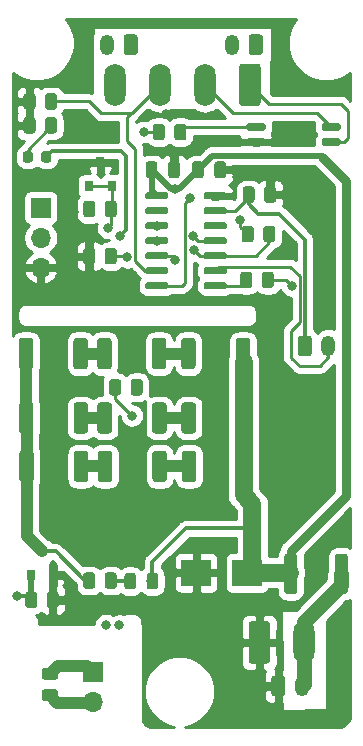
<source format=gtl>
G04 #@! TF.GenerationSoftware,KiCad,Pcbnew,5.1.9+dfsg1-1+deb11u1*
G04 #@! TF.CreationDate,2022-12-13T09:00:58+00:00*
G04 #@! TF.ProjectId,ModuleV450,4d6f6475-6c65-4563-9435-302e6b696361,rev?*
G04 #@! TF.SameCoordinates,Original*
G04 #@! TF.FileFunction,Copper,L1,Top*
G04 #@! TF.FilePolarity,Positive*
%FSLAX46Y46*%
G04 Gerber Fmt 4.6, Leading zero omitted, Abs format (unit mm)*
G04 Created by KiCad (PCBNEW 5.1.9+dfsg1-1+deb11u1) date 2022-12-13 09:00:58*
%MOMM*%
%LPD*%
G01*
G04 APERTURE LIST*
G04 #@! TA.AperFunction,ComponentPad*
%ADD10O,1.700000X1.700000*%
G04 #@! TD*
G04 #@! TA.AperFunction,ComponentPad*
%ADD11R,1.700000X1.700000*%
G04 #@! TD*
G04 #@! TA.AperFunction,ComponentPad*
%ADD12O,1.800000X3.600000*%
G04 #@! TD*
G04 #@! TA.AperFunction,ComponentPad*
%ADD13O,1.200000X1.750000*%
G04 #@! TD*
G04 #@! TA.AperFunction,SMDPad,CuDef*
%ADD14R,2.500000X2.300000*%
G04 #@! TD*
G04 #@! TA.AperFunction,SMDPad,CuDef*
%ADD15R,0.800000X0.900000*%
G04 #@! TD*
G04 #@! TA.AperFunction,ViaPad*
%ADD16C,0.800000*%
G04 #@! TD*
G04 #@! TA.AperFunction,Conductor*
%ADD17C,0.600000*%
G04 #@! TD*
G04 #@! TA.AperFunction,Conductor*
%ADD18C,1.000000*%
G04 #@! TD*
G04 #@! TA.AperFunction,Conductor*
%ADD19C,1.500000*%
G04 #@! TD*
G04 #@! TA.AperFunction,Conductor*
%ADD20C,0.300000*%
G04 #@! TD*
G04 #@! TA.AperFunction,Conductor*
%ADD21C,0.250000*%
G04 #@! TD*
G04 #@! TA.AperFunction,Conductor*
%ADD22C,0.500000*%
G04 #@! TD*
G04 #@! TA.AperFunction,Conductor*
%ADD23C,0.750000*%
G04 #@! TD*
G04 #@! TA.AperFunction,Conductor*
%ADD24C,1.250000*%
G04 #@! TD*
G04 #@! TA.AperFunction,Conductor*
%ADD25C,0.254000*%
G04 #@! TD*
G04 #@! TA.AperFunction,Conductor*
%ADD26C,0.100000*%
G04 #@! TD*
G04 APERTURE END LIST*
D10*
X105017600Y-69767600D03*
X105017600Y-67227600D03*
D11*
X105017600Y-64687600D03*
D12*
X111287600Y-54287600D03*
X115097600Y-54287600D03*
X118907600Y-54287600D03*
G04 #@! TA.AperFunction,ComponentPad*
G36*
G01*
X123617600Y-52737600D02*
X123617600Y-55837600D01*
G75*
G02*
X123367600Y-56087600I-250000J0D01*
G01*
X122067600Y-56087600D01*
G75*
G02*
X121817600Y-55837600I0J250000D01*
G01*
X121817600Y-52737600D01*
G75*
G02*
X122067600Y-52487600I250000J0D01*
G01*
X123367600Y-52487600D01*
G75*
G02*
X123617600Y-52737600I0J-250000D01*
G01*
G37*
G04 #@! TD.AperFunction*
X127327600Y-101487600D03*
G04 #@! TA.AperFunction,ComponentPad*
G36*
G01*
X122617600Y-103037600D02*
X122617600Y-99937600D01*
G75*
G02*
X122867600Y-99687600I250000J0D01*
G01*
X124167600Y-99687600D01*
G75*
G02*
X124417600Y-99937600I0J-250000D01*
G01*
X124417600Y-103037600D01*
G75*
G02*
X124167600Y-103287600I-250000J0D01*
G01*
X122867600Y-103287600D01*
G75*
G02*
X122617600Y-103037600I0J250000D01*
G01*
G37*
G04 #@! TD.AperFunction*
G04 #@! TA.AperFunction,SMDPad,CuDef*
G36*
G01*
X105042600Y-60643850D02*
X105042600Y-60131350D01*
G75*
G02*
X105261350Y-59912600I218750J0D01*
G01*
X105698850Y-59912600D01*
G75*
G02*
X105917600Y-60131350I0J-218750D01*
G01*
X105917600Y-60643850D01*
G75*
G02*
X105698850Y-60862600I-218750J0D01*
G01*
X105261350Y-60862600D01*
G75*
G02*
X105042600Y-60643850I0J218750D01*
G01*
G37*
G04 #@! TD.AperFunction*
G04 #@! TA.AperFunction,SMDPad,CuDef*
G36*
G01*
X103467600Y-60643850D02*
X103467600Y-60131350D01*
G75*
G02*
X103686350Y-59912600I218750J0D01*
G01*
X104123850Y-59912600D01*
G75*
G02*
X104342600Y-60131350I0J-218750D01*
G01*
X104342600Y-60643850D01*
G75*
G02*
X104123850Y-60862600I-218750J0D01*
G01*
X103686350Y-60862600D01*
G75*
G02*
X103467600Y-60643850I0J218750D01*
G01*
G37*
G04 #@! TD.AperFunction*
D10*
X109417600Y-106527600D03*
D11*
X109417600Y-103987600D03*
G04 #@! TA.AperFunction,SMDPad,CuDef*
G36*
G01*
X104392600Y-81412600D02*
X104392600Y-83562600D01*
G75*
G02*
X104142600Y-83812600I-250000J0D01*
G01*
X103417600Y-83812600D01*
G75*
G02*
X103167600Y-83562600I0J250000D01*
G01*
X103167600Y-81412600D01*
G75*
G02*
X103417600Y-81162600I250000J0D01*
G01*
X104142600Y-81162600D01*
G75*
G02*
X104392600Y-81412600I0J-250000D01*
G01*
G37*
G04 #@! TD.AperFunction*
G04 #@! TA.AperFunction,SMDPad,CuDef*
G36*
G01*
X109017600Y-81412600D02*
X109017600Y-83562600D01*
G75*
G02*
X108767600Y-83812600I-250000J0D01*
G01*
X108042600Y-83812600D01*
G75*
G02*
X107792600Y-83562600I0J250000D01*
G01*
X107792600Y-81412600D01*
G75*
G02*
X108042600Y-81162600I250000J0D01*
G01*
X108767600Y-81162600D01*
G75*
G02*
X109017600Y-81412600I0J-250000D01*
G01*
G37*
G04 #@! TD.AperFunction*
G04 #@! TA.AperFunction,SMDPad,CuDef*
G36*
G01*
X104417600Y-85512600D02*
X104417600Y-87662600D01*
G75*
G02*
X104167600Y-87912600I-250000J0D01*
G01*
X103442600Y-87912600D01*
G75*
G02*
X103192600Y-87662600I0J250000D01*
G01*
X103192600Y-85512600D01*
G75*
G02*
X103442600Y-85262600I250000J0D01*
G01*
X104167600Y-85262600D01*
G75*
G02*
X104417600Y-85512600I0J-250000D01*
G01*
G37*
G04 #@! TD.AperFunction*
G04 #@! TA.AperFunction,SMDPad,CuDef*
G36*
G01*
X109042600Y-85512600D02*
X109042600Y-87662600D01*
G75*
G02*
X108792600Y-87912600I-250000J0D01*
G01*
X108067600Y-87912600D01*
G75*
G02*
X107817600Y-87662600I0J250000D01*
G01*
X107817600Y-85512600D01*
G75*
G02*
X108067600Y-85262600I250000J0D01*
G01*
X108792600Y-85262600D01*
G75*
G02*
X109042600Y-85512600I0J-250000D01*
G01*
G37*
G04 #@! TD.AperFunction*
G04 #@! TA.AperFunction,SMDPad,CuDef*
G36*
G01*
X111034266Y-81412600D02*
X111034266Y-83562600D01*
G75*
G02*
X110784266Y-83812600I-250000J0D01*
G01*
X110059266Y-83812600D01*
G75*
G02*
X109809266Y-83562600I0J250000D01*
G01*
X109809266Y-81412600D01*
G75*
G02*
X110059266Y-81162600I250000J0D01*
G01*
X110784266Y-81162600D01*
G75*
G02*
X111034266Y-81412600I0J-250000D01*
G01*
G37*
G04 #@! TD.AperFunction*
G04 #@! TA.AperFunction,SMDPad,CuDef*
G36*
G01*
X115659266Y-81412600D02*
X115659266Y-83562600D01*
G75*
G02*
X115409266Y-83812600I-250000J0D01*
G01*
X114684266Y-83812600D01*
G75*
G02*
X114434266Y-83562600I0J250000D01*
G01*
X114434266Y-81412600D01*
G75*
G02*
X114684266Y-81162600I250000J0D01*
G01*
X115409266Y-81162600D01*
G75*
G02*
X115659266Y-81412600I0J-250000D01*
G01*
G37*
G04 #@! TD.AperFunction*
G04 #@! TA.AperFunction,SMDPad,CuDef*
G36*
G01*
X111059266Y-85512600D02*
X111059266Y-87662600D01*
G75*
G02*
X110809266Y-87912600I-250000J0D01*
G01*
X110084266Y-87912600D01*
G75*
G02*
X109834266Y-87662600I0J250000D01*
G01*
X109834266Y-85512600D01*
G75*
G02*
X110084266Y-85262600I250000J0D01*
G01*
X110809266Y-85262600D01*
G75*
G02*
X111059266Y-85512600I0J-250000D01*
G01*
G37*
G04 #@! TD.AperFunction*
G04 #@! TA.AperFunction,SMDPad,CuDef*
G36*
G01*
X115684266Y-85512600D02*
X115684266Y-87662600D01*
G75*
G02*
X115434266Y-87912600I-250000J0D01*
G01*
X114709266Y-87912600D01*
G75*
G02*
X114459266Y-87662600I0J250000D01*
G01*
X114459266Y-85512600D01*
G75*
G02*
X114709266Y-85262600I250000J0D01*
G01*
X115434266Y-85262600D01*
G75*
G02*
X115684266Y-85512600I0J-250000D01*
G01*
G37*
G04 #@! TD.AperFunction*
G04 #@! TA.AperFunction,SMDPad,CuDef*
G36*
G01*
X118142600Y-81412600D02*
X118142600Y-83562600D01*
G75*
G02*
X117892600Y-83812600I-250000J0D01*
G01*
X117167600Y-83812600D01*
G75*
G02*
X116917600Y-83562600I0J250000D01*
G01*
X116917600Y-81412600D01*
G75*
G02*
X117167600Y-81162600I250000J0D01*
G01*
X117892600Y-81162600D01*
G75*
G02*
X118142600Y-81412600I0J-250000D01*
G01*
G37*
G04 #@! TD.AperFunction*
G04 #@! TA.AperFunction,SMDPad,CuDef*
G36*
G01*
X122767600Y-81412600D02*
X122767600Y-83562600D01*
G75*
G02*
X122517600Y-83812600I-250000J0D01*
G01*
X121792600Y-83812600D01*
G75*
G02*
X121542600Y-83562600I0J250000D01*
G01*
X121542600Y-81412600D01*
G75*
G02*
X121792600Y-81162600I250000J0D01*
G01*
X122517600Y-81162600D01*
G75*
G02*
X122767600Y-81412600I0J-250000D01*
G01*
G37*
G04 #@! TD.AperFunction*
G04 #@! TA.AperFunction,SMDPad,CuDef*
G36*
G01*
X118167600Y-85512600D02*
X118167600Y-87662600D01*
G75*
G02*
X117917600Y-87912600I-250000J0D01*
G01*
X117192600Y-87912600D01*
G75*
G02*
X116942600Y-87662600I0J250000D01*
G01*
X116942600Y-85512600D01*
G75*
G02*
X117192600Y-85262600I250000J0D01*
G01*
X117917600Y-85262600D01*
G75*
G02*
X118167600Y-85512600I0J-250000D01*
G01*
G37*
G04 #@! TD.AperFunction*
G04 #@! TA.AperFunction,SMDPad,CuDef*
G36*
G01*
X122792600Y-85512600D02*
X122792600Y-87662600D01*
G75*
G02*
X122542600Y-87912600I-250000J0D01*
G01*
X121817600Y-87912600D01*
G75*
G02*
X121567600Y-87662600I0J250000D01*
G01*
X121567600Y-85512600D01*
G75*
G02*
X121817600Y-85262600I250000J0D01*
G01*
X122542600Y-85262600D01*
G75*
G02*
X122792600Y-85512600I0J-250000D01*
G01*
G37*
G04 #@! TD.AperFunction*
G04 #@! TA.AperFunction,SMDPad,CuDef*
G36*
G01*
X104367600Y-75962600D02*
X104367600Y-78112600D01*
G75*
G02*
X104117600Y-78362600I-250000J0D01*
G01*
X103392600Y-78362600D01*
G75*
G02*
X103142600Y-78112600I0J250000D01*
G01*
X103142600Y-75962600D01*
G75*
G02*
X103392600Y-75712600I250000J0D01*
G01*
X104117600Y-75712600D01*
G75*
G02*
X104367600Y-75962600I0J-250000D01*
G01*
G37*
G04 #@! TD.AperFunction*
G04 #@! TA.AperFunction,SMDPad,CuDef*
G36*
G01*
X108992600Y-75962600D02*
X108992600Y-78112600D01*
G75*
G02*
X108742600Y-78362600I-250000J0D01*
G01*
X108017600Y-78362600D01*
G75*
G02*
X107767600Y-78112600I0J250000D01*
G01*
X107767600Y-75962600D01*
G75*
G02*
X108017600Y-75712600I250000J0D01*
G01*
X108742600Y-75712600D01*
G75*
G02*
X108992600Y-75962600I0J-250000D01*
G01*
G37*
G04 #@! TD.AperFunction*
G04 #@! TA.AperFunction,SMDPad,CuDef*
G36*
G01*
X111009266Y-75962600D02*
X111009266Y-78112600D01*
G75*
G02*
X110759266Y-78362600I-250000J0D01*
G01*
X110034266Y-78362600D01*
G75*
G02*
X109784266Y-78112600I0J250000D01*
G01*
X109784266Y-75962600D01*
G75*
G02*
X110034266Y-75712600I250000J0D01*
G01*
X110759266Y-75712600D01*
G75*
G02*
X111009266Y-75962600I0J-250000D01*
G01*
G37*
G04 #@! TD.AperFunction*
G04 #@! TA.AperFunction,SMDPad,CuDef*
G36*
G01*
X115634266Y-75962600D02*
X115634266Y-78112600D01*
G75*
G02*
X115384266Y-78362600I-250000J0D01*
G01*
X114659266Y-78362600D01*
G75*
G02*
X114409266Y-78112600I0J250000D01*
G01*
X114409266Y-75962600D01*
G75*
G02*
X114659266Y-75712600I250000J0D01*
G01*
X115384266Y-75712600D01*
G75*
G02*
X115634266Y-75962600I0J-250000D01*
G01*
G37*
G04 #@! TD.AperFunction*
G04 #@! TA.AperFunction,SMDPad,CuDef*
G36*
G01*
X118117600Y-75962600D02*
X118117600Y-78112600D01*
G75*
G02*
X117867600Y-78362600I-250000J0D01*
G01*
X117142600Y-78362600D01*
G75*
G02*
X116892600Y-78112600I0J250000D01*
G01*
X116892600Y-75962600D01*
G75*
G02*
X117142600Y-75712600I250000J0D01*
G01*
X117867600Y-75712600D01*
G75*
G02*
X118117600Y-75962600I0J-250000D01*
G01*
G37*
G04 #@! TD.AperFunction*
G04 #@! TA.AperFunction,SMDPad,CuDef*
G36*
G01*
X122742600Y-75962600D02*
X122742600Y-78112600D01*
G75*
G02*
X122492600Y-78362600I-250000J0D01*
G01*
X121767600Y-78362600D01*
G75*
G02*
X121517600Y-78112600I0J250000D01*
G01*
X121517600Y-75962600D01*
G75*
G02*
X121767600Y-75712600I250000J0D01*
G01*
X122492600Y-75712600D01*
G75*
G02*
X122742600Y-75962600I0J-250000D01*
G01*
G37*
G04 #@! TD.AperFunction*
G04 #@! TA.AperFunction,SMDPad,CuDef*
G36*
G01*
X118797600Y-63837600D02*
X118797600Y-63537600D01*
G75*
G02*
X118947600Y-63387600I150000J0D01*
G01*
X120597600Y-63387600D01*
G75*
G02*
X120747600Y-63537600I0J-150000D01*
G01*
X120747600Y-63837600D01*
G75*
G02*
X120597600Y-63987600I-150000J0D01*
G01*
X118947600Y-63987600D01*
G75*
G02*
X118797600Y-63837600I0J150000D01*
G01*
G37*
G04 #@! TD.AperFunction*
G04 #@! TA.AperFunction,SMDPad,CuDef*
G36*
G01*
X118797600Y-65107600D02*
X118797600Y-64807600D01*
G75*
G02*
X118947600Y-64657600I150000J0D01*
G01*
X120597600Y-64657600D01*
G75*
G02*
X120747600Y-64807600I0J-150000D01*
G01*
X120747600Y-65107600D01*
G75*
G02*
X120597600Y-65257600I-150000J0D01*
G01*
X118947600Y-65257600D01*
G75*
G02*
X118797600Y-65107600I0J150000D01*
G01*
G37*
G04 #@! TD.AperFunction*
G04 #@! TA.AperFunction,SMDPad,CuDef*
G36*
G01*
X118797600Y-66377600D02*
X118797600Y-66077600D01*
G75*
G02*
X118947600Y-65927600I150000J0D01*
G01*
X120597600Y-65927600D01*
G75*
G02*
X120747600Y-66077600I0J-150000D01*
G01*
X120747600Y-66377600D01*
G75*
G02*
X120597600Y-66527600I-150000J0D01*
G01*
X118947600Y-66527600D01*
G75*
G02*
X118797600Y-66377600I0J150000D01*
G01*
G37*
G04 #@! TD.AperFunction*
G04 #@! TA.AperFunction,SMDPad,CuDef*
G36*
G01*
X118797600Y-67647600D02*
X118797600Y-67347600D01*
G75*
G02*
X118947600Y-67197600I150000J0D01*
G01*
X120597600Y-67197600D01*
G75*
G02*
X120747600Y-67347600I0J-150000D01*
G01*
X120747600Y-67647600D01*
G75*
G02*
X120597600Y-67797600I-150000J0D01*
G01*
X118947600Y-67797600D01*
G75*
G02*
X118797600Y-67647600I0J150000D01*
G01*
G37*
G04 #@! TD.AperFunction*
G04 #@! TA.AperFunction,SMDPad,CuDef*
G36*
G01*
X118797600Y-68917600D02*
X118797600Y-68617600D01*
G75*
G02*
X118947600Y-68467600I150000J0D01*
G01*
X120597600Y-68467600D01*
G75*
G02*
X120747600Y-68617600I0J-150000D01*
G01*
X120747600Y-68917600D01*
G75*
G02*
X120597600Y-69067600I-150000J0D01*
G01*
X118947600Y-69067600D01*
G75*
G02*
X118797600Y-68917600I0J150000D01*
G01*
G37*
G04 #@! TD.AperFunction*
G04 #@! TA.AperFunction,SMDPad,CuDef*
G36*
G01*
X118797600Y-70187600D02*
X118797600Y-69887600D01*
G75*
G02*
X118947600Y-69737600I150000J0D01*
G01*
X120597600Y-69737600D01*
G75*
G02*
X120747600Y-69887600I0J-150000D01*
G01*
X120747600Y-70187600D01*
G75*
G02*
X120597600Y-70337600I-150000J0D01*
G01*
X118947600Y-70337600D01*
G75*
G02*
X118797600Y-70187600I0J150000D01*
G01*
G37*
G04 #@! TD.AperFunction*
G04 #@! TA.AperFunction,SMDPad,CuDef*
G36*
G01*
X118797600Y-71457600D02*
X118797600Y-71157600D01*
G75*
G02*
X118947600Y-71007600I150000J0D01*
G01*
X120597600Y-71007600D01*
G75*
G02*
X120747600Y-71157600I0J-150000D01*
G01*
X120747600Y-71457600D01*
G75*
G02*
X120597600Y-71607600I-150000J0D01*
G01*
X118947600Y-71607600D01*
G75*
G02*
X118797600Y-71457600I0J150000D01*
G01*
G37*
G04 #@! TD.AperFunction*
G04 #@! TA.AperFunction,SMDPad,CuDef*
G36*
G01*
X113847600Y-71457600D02*
X113847600Y-71157600D01*
G75*
G02*
X113997600Y-71007600I150000J0D01*
G01*
X115647600Y-71007600D01*
G75*
G02*
X115797600Y-71157600I0J-150000D01*
G01*
X115797600Y-71457600D01*
G75*
G02*
X115647600Y-71607600I-150000J0D01*
G01*
X113997600Y-71607600D01*
G75*
G02*
X113847600Y-71457600I0J150000D01*
G01*
G37*
G04 #@! TD.AperFunction*
G04 #@! TA.AperFunction,SMDPad,CuDef*
G36*
G01*
X113847600Y-70187600D02*
X113847600Y-69887600D01*
G75*
G02*
X113997600Y-69737600I150000J0D01*
G01*
X115647600Y-69737600D01*
G75*
G02*
X115797600Y-69887600I0J-150000D01*
G01*
X115797600Y-70187600D01*
G75*
G02*
X115647600Y-70337600I-150000J0D01*
G01*
X113997600Y-70337600D01*
G75*
G02*
X113847600Y-70187600I0J150000D01*
G01*
G37*
G04 #@! TD.AperFunction*
G04 #@! TA.AperFunction,SMDPad,CuDef*
G36*
G01*
X113847600Y-68917600D02*
X113847600Y-68617600D01*
G75*
G02*
X113997600Y-68467600I150000J0D01*
G01*
X115647600Y-68467600D01*
G75*
G02*
X115797600Y-68617600I0J-150000D01*
G01*
X115797600Y-68917600D01*
G75*
G02*
X115647600Y-69067600I-150000J0D01*
G01*
X113997600Y-69067600D01*
G75*
G02*
X113847600Y-68917600I0J150000D01*
G01*
G37*
G04 #@! TD.AperFunction*
G04 #@! TA.AperFunction,SMDPad,CuDef*
G36*
G01*
X113847600Y-67647600D02*
X113847600Y-67347600D01*
G75*
G02*
X113997600Y-67197600I150000J0D01*
G01*
X115647600Y-67197600D01*
G75*
G02*
X115797600Y-67347600I0J-150000D01*
G01*
X115797600Y-67647600D01*
G75*
G02*
X115647600Y-67797600I-150000J0D01*
G01*
X113997600Y-67797600D01*
G75*
G02*
X113847600Y-67647600I0J150000D01*
G01*
G37*
G04 #@! TD.AperFunction*
G04 #@! TA.AperFunction,SMDPad,CuDef*
G36*
G01*
X113847600Y-66377600D02*
X113847600Y-66077600D01*
G75*
G02*
X113997600Y-65927600I150000J0D01*
G01*
X115647600Y-65927600D01*
G75*
G02*
X115797600Y-66077600I0J-150000D01*
G01*
X115797600Y-66377600D01*
G75*
G02*
X115647600Y-66527600I-150000J0D01*
G01*
X113997600Y-66527600D01*
G75*
G02*
X113847600Y-66377600I0J150000D01*
G01*
G37*
G04 #@! TD.AperFunction*
G04 #@! TA.AperFunction,SMDPad,CuDef*
G36*
G01*
X113847600Y-65107600D02*
X113847600Y-64807600D01*
G75*
G02*
X113997600Y-64657600I150000J0D01*
G01*
X115647600Y-64657600D01*
G75*
G02*
X115797600Y-64807600I0J-150000D01*
G01*
X115797600Y-65107600D01*
G75*
G02*
X115647600Y-65257600I-150000J0D01*
G01*
X113997600Y-65257600D01*
G75*
G02*
X113847600Y-65107600I0J150000D01*
G01*
G37*
G04 #@! TD.AperFunction*
G04 #@! TA.AperFunction,SMDPad,CuDef*
G36*
G01*
X113847600Y-63837600D02*
X113847600Y-63537600D01*
G75*
G02*
X113997600Y-63387600I150000J0D01*
G01*
X115647600Y-63387600D01*
G75*
G02*
X115797600Y-63537600I0J-150000D01*
G01*
X115797600Y-63837600D01*
G75*
G02*
X115647600Y-63987600I-150000J0D01*
G01*
X113997600Y-63987600D01*
G75*
G02*
X113847600Y-63837600I0J150000D01*
G01*
G37*
G04 #@! TD.AperFunction*
G04 #@! TA.AperFunction,SMDPad,CuDef*
G36*
G01*
X128792600Y-58002600D02*
X128792600Y-57702600D01*
G75*
G02*
X128942600Y-57552600I150000J0D01*
G01*
X130267600Y-57552600D01*
G75*
G02*
X130417600Y-57702600I0J-150000D01*
G01*
X130417600Y-58002600D01*
G75*
G02*
X130267600Y-58152600I-150000J0D01*
G01*
X128942600Y-58152600D01*
G75*
G02*
X128792600Y-58002600I0J150000D01*
G01*
G37*
G04 #@! TD.AperFunction*
G04 #@! TA.AperFunction,SMDPad,CuDef*
G36*
G01*
X128792600Y-59272600D02*
X128792600Y-58972600D01*
G75*
G02*
X128942600Y-58822600I150000J0D01*
G01*
X130267600Y-58822600D01*
G75*
G02*
X130417600Y-58972600I0J-150000D01*
G01*
X130417600Y-59272600D01*
G75*
G02*
X130267600Y-59422600I-150000J0D01*
G01*
X128942600Y-59422600D01*
G75*
G02*
X128792600Y-59272600I0J150000D01*
G01*
G37*
G04 #@! TD.AperFunction*
G04 #@! TA.AperFunction,SMDPad,CuDef*
G36*
G01*
X122417600Y-59272600D02*
X122417600Y-58972600D01*
G75*
G02*
X122567600Y-58822600I150000J0D01*
G01*
X123892600Y-58822600D01*
G75*
G02*
X124042600Y-58972600I0J-150000D01*
G01*
X124042600Y-59272600D01*
G75*
G02*
X123892600Y-59422600I-150000J0D01*
G01*
X122567600Y-59422600D01*
G75*
G02*
X122417600Y-59272600I0J150000D01*
G01*
G37*
G04 #@! TD.AperFunction*
G04 #@! TA.AperFunction,SMDPad,CuDef*
G36*
G01*
X122417600Y-58002600D02*
X122417600Y-57702600D01*
G75*
G02*
X122567600Y-57552600I150000J0D01*
G01*
X123892600Y-57552600D01*
G75*
G02*
X124042600Y-57702600I0J-150000D01*
G01*
X124042600Y-58002600D01*
G75*
G02*
X123892600Y-58152600I-150000J0D01*
G01*
X122567600Y-58152600D01*
G75*
G02*
X122417600Y-58002600I0J150000D01*
G01*
G37*
G04 #@! TD.AperFunction*
D13*
X121217600Y-50887600D03*
G04 #@! TA.AperFunction,ComponentPad*
G36*
G01*
X123817600Y-50262599D02*
X123817600Y-51512601D01*
G75*
G02*
X123567601Y-51762600I-249999J0D01*
G01*
X122867599Y-51762600D01*
G75*
G02*
X122617600Y-51512601I0J249999D01*
G01*
X122617600Y-50262599D01*
G75*
G02*
X122867599Y-50012600I249999J0D01*
G01*
X123567601Y-50012600D01*
G75*
G02*
X123817600Y-50262599I0J-249999D01*
G01*
G37*
G04 #@! TD.AperFunction*
X110617600Y-50887600D03*
G04 #@! TA.AperFunction,ComponentPad*
G36*
G01*
X113217600Y-50262599D02*
X113217600Y-51512601D01*
G75*
G02*
X112967601Y-51762600I-249999J0D01*
G01*
X112267599Y-51762600D01*
G75*
G02*
X112017600Y-51512601I0J249999D01*
G01*
X112017600Y-50262599D01*
G75*
G02*
X112267599Y-50012600I249999J0D01*
G01*
X112967601Y-50012600D01*
G75*
G02*
X113217600Y-50262599I0J-249999D01*
G01*
G37*
G04 #@! TD.AperFunction*
G04 #@! TA.AperFunction,SMDPad,CuDef*
G36*
G01*
X123837600Y-67377601D02*
X123837600Y-66477599D01*
G75*
G02*
X124087599Y-66227600I249999J0D01*
G01*
X124612601Y-66227600D01*
G75*
G02*
X124862600Y-66477599I0J-249999D01*
G01*
X124862600Y-67377601D01*
G75*
G02*
X124612601Y-67627600I-249999J0D01*
G01*
X124087599Y-67627600D01*
G75*
G02*
X123837600Y-67377601I0J249999D01*
G01*
G37*
G04 #@! TD.AperFunction*
G04 #@! TA.AperFunction,SMDPad,CuDef*
G36*
G01*
X122012600Y-67377601D02*
X122012600Y-66477599D01*
G75*
G02*
X122262599Y-66227600I249999J0D01*
G01*
X122787601Y-66227600D01*
G75*
G02*
X123037600Y-66477599I0J-249999D01*
G01*
X123037600Y-67377601D01*
G75*
G02*
X122787601Y-67627600I-249999J0D01*
G01*
X122262599Y-67627600D01*
G75*
G02*
X122012600Y-67377601I0J249999D01*
G01*
G37*
G04 #@! TD.AperFunction*
D14*
X118167600Y-95587600D03*
X122467600Y-95587600D03*
G04 #@! TA.AperFunction,SMDPad,CuDef*
G36*
G01*
X106237601Y-104657600D02*
X105337599Y-104657600D01*
G75*
G02*
X105087600Y-104407601I0J249999D01*
G01*
X105087600Y-103882599D01*
G75*
G02*
X105337599Y-103632600I249999J0D01*
G01*
X106237601Y-103632600D01*
G75*
G02*
X106487600Y-103882599I0J-249999D01*
G01*
X106487600Y-104407601D01*
G75*
G02*
X106237601Y-104657600I-249999J0D01*
G01*
G37*
G04 #@! TD.AperFunction*
G04 #@! TA.AperFunction,SMDPad,CuDef*
G36*
G01*
X106237601Y-106482600D02*
X105337599Y-106482600D01*
G75*
G02*
X105087600Y-106232601I0J249999D01*
G01*
X105087600Y-105707599D01*
G75*
G02*
X105337599Y-105457600I249999J0D01*
G01*
X106237601Y-105457600D01*
G75*
G02*
X106487600Y-105707599I0J-249999D01*
G01*
X106487600Y-106232601D01*
G75*
G02*
X106237601Y-106482600I-249999J0D01*
G01*
G37*
G04 #@! TD.AperFunction*
G04 #@! TA.AperFunction,SMDPad,CuDef*
G36*
G01*
X123917600Y-64037601D02*
X123917600Y-63137599D01*
G75*
G02*
X124167599Y-62887600I249999J0D01*
G01*
X124692601Y-62887600D01*
G75*
G02*
X124942600Y-63137599I0J-249999D01*
G01*
X124942600Y-64037601D01*
G75*
G02*
X124692601Y-64287600I-249999J0D01*
G01*
X124167599Y-64287600D01*
G75*
G02*
X123917600Y-64037601I0J249999D01*
G01*
G37*
G04 #@! TD.AperFunction*
G04 #@! TA.AperFunction,SMDPad,CuDef*
G36*
G01*
X122092600Y-64037601D02*
X122092600Y-63137599D01*
G75*
G02*
X122342599Y-62887600I249999J0D01*
G01*
X122867601Y-62887600D01*
G75*
G02*
X123117600Y-63137599I0J-249999D01*
G01*
X123117600Y-64037601D01*
G75*
G02*
X122867601Y-64287600I-249999J0D01*
G01*
X122342599Y-64287600D01*
G75*
G02*
X122092600Y-64037601I0J249999D01*
G01*
G37*
G04 #@! TD.AperFunction*
G04 #@! TA.AperFunction,SMDPad,CuDef*
G36*
G01*
X109617600Y-68337599D02*
X109617600Y-69237601D01*
G75*
G02*
X109367601Y-69487600I-249999J0D01*
G01*
X108842599Y-69487600D01*
G75*
G02*
X108592600Y-69237601I0J249999D01*
G01*
X108592600Y-68337599D01*
G75*
G02*
X108842599Y-68087600I249999J0D01*
G01*
X109367601Y-68087600D01*
G75*
G02*
X109617600Y-68337599I0J-249999D01*
G01*
G37*
G04 #@! TD.AperFunction*
G04 #@! TA.AperFunction,SMDPad,CuDef*
G36*
G01*
X111442600Y-68337599D02*
X111442600Y-69237601D01*
G75*
G02*
X111192601Y-69487600I-249999J0D01*
G01*
X110667599Y-69487600D01*
G75*
G02*
X110417600Y-69237601I0J249999D01*
G01*
X110417600Y-68337599D01*
G75*
G02*
X110667599Y-68087600I249999J0D01*
G01*
X111192601Y-68087600D01*
G75*
G02*
X111442600Y-68337599I0J-249999D01*
G01*
G37*
G04 #@! TD.AperFunction*
G04 #@! TA.AperFunction,SMDPad,CuDef*
G36*
G01*
X112617600Y-80337601D02*
X112617600Y-79437599D01*
G75*
G02*
X112867599Y-79187600I249999J0D01*
G01*
X113392601Y-79187600D01*
G75*
G02*
X113642600Y-79437599I0J-249999D01*
G01*
X113642600Y-80337601D01*
G75*
G02*
X113392601Y-80587600I-249999J0D01*
G01*
X112867599Y-80587600D01*
G75*
G02*
X112617600Y-80337601I0J249999D01*
G01*
G37*
G04 #@! TD.AperFunction*
G04 #@! TA.AperFunction,SMDPad,CuDef*
G36*
G01*
X110792600Y-80337601D02*
X110792600Y-79437599D01*
G75*
G02*
X111042599Y-79187600I249999J0D01*
G01*
X111567601Y-79187600D01*
G75*
G02*
X111817600Y-79437599I0J-249999D01*
G01*
X111817600Y-80337601D01*
G75*
G02*
X111567601Y-80587600I-249999J0D01*
G01*
X111042599Y-80587600D01*
G75*
G02*
X110792600Y-80337601I0J249999D01*
G01*
G37*
G04 #@! TD.AperFunction*
G04 #@! TA.AperFunction,SMDPad,CuDef*
G36*
G01*
X105367600Y-58162601D02*
X105367600Y-57262599D01*
G75*
G02*
X105617599Y-57012600I249999J0D01*
G01*
X106142601Y-57012600D01*
G75*
G02*
X106392600Y-57262599I0J-249999D01*
G01*
X106392600Y-58162601D01*
G75*
G02*
X106142601Y-58412600I-249999J0D01*
G01*
X105617599Y-58412600D01*
G75*
G02*
X105367600Y-58162601I0J249999D01*
G01*
G37*
G04 #@! TD.AperFunction*
G04 #@! TA.AperFunction,SMDPad,CuDef*
G36*
G01*
X103542600Y-58162601D02*
X103542600Y-57262599D01*
G75*
G02*
X103792599Y-57012600I249999J0D01*
G01*
X104317601Y-57012600D01*
G75*
G02*
X104567600Y-57262599I0J-249999D01*
G01*
X104567600Y-58162601D01*
G75*
G02*
X104317601Y-58412600I-249999J0D01*
G01*
X103792599Y-58412600D01*
G75*
G02*
X103542600Y-58162601I0J249999D01*
G01*
G37*
G04 #@! TD.AperFunction*
G04 #@! TA.AperFunction,SMDPad,CuDef*
G36*
G01*
X110417600Y-96707601D02*
X110417600Y-95807599D01*
G75*
G02*
X110667599Y-95557600I249999J0D01*
G01*
X111192601Y-95557600D01*
G75*
G02*
X111442600Y-95807599I0J-249999D01*
G01*
X111442600Y-96707601D01*
G75*
G02*
X111192601Y-96957600I-249999J0D01*
G01*
X110667599Y-96957600D01*
G75*
G02*
X110417600Y-96707601I0J249999D01*
G01*
G37*
G04 #@! TD.AperFunction*
G04 #@! TA.AperFunction,SMDPad,CuDef*
G36*
G01*
X108592600Y-96707601D02*
X108592600Y-95807599D01*
G75*
G02*
X108842599Y-95557600I249999J0D01*
G01*
X109367601Y-95557600D01*
G75*
G02*
X109617600Y-95807599I0J-249999D01*
G01*
X109617600Y-96707601D01*
G75*
G02*
X109367601Y-96957600I-249999J0D01*
G01*
X108842599Y-96957600D01*
G75*
G02*
X108592600Y-96707601I0J249999D01*
G01*
G37*
G04 #@! TD.AperFunction*
G04 #@! TA.AperFunction,SMDPad,CuDef*
G36*
G01*
X105367600Y-56137601D02*
X105367600Y-55237599D01*
G75*
G02*
X105617599Y-54987600I249999J0D01*
G01*
X106142601Y-54987600D01*
G75*
G02*
X106392600Y-55237599I0J-249999D01*
G01*
X106392600Y-56137601D01*
G75*
G02*
X106142601Y-56387600I-249999J0D01*
G01*
X105617599Y-56387600D01*
G75*
G02*
X105367600Y-56137601I0J249999D01*
G01*
G37*
G04 #@! TD.AperFunction*
G04 #@! TA.AperFunction,SMDPad,CuDef*
G36*
G01*
X103542600Y-56137601D02*
X103542600Y-55237599D01*
G75*
G02*
X103792599Y-54987600I249999J0D01*
G01*
X104317601Y-54987600D01*
G75*
G02*
X104567600Y-55237599I0J-249999D01*
G01*
X104567600Y-56137601D01*
G75*
G02*
X104317601Y-56387600I-249999J0D01*
G01*
X103792599Y-56387600D01*
G75*
G02*
X103542600Y-56137601I0J249999D01*
G01*
G37*
G04 #@! TD.AperFunction*
G04 #@! TA.AperFunction,SMDPad,CuDef*
G36*
G01*
X105517600Y-98337601D02*
X105517600Y-97437599D01*
G75*
G02*
X105767599Y-97187600I249999J0D01*
G01*
X106292601Y-97187600D01*
G75*
G02*
X106542600Y-97437599I0J-249999D01*
G01*
X106542600Y-98337601D01*
G75*
G02*
X106292601Y-98587600I-249999J0D01*
G01*
X105767599Y-98587600D01*
G75*
G02*
X105517600Y-98337601I0J249999D01*
G01*
G37*
G04 #@! TD.AperFunction*
G04 #@! TA.AperFunction,SMDPad,CuDef*
G36*
G01*
X103692600Y-98337601D02*
X103692600Y-97437599D01*
G75*
G02*
X103942599Y-97187600I249999J0D01*
G01*
X104467601Y-97187600D01*
G75*
G02*
X104717600Y-97437599I0J-249999D01*
G01*
X104717600Y-98337601D01*
G75*
G02*
X104467601Y-98587600I-249999J0D01*
G01*
X103942599Y-98587600D01*
G75*
G02*
X103692600Y-98337601I0J249999D01*
G01*
G37*
G04 #@! TD.AperFunction*
G04 #@! TA.AperFunction,SMDPad,CuDef*
G36*
G01*
X122917600Y-70337599D02*
X122917600Y-71237601D01*
G75*
G02*
X122667601Y-71487600I-249999J0D01*
G01*
X122142599Y-71487600D01*
G75*
G02*
X121892600Y-71237601I0J249999D01*
G01*
X121892600Y-70337599D01*
G75*
G02*
X122142599Y-70087600I249999J0D01*
G01*
X122667601Y-70087600D01*
G75*
G02*
X122917600Y-70337599I0J-249999D01*
G01*
G37*
G04 #@! TD.AperFunction*
G04 #@! TA.AperFunction,SMDPad,CuDef*
G36*
G01*
X124742600Y-70337599D02*
X124742600Y-71237601D01*
G75*
G02*
X124492601Y-71487600I-249999J0D01*
G01*
X123967599Y-71487600D01*
G75*
G02*
X123717600Y-71237601I0J249999D01*
G01*
X123717600Y-70337599D01*
G75*
G02*
X123967599Y-70087600I249999J0D01*
G01*
X124492601Y-70087600D01*
G75*
G02*
X124742600Y-70337599I0J-249999D01*
G01*
G37*
G04 #@! TD.AperFunction*
G04 #@! TA.AperFunction,SMDPad,CuDef*
G36*
G01*
X115517600Y-57837599D02*
X115517600Y-58737601D01*
G75*
G02*
X115267601Y-58987600I-249999J0D01*
G01*
X114742599Y-58987600D01*
G75*
G02*
X114492600Y-58737601I0J249999D01*
G01*
X114492600Y-57837599D01*
G75*
G02*
X114742599Y-57587600I249999J0D01*
G01*
X115267601Y-57587600D01*
G75*
G02*
X115517600Y-57837599I0J-249999D01*
G01*
G37*
G04 #@! TD.AperFunction*
G04 #@! TA.AperFunction,SMDPad,CuDef*
G36*
G01*
X117342600Y-57837599D02*
X117342600Y-58737601D01*
G75*
G02*
X117092601Y-58987600I-249999J0D01*
G01*
X116567599Y-58987600D01*
G75*
G02*
X116317600Y-58737601I0J249999D01*
G01*
X116317600Y-57837599D01*
G75*
G02*
X116567599Y-57587600I249999J0D01*
G01*
X117092601Y-57587600D01*
G75*
G02*
X117342600Y-57837599I0J-249999D01*
G01*
G37*
G04 #@! TD.AperFunction*
G04 #@! TA.AperFunction,SMDPad,CuDef*
G36*
G01*
X110417600Y-65247601D02*
X110417600Y-64347599D01*
G75*
G02*
X110667599Y-64097600I249999J0D01*
G01*
X111192601Y-64097600D01*
G75*
G02*
X111442600Y-64347599I0J-249999D01*
G01*
X111442600Y-65247601D01*
G75*
G02*
X111192601Y-65497600I-249999J0D01*
G01*
X110667599Y-65497600D01*
G75*
G02*
X110417600Y-65247601I0J249999D01*
G01*
G37*
G04 #@! TD.AperFunction*
G04 #@! TA.AperFunction,SMDPad,CuDef*
G36*
G01*
X108592600Y-65247601D02*
X108592600Y-64347599D01*
G75*
G02*
X108842599Y-64097600I249999J0D01*
G01*
X109367601Y-64097600D01*
G75*
G02*
X109617600Y-64347599I0J-249999D01*
G01*
X109617600Y-65247601D01*
G75*
G02*
X109367601Y-65497600I-249999J0D01*
G01*
X108842599Y-65497600D01*
G75*
G02*
X108592600Y-65247601I0J249999D01*
G01*
G37*
G04 #@! TD.AperFunction*
D13*
X127117600Y-105187600D03*
G04 #@! TA.AperFunction,ComponentPad*
G36*
G01*
X124517600Y-105812601D02*
X124517600Y-104562599D01*
G75*
G02*
X124767599Y-104312600I249999J0D01*
G01*
X125467601Y-104312600D01*
G75*
G02*
X125717600Y-104562599I0J-249999D01*
G01*
X125717600Y-105812601D01*
G75*
G02*
X125467601Y-106062600I-249999J0D01*
G01*
X124767599Y-106062600D01*
G75*
G02*
X124517600Y-105812601I0J249999D01*
G01*
G37*
G04 #@! TD.AperFunction*
G04 #@! TA.AperFunction,SMDPad,CuDef*
G36*
G01*
X129892600Y-97137601D02*
X129892600Y-94237599D01*
G75*
G02*
X130142599Y-93987600I249999J0D01*
G01*
X130767601Y-93987600D01*
G75*
G02*
X131017600Y-94237599I0J-249999D01*
G01*
X131017600Y-97137601D01*
G75*
G02*
X130767601Y-97387600I-249999J0D01*
G01*
X130142599Y-97387600D01*
G75*
G02*
X129892600Y-97137601I0J249999D01*
G01*
G37*
G04 #@! TD.AperFunction*
G04 #@! TA.AperFunction,SMDPad,CuDef*
G36*
G01*
X125617600Y-97137601D02*
X125617600Y-94237599D01*
G75*
G02*
X125867599Y-93987600I249999J0D01*
G01*
X126492601Y-93987600D01*
G75*
G02*
X126742600Y-94237599I0J-249999D01*
G01*
X126742600Y-97137601D01*
G75*
G02*
X126492601Y-97387600I-249999J0D01*
G01*
X125867599Y-97387600D01*
G75*
G02*
X125617600Y-97137601I0J249999D01*
G01*
G37*
G04 #@! TD.AperFunction*
X129367600Y-76387600D03*
G04 #@! TA.AperFunction,ComponentPad*
G36*
G01*
X126767600Y-77012601D02*
X126767600Y-75762599D01*
G75*
G02*
X127017599Y-75512600I249999J0D01*
G01*
X127717601Y-75512600D01*
G75*
G02*
X127967600Y-75762599I0J-249999D01*
G01*
X127967600Y-77012601D01*
G75*
G02*
X127717601Y-77262600I-249999J0D01*
G01*
X127017599Y-77262600D01*
G75*
G02*
X126767600Y-77012601I0J249999D01*
G01*
G37*
G04 #@! TD.AperFunction*
G04 #@! TA.AperFunction,SMDPad,CuDef*
G36*
G01*
X113967600Y-96758850D02*
X113967600Y-95846350D01*
G75*
G02*
X114211350Y-95602600I243750J0D01*
G01*
X114698850Y-95602600D01*
G75*
G02*
X114942600Y-95846350I0J-243750D01*
G01*
X114942600Y-96758850D01*
G75*
G02*
X114698850Y-97002600I-243750J0D01*
G01*
X114211350Y-97002600D01*
G75*
G02*
X113967600Y-96758850I0J243750D01*
G01*
G37*
G04 #@! TD.AperFunction*
G04 #@! TA.AperFunction,SMDPad,CuDef*
G36*
G01*
X112092600Y-96758850D02*
X112092600Y-95846350D01*
G75*
G02*
X112336350Y-95602600I243750J0D01*
G01*
X112823850Y-95602600D01*
G75*
G02*
X113067600Y-95846350I0J-243750D01*
G01*
X113067600Y-96758850D01*
G75*
G02*
X112823850Y-97002600I-243750J0D01*
G01*
X112336350Y-97002600D01*
G75*
G02*
X112092600Y-96758850I0J243750D01*
G01*
G37*
G04 #@! TD.AperFunction*
D15*
X110057600Y-60847600D03*
X111007600Y-62847600D03*
X109107600Y-62847600D03*
G04 #@! TA.AperFunction,SMDPad,CuDef*
G36*
G01*
X115787600Y-61942600D02*
X115787600Y-60992600D01*
G75*
G02*
X116037600Y-60742600I250000J0D01*
G01*
X116537600Y-60742600D01*
G75*
G02*
X116787600Y-60992600I0J-250000D01*
G01*
X116787600Y-61942600D01*
G75*
G02*
X116537600Y-62192600I-250000J0D01*
G01*
X116037600Y-62192600D01*
G75*
G02*
X115787600Y-61942600I0J250000D01*
G01*
G37*
G04 #@! TD.AperFunction*
G04 #@! TA.AperFunction,SMDPad,CuDef*
G36*
G01*
X113887600Y-61942600D02*
X113887600Y-60992600D01*
G75*
G02*
X114137600Y-60742600I250000J0D01*
G01*
X114637600Y-60742600D01*
G75*
G02*
X114887600Y-60992600I0J-250000D01*
G01*
X114887600Y-61942600D01*
G75*
G02*
X114637600Y-62192600I-250000J0D01*
G01*
X114137600Y-62192600D01*
G75*
G02*
X113887600Y-61942600I0J250000D01*
G01*
G37*
G04 #@! TD.AperFunction*
G04 #@! TA.AperFunction,SMDPad,CuDef*
G36*
G01*
X119707600Y-61952600D02*
X119707600Y-61002600D01*
G75*
G02*
X119957600Y-60752600I250000J0D01*
G01*
X120457600Y-60752600D01*
G75*
G02*
X120707600Y-61002600I0J-250000D01*
G01*
X120707600Y-61952600D01*
G75*
G02*
X120457600Y-62202600I-250000J0D01*
G01*
X119957600Y-62202600D01*
G75*
G02*
X119707600Y-61952600I0J250000D01*
G01*
G37*
G04 #@! TD.AperFunction*
G04 #@! TA.AperFunction,SMDPad,CuDef*
G36*
G01*
X117807600Y-61952600D02*
X117807600Y-61002600D01*
G75*
G02*
X118057600Y-60752600I250000J0D01*
G01*
X118557600Y-60752600D01*
G75*
G02*
X118807600Y-61002600I0J-250000D01*
G01*
X118807600Y-61952600D01*
G75*
G02*
X118557600Y-62202600I-250000J0D01*
G01*
X118057600Y-62202600D01*
G75*
G02*
X117807600Y-61952600I0J250000D01*
G01*
G37*
G04 #@! TD.AperFunction*
X104142600Y-95787600D03*
X106042600Y-95787600D03*
X105092600Y-93787600D03*
D16*
X107492600Y-56712600D03*
X116742600Y-101487600D03*
X115762600Y-101487600D03*
X123817600Y-73887600D03*
X129357600Y-72627600D03*
X126892600Y-87987600D03*
X125867600Y-87987600D03*
X127917600Y-87987600D03*
X108817600Y-92712600D03*
X109917600Y-92712600D03*
X111017600Y-92712600D03*
X114367600Y-92712600D03*
X112167600Y-92712600D03*
X113267600Y-92712600D03*
X114782600Y-101487600D03*
X115762600Y-100212600D03*
X116742600Y-100212600D03*
X114782600Y-100212600D03*
X107487600Y-57627600D03*
X105162600Y-62022600D03*
X129387600Y-73817600D03*
X112857600Y-70387600D03*
X124317600Y-72887600D03*
X125917600Y-67987600D03*
X121417600Y-72387600D03*
X103417600Y-72387600D03*
X104517600Y-72387600D03*
X110257600Y-58677600D03*
X109307600Y-58677600D03*
X106337600Y-62022600D03*
X115637600Y-56747600D03*
X117637600Y-56747600D03*
X127337600Y-64347600D03*
X129337600Y-64347600D03*
X108307600Y-98242600D03*
X109407600Y-98242600D03*
X110557600Y-98242600D03*
X106217600Y-76087600D03*
X106217600Y-77237600D03*
X106217600Y-78387600D03*
X106217600Y-79537600D03*
X106217600Y-80687600D03*
X106217600Y-81837600D03*
X106217600Y-82987600D03*
X106217600Y-84137600D03*
X106217600Y-85287600D03*
X106217600Y-86437600D03*
X106217600Y-87587600D03*
X119917600Y-78487600D03*
X119917600Y-76187600D03*
X119917600Y-77337600D03*
X119917600Y-84237600D03*
X119917600Y-83087600D03*
X119917600Y-87687600D03*
X112717600Y-86437600D03*
X112717600Y-85287600D03*
X112717600Y-87587600D03*
X112717600Y-75987600D03*
X112717600Y-78287600D03*
X112717600Y-77137600D03*
X124217600Y-79287600D03*
X124217600Y-80437600D03*
X124217600Y-83687600D03*
X114367600Y-90312600D03*
X113267600Y-90312600D03*
X108817600Y-90312600D03*
X111017600Y-90312600D03*
X112167600Y-90312600D03*
X109917600Y-90312600D03*
X129387600Y-70817600D03*
X129357600Y-69627600D03*
X107817600Y-65087600D03*
X121617600Y-62087600D03*
X126892600Y-86887600D03*
X125867600Y-86887600D03*
X127917600Y-86887600D03*
X121417600Y-59087600D03*
X121917600Y-65687600D03*
X116417600Y-63087600D03*
X112717600Y-82287600D03*
X111667458Y-100037742D03*
X113717592Y-58287600D03*
X117617600Y-63887600D03*
X103017600Y-97597600D03*
X126242599Y-71287600D03*
X114822600Y-66227600D03*
X110717598Y-66387600D03*
X114822600Y-67497600D03*
X111717600Y-67087600D03*
X110551837Y-100021837D03*
X118017600Y-68287600D03*
X113130114Y-79887600D03*
X116417598Y-69087600D03*
X112342590Y-68887600D03*
X109105100Y-64797600D03*
X117917600Y-67087600D03*
D17*
X106030100Y-95800100D02*
X106042600Y-95787600D01*
X106030100Y-97887600D02*
X106030100Y-95800100D01*
D18*
X122917600Y-89775100D02*
X122930100Y-89787600D01*
D19*
X122930100Y-89787600D02*
X122930100Y-91825100D01*
X122180100Y-89037600D02*
X122917600Y-89775100D01*
X122180100Y-77737600D02*
X122180100Y-89037600D01*
X122930100Y-95125100D02*
X122930100Y-91825100D01*
X126080100Y-95587600D02*
X122467600Y-95587600D01*
X122467600Y-95587600D02*
X122930100Y-95125100D01*
D20*
X117280100Y-91825100D02*
X122930100Y-91825100D01*
X114455100Y-94650100D02*
X117280100Y-91825100D01*
X114455100Y-96302600D02*
X114455100Y-94650100D01*
X114055100Y-96302600D02*
X114455100Y-96302600D01*
D21*
X121917600Y-66320100D02*
X121917600Y-65687600D01*
X122525100Y-66927600D02*
X121917600Y-66320100D01*
D22*
X114387600Y-63252600D02*
X114822600Y-63687600D01*
X114387600Y-61467600D02*
X114387600Y-63252600D01*
D23*
X126180100Y-95687600D02*
X126180100Y-93725100D01*
X126180100Y-93725100D02*
X130817600Y-89087600D01*
X130817600Y-89087600D02*
X130817600Y-62387600D01*
X130817600Y-62387600D02*
X128782590Y-60352590D01*
D22*
X116007600Y-63087600D02*
X114387600Y-61467600D01*
X116697600Y-63087600D02*
X116417600Y-63087600D01*
X118307600Y-61477600D02*
X116697600Y-63087600D01*
X116417600Y-63087600D02*
X116007600Y-63087600D01*
X119497600Y-60287600D02*
X118307600Y-61477600D01*
X128717600Y-60287600D02*
X119497600Y-60287600D01*
X128782590Y-60352590D02*
X128717600Y-60287600D01*
D21*
X112347600Y-57037600D02*
X115097600Y-54287600D01*
X112347600Y-59067600D02*
X112347600Y-57037600D01*
X113017600Y-59737600D02*
X112347600Y-59067600D01*
X113017600Y-69207600D02*
X113017600Y-59737600D01*
X113847600Y-70037600D02*
X113017600Y-69207600D01*
X114822600Y-70037600D02*
X113847600Y-70037600D01*
D20*
X105580100Y-55325100D02*
X105580100Y-55687600D01*
D21*
X112697600Y-56687600D02*
X115097600Y-54287600D01*
X110117600Y-56687600D02*
X112697600Y-56687600D01*
X109117600Y-55687600D02*
X110117600Y-56687600D01*
X105880100Y-55687600D02*
X109117600Y-55687600D01*
X111305100Y-80875100D02*
X112717600Y-82287600D01*
X111305100Y-79887600D02*
X111305100Y-80875100D01*
D22*
X109382600Y-106587600D02*
X109667600Y-106302600D01*
D18*
X106405100Y-106587600D02*
X109382600Y-106587600D01*
X105787600Y-105970100D02*
X106405100Y-106587600D01*
D21*
X129367600Y-77337600D02*
X129367600Y-76387600D01*
X128617600Y-78087600D02*
X129367600Y-77337600D01*
X126917600Y-78087600D02*
X128617600Y-78087600D01*
X126217600Y-77387600D02*
X126917600Y-78087600D01*
X126217600Y-75087600D02*
X126217600Y-77387600D01*
X126917600Y-70487600D02*
X126917600Y-74387600D01*
X126117600Y-69687600D02*
X126917600Y-70487600D01*
X126917600Y-74387600D02*
X126217600Y-75087600D01*
X120122600Y-69687600D02*
X126117600Y-69687600D01*
X119772600Y-70037600D02*
X120122600Y-69687600D01*
X123230100Y-57852600D02*
X122730100Y-57852600D01*
X117265100Y-57852600D02*
X123230100Y-57852600D01*
X116830100Y-58287600D02*
X117265100Y-57852600D01*
X115005100Y-58287600D02*
X113717592Y-58287600D01*
X117217601Y-64287599D02*
X117617600Y-63887600D01*
X117217601Y-71086603D02*
X117217601Y-64287599D01*
X116996604Y-71307600D02*
X117217601Y-71086603D01*
X114822600Y-71307600D02*
X116996604Y-71307600D01*
D18*
X115021766Y-77037600D02*
X117505100Y-77037600D01*
X103805100Y-92500100D02*
X103805100Y-86687600D01*
X105092600Y-93787600D02*
X103805100Y-92500100D01*
X103805100Y-82512600D02*
X103780100Y-82487600D01*
X103805100Y-86587600D02*
X103805100Y-82512600D01*
X103780100Y-77062600D02*
X103755100Y-77037600D01*
X103780100Y-82487600D02*
X103780100Y-77062600D01*
D20*
X106267600Y-93787600D02*
X105092600Y-93787600D01*
X108737600Y-96257600D02*
X106267600Y-93787600D01*
X109105100Y-96257600D02*
X108737600Y-96257600D01*
D22*
X112580100Y-96302600D02*
X112180100Y-96302600D01*
X112535100Y-96257600D02*
X112580100Y-96302600D01*
D20*
X110930100Y-96257600D02*
X112535100Y-96257600D01*
X103755100Y-60237600D02*
X103905100Y-60387600D01*
D21*
X105580100Y-58125100D02*
X105580100Y-57712600D01*
X103905100Y-59800100D02*
X105580100Y-58125100D01*
X103905100Y-60387600D02*
X103905100Y-59800100D01*
X122405100Y-70787600D02*
X122405100Y-71087600D01*
X121885100Y-71307600D02*
X122405100Y-70787600D01*
X119772600Y-71307600D02*
X121885100Y-71307600D01*
D18*
X115071766Y-86587600D02*
X117555100Y-86587600D01*
X115046766Y-82487600D02*
X117530100Y-82487600D01*
D24*
X130455100Y-96650100D02*
X130455100Y-95687600D01*
X127327600Y-99777600D02*
X130455100Y-96650100D01*
X127327600Y-101487600D02*
X127327600Y-99777600D01*
X127327600Y-104977600D02*
X127117600Y-105187600D01*
X127327600Y-101487600D02*
X127327600Y-104977600D01*
D22*
X104205100Y-95850100D02*
X104142600Y-95787600D01*
X104205100Y-97887600D02*
X104205100Y-95850100D01*
D20*
X103915100Y-97597600D02*
X104205100Y-97887600D01*
X103017600Y-97597600D02*
X103915100Y-97597600D01*
D21*
X125742599Y-70787600D02*
X126242599Y-71287600D01*
X124230100Y-70787600D02*
X125742599Y-70787600D01*
X109107600Y-62847600D02*
X111007600Y-62847600D01*
X110930100Y-64797600D02*
X110975110Y-64842610D01*
X110975110Y-64842610D02*
X111007600Y-64842610D01*
X111007600Y-62847600D02*
X111007600Y-64842610D01*
X110930100Y-66175098D02*
X110717598Y-66387600D01*
X110930100Y-64797600D02*
X110930100Y-66175098D01*
D18*
X108380100Y-77037600D02*
X110396766Y-77037600D01*
X108430100Y-86587600D02*
X110446766Y-86587600D01*
X108405100Y-82487600D02*
X110421766Y-82487600D01*
D20*
X112217600Y-60297600D02*
X112217600Y-66587600D01*
X111807600Y-59887600D02*
X112217600Y-60297600D01*
X105980100Y-59887600D02*
X111807600Y-59887600D01*
X112217600Y-66587600D02*
X111717600Y-67087600D01*
X105480100Y-60387600D02*
X105980100Y-59887600D01*
D22*
X109442600Y-103987600D02*
X109667600Y-103762600D01*
X109417600Y-103987600D02*
X109442600Y-103987600D01*
D18*
X108917600Y-103487600D02*
X109417600Y-103987600D01*
X106445100Y-103487600D02*
X108917600Y-103487600D01*
X105787600Y-104145100D02*
X106445100Y-103487600D01*
D21*
X121435100Y-64957600D02*
X122605100Y-63787600D01*
X122605100Y-63787600D02*
X122605100Y-63587600D01*
X119772600Y-64957600D02*
X121435100Y-64957600D01*
D20*
X122605100Y-64375100D02*
X122605100Y-63587600D01*
X123417600Y-65187600D02*
X122605100Y-64375100D01*
X125167600Y-65187600D02*
X123417600Y-65187600D01*
X127367600Y-67387600D02*
X125167600Y-65187600D01*
X127367600Y-76787600D02*
X127367600Y-67387600D01*
D21*
X119772600Y-68767600D02*
X123210100Y-68767600D01*
X124350100Y-67627600D02*
X124350100Y-66927600D01*
X123210100Y-68767600D02*
X124350100Y-67627600D01*
X118497600Y-68767600D02*
X118017600Y-68287600D01*
X119772600Y-68767600D02*
X118497600Y-68767600D01*
X114822600Y-68767600D02*
X116097598Y-68767600D01*
X116097598Y-68767600D02*
X116417598Y-69087600D01*
X110930100Y-68787600D02*
X112242590Y-68787600D01*
X112242590Y-68787600D02*
X112342590Y-68887600D01*
X109105100Y-64797600D02*
X108827600Y-64797600D01*
X109337600Y-64797600D02*
X109082610Y-64797600D01*
X119772600Y-67497600D02*
X118327600Y-67497600D01*
X118327600Y-67497600D02*
X117917600Y-67087600D01*
X121307600Y-56687600D02*
X118907600Y-54287600D01*
X128440100Y-56687600D02*
X121307600Y-56687600D01*
X129605100Y-57852600D02*
X128440100Y-56687600D01*
X130650100Y-59122600D02*
X129605100Y-59122600D01*
X131017600Y-58755100D02*
X130650100Y-59122600D01*
X131017600Y-56487600D02*
X131017600Y-58755100D01*
X130417600Y-55887600D02*
X131017600Y-56487600D01*
X124317600Y-55887600D02*
X130417600Y-55887600D01*
X122717600Y-54287600D02*
X124317600Y-55887600D01*
D25*
X131213755Y-93473949D02*
X131107451Y-93417128D01*
X130940855Y-93366592D01*
X130767601Y-93349528D01*
X130142599Y-93349528D01*
X129969345Y-93366592D01*
X129802749Y-93417128D01*
X129649213Y-93499195D01*
X129514638Y-93609638D01*
X129404195Y-93744213D01*
X129322128Y-93897749D01*
X129271592Y-94064345D01*
X129254528Y-94237599D01*
X129254528Y-95304792D01*
X129213332Y-95440597D01*
X129195100Y-95625707D01*
X129195100Y-96128191D01*
X126612430Y-98710862D01*
X125503581Y-98716371D01*
X125479033Y-98718890D01*
X125455232Y-98726194D01*
X125433314Y-98738001D01*
X125414120Y-98753857D01*
X125398388Y-98773153D01*
X125386723Y-98795148D01*
X125379573Y-98818995D01*
X125377213Y-98843779D01*
X125393172Y-103783778D01*
X125340600Y-103836350D01*
X125340600Y-104964600D01*
X125360600Y-104964600D01*
X125360600Y-105410600D01*
X125340600Y-105410600D01*
X125340600Y-106538850D01*
X125402271Y-106600521D01*
X125403989Y-107132241D01*
X125406742Y-107158135D01*
X125414261Y-107181869D01*
X125426266Y-107203680D01*
X125442295Y-107222729D01*
X125461732Y-107238286D01*
X125483831Y-107249752D01*
X125507743Y-107256686D01*
X125532547Y-107258821D01*
X129134913Y-107214590D01*
X129158563Y-107212073D01*
X129182362Y-107204763D01*
X129204278Y-107192951D01*
X129223468Y-107177090D01*
X129239195Y-107157790D01*
X129250855Y-107135793D01*
X129257999Y-107111943D01*
X129260353Y-107087158D01*
X129234505Y-99652603D01*
X130871689Y-98015420D01*
X130940855Y-98008608D01*
X131107451Y-97958072D01*
X131211858Y-97902265D01*
X131207616Y-107802710D01*
X131189214Y-107990384D01*
X131183598Y-108008986D01*
X130588235Y-108604270D01*
X130575767Y-108608129D01*
X130390508Y-108627600D01*
X117241744Y-108627600D01*
X117640543Y-108548274D01*
X118191422Y-108320092D01*
X118687200Y-107988824D01*
X119108824Y-107567200D01*
X119440092Y-107071422D01*
X119668274Y-106520543D01*
X119759364Y-106062600D01*
X123879528Y-106062600D01*
X123891788Y-106187082D01*
X123928098Y-106306780D01*
X123987063Y-106417094D01*
X124066415Y-106513785D01*
X124163106Y-106593137D01*
X124273420Y-106652102D01*
X124393118Y-106688412D01*
X124517600Y-106700672D01*
X124735850Y-106697600D01*
X124894600Y-106538850D01*
X124894600Y-105410600D01*
X124041350Y-105410600D01*
X123882600Y-105569350D01*
X123879528Y-106062600D01*
X119759364Y-106062600D01*
X119784600Y-105935733D01*
X119784600Y-105339467D01*
X119668274Y-104754657D01*
X119440092Y-104203778D01*
X119108824Y-103708000D01*
X118688424Y-103287600D01*
X121979528Y-103287600D01*
X121991788Y-103412082D01*
X122028098Y-103531780D01*
X122087063Y-103642094D01*
X122166415Y-103738785D01*
X122263106Y-103818137D01*
X122373420Y-103877102D01*
X122493118Y-103913412D01*
X122617600Y-103925672D01*
X123135850Y-103922600D01*
X123294600Y-103763850D01*
X123294600Y-101710600D01*
X123740600Y-101710600D01*
X123740600Y-103763850D01*
X123899350Y-103922600D01*
X124015636Y-103923289D01*
X123987063Y-103958106D01*
X123928098Y-104068420D01*
X123891788Y-104188118D01*
X123879528Y-104312600D01*
X123882600Y-104805850D01*
X124041350Y-104964600D01*
X124894600Y-104964600D01*
X124894600Y-103836350D01*
X124829377Y-103771127D01*
X124868785Y-103738785D01*
X124948137Y-103642094D01*
X125007102Y-103531780D01*
X125043412Y-103412082D01*
X125055672Y-103287600D01*
X125052600Y-101869350D01*
X124893850Y-101710600D01*
X123740600Y-101710600D01*
X123294600Y-101710600D01*
X122141350Y-101710600D01*
X121982600Y-101869350D01*
X121979528Y-103287600D01*
X118688424Y-103287600D01*
X118687200Y-103286376D01*
X118191422Y-102955108D01*
X117640543Y-102726926D01*
X117055733Y-102610600D01*
X116459467Y-102610600D01*
X115874657Y-102726926D01*
X115323778Y-102955108D01*
X114828000Y-103286376D01*
X114406376Y-103708000D01*
X114075108Y-104203778D01*
X113846926Y-104754657D01*
X113730600Y-105339467D01*
X113730600Y-105935733D01*
X113846926Y-106520543D01*
X114075108Y-107071422D01*
X114406376Y-107567200D01*
X114828000Y-107988824D01*
X115323778Y-108320092D01*
X115874657Y-108548274D01*
X116273456Y-108627600D01*
X114412329Y-108627600D01*
X114224816Y-108609214D01*
X114077852Y-108564843D01*
X113942303Y-108492771D01*
X113823342Y-108395748D01*
X113725482Y-108277456D01*
X113674600Y-108183352D01*
X113674600Y-100031246D01*
X113672160Y-100006470D01*
X113664933Y-99982645D01*
X113653197Y-99960689D01*
X113637403Y-99941443D01*
X113618157Y-99925649D01*
X113602268Y-99917156D01*
X113602535Y-99773137D01*
X113606035Y-99737600D01*
X113601111Y-99687600D01*
X121979528Y-99687600D01*
X121982600Y-101105850D01*
X122141350Y-101264600D01*
X123294600Y-101264600D01*
X123294600Y-99211350D01*
X123740600Y-99211350D01*
X123740600Y-101264600D01*
X124893850Y-101264600D01*
X125052600Y-101105850D01*
X125055672Y-99687600D01*
X125043412Y-99563118D01*
X125007102Y-99443420D01*
X124948137Y-99333106D01*
X124868785Y-99236415D01*
X124772094Y-99157063D01*
X124661780Y-99098098D01*
X124542082Y-99061788D01*
X124417600Y-99049528D01*
X123899350Y-99052600D01*
X123740600Y-99211350D01*
X123294600Y-99211350D01*
X123135850Y-99052600D01*
X122617600Y-99049528D01*
X122493118Y-99061788D01*
X122373420Y-99098098D01*
X122263106Y-99157063D01*
X122166415Y-99236415D01*
X122087063Y-99333106D01*
X122028098Y-99443420D01*
X121991788Y-99563118D01*
X121979528Y-99687600D01*
X113601111Y-99687600D01*
X113599222Y-99668422D01*
X113592583Y-99599712D01*
X113592392Y-99599079D01*
X113592327Y-99598416D01*
X113572053Y-99531581D01*
X113552232Y-99465801D01*
X113551921Y-99465217D01*
X113551728Y-99464580D01*
X113518866Y-99403100D01*
X113486532Y-99342337D01*
X113486116Y-99341828D01*
X113485800Y-99341237D01*
X113441602Y-99287381D01*
X113398008Y-99234060D01*
X113397497Y-99233639D01*
X113397075Y-99233125D01*
X113343385Y-99189062D01*
X113290060Y-99145135D01*
X113289478Y-99144822D01*
X113288963Y-99144400D01*
X113227707Y-99111658D01*
X113166840Y-99078979D01*
X113166207Y-99078786D01*
X113165620Y-99078472D01*
X113099199Y-99058323D01*
X113033079Y-99038132D01*
X113032420Y-99038066D01*
X113031784Y-99037873D01*
X112962609Y-99031060D01*
X112893921Y-99024167D01*
X112858389Y-99027600D01*
X112327698Y-99027600D01*
X112293040Y-99024165D01*
X112257941Y-99027600D01*
X112257723Y-99027600D01*
X112223563Y-99030964D01*
X112153848Y-99037787D01*
X112153635Y-99037851D01*
X112153416Y-99037873D01*
X112086537Y-99058161D01*
X112040654Y-99072049D01*
X111969356Y-99042516D01*
X111769397Y-99002742D01*
X111565519Y-99002742D01*
X111365560Y-99042516D01*
X111177202Y-99120537D01*
X111121549Y-99157723D01*
X111042093Y-99104632D01*
X110853735Y-99026611D01*
X110653776Y-98986837D01*
X110449898Y-98986837D01*
X110249939Y-99026611D01*
X110061581Y-99104632D01*
X109892063Y-99217900D01*
X109747900Y-99362063D01*
X109634632Y-99531581D01*
X109556611Y-99719939D01*
X109519950Y-99904246D01*
X104870526Y-99904246D01*
X104868191Y-99766481D01*
X104871035Y-99737600D01*
X104867008Y-99696712D01*
X104866906Y-99690696D01*
X104863597Y-99662079D01*
X104857327Y-99598416D01*
X104855564Y-99592603D01*
X104854867Y-99586578D01*
X104835294Y-99525784D01*
X104816728Y-99464580D01*
X104813865Y-99459223D01*
X104812006Y-99453450D01*
X104780956Y-99397654D01*
X104750800Y-99341237D01*
X104746945Y-99336540D01*
X104743997Y-99331242D01*
X104702657Y-99282575D01*
X104662075Y-99233125D01*
X104657380Y-99229272D01*
X104653453Y-99224649D01*
X104634061Y-99209277D01*
X104640855Y-99208608D01*
X104807451Y-99158072D01*
X104960987Y-99076005D01*
X105042237Y-99009324D01*
X105066415Y-99038785D01*
X105163106Y-99118137D01*
X105273420Y-99177102D01*
X105393118Y-99213412D01*
X105517600Y-99225672D01*
X105648350Y-99222600D01*
X105807100Y-99063850D01*
X105807100Y-98110600D01*
X106253100Y-98110600D01*
X106253100Y-99063850D01*
X106411850Y-99222600D01*
X106542600Y-99225672D01*
X106667082Y-99213412D01*
X106786780Y-99177102D01*
X106897094Y-99118137D01*
X106993785Y-99038785D01*
X107073137Y-98942094D01*
X107132102Y-98831780D01*
X107168412Y-98712082D01*
X107180672Y-98587600D01*
X107177600Y-98269350D01*
X107018850Y-98110600D01*
X106253100Y-98110600D01*
X105807100Y-98110600D01*
X105787100Y-98110600D01*
X105787100Y-97664600D01*
X105807100Y-97664600D01*
X105807100Y-96726350D01*
X105819600Y-96713850D01*
X105819600Y-96711350D01*
X106253100Y-96711350D01*
X106253100Y-97664600D01*
X107018850Y-97664600D01*
X107177600Y-97505850D01*
X107180672Y-97187600D01*
X107168412Y-97063118D01*
X107132102Y-96943420D01*
X107073137Y-96833106D01*
X106993785Y-96736415D01*
X106910673Y-96668207D01*
X106973137Y-96592094D01*
X107032102Y-96481780D01*
X107068412Y-96362082D01*
X107080672Y-96237600D01*
X107077600Y-96169350D01*
X106918850Y-96010600D01*
X106265600Y-96010600D01*
X106265600Y-96698850D01*
X106253100Y-96711350D01*
X105819600Y-96711350D01*
X105819600Y-96010600D01*
X105799600Y-96010600D01*
X105799600Y-95564600D01*
X105819600Y-95564600D01*
X105819600Y-94861350D01*
X105768433Y-94810183D01*
X105847094Y-94768137D01*
X105943785Y-94688785D01*
X105995551Y-94625708D01*
X106265600Y-94895757D01*
X106265600Y-95564600D01*
X106918850Y-95564600D01*
X106926646Y-95556804D01*
X107954528Y-96584686D01*
X107954528Y-96707601D01*
X107971592Y-96880855D01*
X108022128Y-97047451D01*
X108104195Y-97200987D01*
X108214638Y-97335562D01*
X108349213Y-97446005D01*
X108502749Y-97528072D01*
X108669345Y-97578608D01*
X108842599Y-97595672D01*
X109367601Y-97595672D01*
X109540855Y-97578608D01*
X109707451Y-97528072D01*
X109860987Y-97446005D01*
X109995562Y-97335562D01*
X110017600Y-97308709D01*
X110039638Y-97335562D01*
X110174213Y-97446005D01*
X110327749Y-97528072D01*
X110494345Y-97578608D01*
X110667599Y-97595672D01*
X111192601Y-97595672D01*
X111365855Y-97578608D01*
X111532451Y-97528072D01*
X111685987Y-97446005D01*
X111738154Y-97403193D01*
X111846436Y-97492058D01*
X111998891Y-97573547D01*
X112164315Y-97623728D01*
X112336350Y-97640672D01*
X112823850Y-97640672D01*
X112995885Y-97623728D01*
X113161309Y-97573547D01*
X113313764Y-97492058D01*
X113447392Y-97382392D01*
X113517600Y-97296844D01*
X113587808Y-97382392D01*
X113721436Y-97492058D01*
X113873891Y-97573547D01*
X114039315Y-97623728D01*
X114211350Y-97640672D01*
X114698850Y-97640672D01*
X114870885Y-97623728D01*
X115036309Y-97573547D01*
X115188764Y-97492058D01*
X115322392Y-97382392D01*
X115432058Y-97248764D01*
X115513547Y-97096309D01*
X115563728Y-96930885D01*
X115580672Y-96758850D01*
X115580672Y-96737600D01*
X116279528Y-96737600D01*
X116291788Y-96862082D01*
X116328098Y-96981780D01*
X116387063Y-97092094D01*
X116466415Y-97188785D01*
X116563106Y-97268137D01*
X116673420Y-97327102D01*
X116793118Y-97363412D01*
X116917600Y-97375672D01*
X117785850Y-97372600D01*
X117944600Y-97213850D01*
X117944600Y-95810600D01*
X118390600Y-95810600D01*
X118390600Y-97213850D01*
X118549350Y-97372600D01*
X119417600Y-97375672D01*
X119542082Y-97363412D01*
X119661780Y-97327102D01*
X119772094Y-97268137D01*
X119868785Y-97188785D01*
X119948137Y-97092094D01*
X120007102Y-96981780D01*
X120043412Y-96862082D01*
X120055672Y-96737600D01*
X120052600Y-95969350D01*
X119893850Y-95810600D01*
X118390600Y-95810600D01*
X117944600Y-95810600D01*
X116441350Y-95810600D01*
X116282600Y-95969350D01*
X116279528Y-96737600D01*
X115580672Y-96737600D01*
X115580672Y-95846350D01*
X115563728Y-95674315D01*
X115513547Y-95508891D01*
X115432058Y-95356436D01*
X115322392Y-95222808D01*
X115240100Y-95155272D01*
X115240100Y-94975257D01*
X115777757Y-94437600D01*
X116279528Y-94437600D01*
X116282600Y-95205850D01*
X116441350Y-95364600D01*
X117944600Y-95364600D01*
X117944600Y-93961350D01*
X118390600Y-93961350D01*
X118390600Y-95364600D01*
X119893850Y-95364600D01*
X120052600Y-95205850D01*
X120055672Y-94437600D01*
X120043412Y-94313118D01*
X120007102Y-94193420D01*
X119948137Y-94083106D01*
X119868785Y-93986415D01*
X119772094Y-93907063D01*
X119661780Y-93848098D01*
X119542082Y-93811788D01*
X119417600Y-93799528D01*
X118549350Y-93802600D01*
X118390600Y-93961350D01*
X117944600Y-93961350D01*
X117785850Y-93802600D01*
X116917600Y-93799528D01*
X116793118Y-93811788D01*
X116673420Y-93848098D01*
X116563106Y-93907063D01*
X116466415Y-93986415D01*
X116387063Y-94083106D01*
X116328098Y-94193420D01*
X116291788Y-94313118D01*
X116279528Y-94437600D01*
X115777757Y-94437600D01*
X117605258Y-92610100D01*
X121545101Y-92610100D01*
X121545100Y-93799528D01*
X121217600Y-93799528D01*
X121093118Y-93811788D01*
X120973420Y-93848098D01*
X120863106Y-93907063D01*
X120766415Y-93986415D01*
X120687063Y-94083106D01*
X120628098Y-94193420D01*
X120591788Y-94313118D01*
X120579528Y-94437600D01*
X120579528Y-96737600D01*
X120591788Y-96862082D01*
X120628098Y-96981780D01*
X120687063Y-97092094D01*
X120766415Y-97188785D01*
X120863106Y-97268137D01*
X120973420Y-97327102D01*
X121093118Y-97363412D01*
X121217600Y-97375672D01*
X123717600Y-97375672D01*
X123842082Y-97363412D01*
X123961780Y-97327102D01*
X124072094Y-97268137D01*
X124168785Y-97188785D01*
X124248137Y-97092094D01*
X124307102Y-96981780D01*
X124309887Y-96972600D01*
X124979528Y-96972600D01*
X124979528Y-97137601D01*
X124996592Y-97310855D01*
X125047128Y-97477451D01*
X125129195Y-97630987D01*
X125239638Y-97765562D01*
X125374213Y-97876005D01*
X125527749Y-97958072D01*
X125694345Y-98008608D01*
X125867599Y-98025672D01*
X126492601Y-98025672D01*
X126665855Y-98008608D01*
X126832451Y-97958072D01*
X126985987Y-97876005D01*
X127120562Y-97765562D01*
X127231005Y-97630987D01*
X127313072Y-97477451D01*
X127363608Y-97310855D01*
X127380672Y-97137601D01*
X127380672Y-96071366D01*
X127445060Y-95859107D01*
X127471801Y-95587600D01*
X127445060Y-95316093D01*
X127380672Y-95103834D01*
X127380672Y-94237599D01*
X127363608Y-94064345D01*
X127341638Y-93991917D01*
X131215193Y-90118362D01*
X131213755Y-93473949D01*
G04 #@! TA.AperFunction,Conductor*
D26*
G36*
X131213755Y-93473949D02*
G01*
X131107451Y-93417128D01*
X130940855Y-93366592D01*
X130767601Y-93349528D01*
X130142599Y-93349528D01*
X129969345Y-93366592D01*
X129802749Y-93417128D01*
X129649213Y-93499195D01*
X129514638Y-93609638D01*
X129404195Y-93744213D01*
X129322128Y-93897749D01*
X129271592Y-94064345D01*
X129254528Y-94237599D01*
X129254528Y-95304792D01*
X129213332Y-95440597D01*
X129195100Y-95625707D01*
X129195100Y-96128191D01*
X126612430Y-98710862D01*
X125503581Y-98716371D01*
X125479033Y-98718890D01*
X125455232Y-98726194D01*
X125433314Y-98738001D01*
X125414120Y-98753857D01*
X125398388Y-98773153D01*
X125386723Y-98795148D01*
X125379573Y-98818995D01*
X125377213Y-98843779D01*
X125393172Y-103783778D01*
X125340600Y-103836350D01*
X125340600Y-104964600D01*
X125360600Y-104964600D01*
X125360600Y-105410600D01*
X125340600Y-105410600D01*
X125340600Y-106538850D01*
X125402271Y-106600521D01*
X125403989Y-107132241D01*
X125406742Y-107158135D01*
X125414261Y-107181869D01*
X125426266Y-107203680D01*
X125442295Y-107222729D01*
X125461732Y-107238286D01*
X125483831Y-107249752D01*
X125507743Y-107256686D01*
X125532547Y-107258821D01*
X129134913Y-107214590D01*
X129158563Y-107212073D01*
X129182362Y-107204763D01*
X129204278Y-107192951D01*
X129223468Y-107177090D01*
X129239195Y-107157790D01*
X129250855Y-107135793D01*
X129257999Y-107111943D01*
X129260353Y-107087158D01*
X129234505Y-99652603D01*
X130871689Y-98015420D01*
X130940855Y-98008608D01*
X131107451Y-97958072D01*
X131211858Y-97902265D01*
X131207616Y-107802710D01*
X131189214Y-107990384D01*
X131183598Y-108008986D01*
X130588235Y-108604270D01*
X130575767Y-108608129D01*
X130390508Y-108627600D01*
X117241744Y-108627600D01*
X117640543Y-108548274D01*
X118191422Y-108320092D01*
X118687200Y-107988824D01*
X119108824Y-107567200D01*
X119440092Y-107071422D01*
X119668274Y-106520543D01*
X119759364Y-106062600D01*
X123879528Y-106062600D01*
X123891788Y-106187082D01*
X123928098Y-106306780D01*
X123987063Y-106417094D01*
X124066415Y-106513785D01*
X124163106Y-106593137D01*
X124273420Y-106652102D01*
X124393118Y-106688412D01*
X124517600Y-106700672D01*
X124735850Y-106697600D01*
X124894600Y-106538850D01*
X124894600Y-105410600D01*
X124041350Y-105410600D01*
X123882600Y-105569350D01*
X123879528Y-106062600D01*
X119759364Y-106062600D01*
X119784600Y-105935733D01*
X119784600Y-105339467D01*
X119668274Y-104754657D01*
X119440092Y-104203778D01*
X119108824Y-103708000D01*
X118688424Y-103287600D01*
X121979528Y-103287600D01*
X121991788Y-103412082D01*
X122028098Y-103531780D01*
X122087063Y-103642094D01*
X122166415Y-103738785D01*
X122263106Y-103818137D01*
X122373420Y-103877102D01*
X122493118Y-103913412D01*
X122617600Y-103925672D01*
X123135850Y-103922600D01*
X123294600Y-103763850D01*
X123294600Y-101710600D01*
X123740600Y-101710600D01*
X123740600Y-103763850D01*
X123899350Y-103922600D01*
X124015636Y-103923289D01*
X123987063Y-103958106D01*
X123928098Y-104068420D01*
X123891788Y-104188118D01*
X123879528Y-104312600D01*
X123882600Y-104805850D01*
X124041350Y-104964600D01*
X124894600Y-104964600D01*
X124894600Y-103836350D01*
X124829377Y-103771127D01*
X124868785Y-103738785D01*
X124948137Y-103642094D01*
X125007102Y-103531780D01*
X125043412Y-103412082D01*
X125055672Y-103287600D01*
X125052600Y-101869350D01*
X124893850Y-101710600D01*
X123740600Y-101710600D01*
X123294600Y-101710600D01*
X122141350Y-101710600D01*
X121982600Y-101869350D01*
X121979528Y-103287600D01*
X118688424Y-103287600D01*
X118687200Y-103286376D01*
X118191422Y-102955108D01*
X117640543Y-102726926D01*
X117055733Y-102610600D01*
X116459467Y-102610600D01*
X115874657Y-102726926D01*
X115323778Y-102955108D01*
X114828000Y-103286376D01*
X114406376Y-103708000D01*
X114075108Y-104203778D01*
X113846926Y-104754657D01*
X113730600Y-105339467D01*
X113730600Y-105935733D01*
X113846926Y-106520543D01*
X114075108Y-107071422D01*
X114406376Y-107567200D01*
X114828000Y-107988824D01*
X115323778Y-108320092D01*
X115874657Y-108548274D01*
X116273456Y-108627600D01*
X114412329Y-108627600D01*
X114224816Y-108609214D01*
X114077852Y-108564843D01*
X113942303Y-108492771D01*
X113823342Y-108395748D01*
X113725482Y-108277456D01*
X113674600Y-108183352D01*
X113674600Y-100031246D01*
X113672160Y-100006470D01*
X113664933Y-99982645D01*
X113653197Y-99960689D01*
X113637403Y-99941443D01*
X113618157Y-99925649D01*
X113602268Y-99917156D01*
X113602535Y-99773137D01*
X113606035Y-99737600D01*
X113601111Y-99687600D01*
X121979528Y-99687600D01*
X121982600Y-101105850D01*
X122141350Y-101264600D01*
X123294600Y-101264600D01*
X123294600Y-99211350D01*
X123740600Y-99211350D01*
X123740600Y-101264600D01*
X124893850Y-101264600D01*
X125052600Y-101105850D01*
X125055672Y-99687600D01*
X125043412Y-99563118D01*
X125007102Y-99443420D01*
X124948137Y-99333106D01*
X124868785Y-99236415D01*
X124772094Y-99157063D01*
X124661780Y-99098098D01*
X124542082Y-99061788D01*
X124417600Y-99049528D01*
X123899350Y-99052600D01*
X123740600Y-99211350D01*
X123294600Y-99211350D01*
X123135850Y-99052600D01*
X122617600Y-99049528D01*
X122493118Y-99061788D01*
X122373420Y-99098098D01*
X122263106Y-99157063D01*
X122166415Y-99236415D01*
X122087063Y-99333106D01*
X122028098Y-99443420D01*
X121991788Y-99563118D01*
X121979528Y-99687600D01*
X113601111Y-99687600D01*
X113599222Y-99668422D01*
X113592583Y-99599712D01*
X113592392Y-99599079D01*
X113592327Y-99598416D01*
X113572053Y-99531581D01*
X113552232Y-99465801D01*
X113551921Y-99465217D01*
X113551728Y-99464580D01*
X113518866Y-99403100D01*
X113486532Y-99342337D01*
X113486116Y-99341828D01*
X113485800Y-99341237D01*
X113441602Y-99287381D01*
X113398008Y-99234060D01*
X113397497Y-99233639D01*
X113397075Y-99233125D01*
X113343385Y-99189062D01*
X113290060Y-99145135D01*
X113289478Y-99144822D01*
X113288963Y-99144400D01*
X113227707Y-99111658D01*
X113166840Y-99078979D01*
X113166207Y-99078786D01*
X113165620Y-99078472D01*
X113099199Y-99058323D01*
X113033079Y-99038132D01*
X113032420Y-99038066D01*
X113031784Y-99037873D01*
X112962609Y-99031060D01*
X112893921Y-99024167D01*
X112858389Y-99027600D01*
X112327698Y-99027600D01*
X112293040Y-99024165D01*
X112257941Y-99027600D01*
X112257723Y-99027600D01*
X112223563Y-99030964D01*
X112153848Y-99037787D01*
X112153635Y-99037851D01*
X112153416Y-99037873D01*
X112086537Y-99058161D01*
X112040654Y-99072049D01*
X111969356Y-99042516D01*
X111769397Y-99002742D01*
X111565519Y-99002742D01*
X111365560Y-99042516D01*
X111177202Y-99120537D01*
X111121549Y-99157723D01*
X111042093Y-99104632D01*
X110853735Y-99026611D01*
X110653776Y-98986837D01*
X110449898Y-98986837D01*
X110249939Y-99026611D01*
X110061581Y-99104632D01*
X109892063Y-99217900D01*
X109747900Y-99362063D01*
X109634632Y-99531581D01*
X109556611Y-99719939D01*
X109519950Y-99904246D01*
X104870526Y-99904246D01*
X104868191Y-99766481D01*
X104871035Y-99737600D01*
X104867008Y-99696712D01*
X104866906Y-99690696D01*
X104863597Y-99662079D01*
X104857327Y-99598416D01*
X104855564Y-99592603D01*
X104854867Y-99586578D01*
X104835294Y-99525784D01*
X104816728Y-99464580D01*
X104813865Y-99459223D01*
X104812006Y-99453450D01*
X104780956Y-99397654D01*
X104750800Y-99341237D01*
X104746945Y-99336540D01*
X104743997Y-99331242D01*
X104702657Y-99282575D01*
X104662075Y-99233125D01*
X104657380Y-99229272D01*
X104653453Y-99224649D01*
X104634061Y-99209277D01*
X104640855Y-99208608D01*
X104807451Y-99158072D01*
X104960987Y-99076005D01*
X105042237Y-99009324D01*
X105066415Y-99038785D01*
X105163106Y-99118137D01*
X105273420Y-99177102D01*
X105393118Y-99213412D01*
X105517600Y-99225672D01*
X105648350Y-99222600D01*
X105807100Y-99063850D01*
X105807100Y-98110600D01*
X106253100Y-98110600D01*
X106253100Y-99063850D01*
X106411850Y-99222600D01*
X106542600Y-99225672D01*
X106667082Y-99213412D01*
X106786780Y-99177102D01*
X106897094Y-99118137D01*
X106993785Y-99038785D01*
X107073137Y-98942094D01*
X107132102Y-98831780D01*
X107168412Y-98712082D01*
X107180672Y-98587600D01*
X107177600Y-98269350D01*
X107018850Y-98110600D01*
X106253100Y-98110600D01*
X105807100Y-98110600D01*
X105787100Y-98110600D01*
X105787100Y-97664600D01*
X105807100Y-97664600D01*
X105807100Y-96726350D01*
X105819600Y-96713850D01*
X105819600Y-96711350D01*
X106253100Y-96711350D01*
X106253100Y-97664600D01*
X107018850Y-97664600D01*
X107177600Y-97505850D01*
X107180672Y-97187600D01*
X107168412Y-97063118D01*
X107132102Y-96943420D01*
X107073137Y-96833106D01*
X106993785Y-96736415D01*
X106910673Y-96668207D01*
X106973137Y-96592094D01*
X107032102Y-96481780D01*
X107068412Y-96362082D01*
X107080672Y-96237600D01*
X107077600Y-96169350D01*
X106918850Y-96010600D01*
X106265600Y-96010600D01*
X106265600Y-96698850D01*
X106253100Y-96711350D01*
X105819600Y-96711350D01*
X105819600Y-96010600D01*
X105799600Y-96010600D01*
X105799600Y-95564600D01*
X105819600Y-95564600D01*
X105819600Y-94861350D01*
X105768433Y-94810183D01*
X105847094Y-94768137D01*
X105943785Y-94688785D01*
X105995551Y-94625708D01*
X106265600Y-94895757D01*
X106265600Y-95564600D01*
X106918850Y-95564600D01*
X106926646Y-95556804D01*
X107954528Y-96584686D01*
X107954528Y-96707601D01*
X107971592Y-96880855D01*
X108022128Y-97047451D01*
X108104195Y-97200987D01*
X108214638Y-97335562D01*
X108349213Y-97446005D01*
X108502749Y-97528072D01*
X108669345Y-97578608D01*
X108842599Y-97595672D01*
X109367601Y-97595672D01*
X109540855Y-97578608D01*
X109707451Y-97528072D01*
X109860987Y-97446005D01*
X109995562Y-97335562D01*
X110017600Y-97308709D01*
X110039638Y-97335562D01*
X110174213Y-97446005D01*
X110327749Y-97528072D01*
X110494345Y-97578608D01*
X110667599Y-97595672D01*
X111192601Y-97595672D01*
X111365855Y-97578608D01*
X111532451Y-97528072D01*
X111685987Y-97446005D01*
X111738154Y-97403193D01*
X111846436Y-97492058D01*
X111998891Y-97573547D01*
X112164315Y-97623728D01*
X112336350Y-97640672D01*
X112823850Y-97640672D01*
X112995885Y-97623728D01*
X113161309Y-97573547D01*
X113313764Y-97492058D01*
X113447392Y-97382392D01*
X113517600Y-97296844D01*
X113587808Y-97382392D01*
X113721436Y-97492058D01*
X113873891Y-97573547D01*
X114039315Y-97623728D01*
X114211350Y-97640672D01*
X114698850Y-97640672D01*
X114870885Y-97623728D01*
X115036309Y-97573547D01*
X115188764Y-97492058D01*
X115322392Y-97382392D01*
X115432058Y-97248764D01*
X115513547Y-97096309D01*
X115563728Y-96930885D01*
X115580672Y-96758850D01*
X115580672Y-96737600D01*
X116279528Y-96737600D01*
X116291788Y-96862082D01*
X116328098Y-96981780D01*
X116387063Y-97092094D01*
X116466415Y-97188785D01*
X116563106Y-97268137D01*
X116673420Y-97327102D01*
X116793118Y-97363412D01*
X116917600Y-97375672D01*
X117785850Y-97372600D01*
X117944600Y-97213850D01*
X117944600Y-95810600D01*
X118390600Y-95810600D01*
X118390600Y-97213850D01*
X118549350Y-97372600D01*
X119417600Y-97375672D01*
X119542082Y-97363412D01*
X119661780Y-97327102D01*
X119772094Y-97268137D01*
X119868785Y-97188785D01*
X119948137Y-97092094D01*
X120007102Y-96981780D01*
X120043412Y-96862082D01*
X120055672Y-96737600D01*
X120052600Y-95969350D01*
X119893850Y-95810600D01*
X118390600Y-95810600D01*
X117944600Y-95810600D01*
X116441350Y-95810600D01*
X116282600Y-95969350D01*
X116279528Y-96737600D01*
X115580672Y-96737600D01*
X115580672Y-95846350D01*
X115563728Y-95674315D01*
X115513547Y-95508891D01*
X115432058Y-95356436D01*
X115322392Y-95222808D01*
X115240100Y-95155272D01*
X115240100Y-94975257D01*
X115777757Y-94437600D01*
X116279528Y-94437600D01*
X116282600Y-95205850D01*
X116441350Y-95364600D01*
X117944600Y-95364600D01*
X117944600Y-93961350D01*
X118390600Y-93961350D01*
X118390600Y-95364600D01*
X119893850Y-95364600D01*
X120052600Y-95205850D01*
X120055672Y-94437600D01*
X120043412Y-94313118D01*
X120007102Y-94193420D01*
X119948137Y-94083106D01*
X119868785Y-93986415D01*
X119772094Y-93907063D01*
X119661780Y-93848098D01*
X119542082Y-93811788D01*
X119417600Y-93799528D01*
X118549350Y-93802600D01*
X118390600Y-93961350D01*
X117944600Y-93961350D01*
X117785850Y-93802600D01*
X116917600Y-93799528D01*
X116793118Y-93811788D01*
X116673420Y-93848098D01*
X116563106Y-93907063D01*
X116466415Y-93986415D01*
X116387063Y-94083106D01*
X116328098Y-94193420D01*
X116291788Y-94313118D01*
X116279528Y-94437600D01*
X115777757Y-94437600D01*
X117605258Y-92610100D01*
X121545101Y-92610100D01*
X121545100Y-93799528D01*
X121217600Y-93799528D01*
X121093118Y-93811788D01*
X120973420Y-93848098D01*
X120863106Y-93907063D01*
X120766415Y-93986415D01*
X120687063Y-94083106D01*
X120628098Y-94193420D01*
X120591788Y-94313118D01*
X120579528Y-94437600D01*
X120579528Y-96737600D01*
X120591788Y-96862082D01*
X120628098Y-96981780D01*
X120687063Y-97092094D01*
X120766415Y-97188785D01*
X120863106Y-97268137D01*
X120973420Y-97327102D01*
X121093118Y-97363412D01*
X121217600Y-97375672D01*
X123717600Y-97375672D01*
X123842082Y-97363412D01*
X123961780Y-97327102D01*
X124072094Y-97268137D01*
X124168785Y-97188785D01*
X124248137Y-97092094D01*
X124307102Y-96981780D01*
X124309887Y-96972600D01*
X124979528Y-96972600D01*
X124979528Y-97137601D01*
X124996592Y-97310855D01*
X125047128Y-97477451D01*
X125129195Y-97630987D01*
X125239638Y-97765562D01*
X125374213Y-97876005D01*
X125527749Y-97958072D01*
X125694345Y-98008608D01*
X125867599Y-98025672D01*
X126492601Y-98025672D01*
X126665855Y-98008608D01*
X126832451Y-97958072D01*
X126985987Y-97876005D01*
X127120562Y-97765562D01*
X127231005Y-97630987D01*
X127313072Y-97477451D01*
X127363608Y-97310855D01*
X127380672Y-97137601D01*
X127380672Y-96071366D01*
X127445060Y-95859107D01*
X127471801Y-95587600D01*
X127445060Y-95316093D01*
X127380672Y-95103834D01*
X127380672Y-94237599D01*
X127363608Y-94064345D01*
X127341638Y-93991917D01*
X131215193Y-90118362D01*
X131213755Y-93473949D01*
G37*
G04 #@! TD.AperFunction*
D25*
X126307870Y-49209042D02*
X126064612Y-49796319D01*
X125940600Y-50419768D01*
X125940600Y-51055432D01*
X126064612Y-51678881D01*
X126307870Y-52266158D01*
X126661025Y-52794693D01*
X127110507Y-53244175D01*
X127639042Y-53597330D01*
X128226319Y-53840588D01*
X128849768Y-53964600D01*
X129485432Y-53964600D01*
X130108881Y-53840588D01*
X130696158Y-53597330D01*
X131224693Y-53244175D01*
X131230994Y-53237874D01*
X131229971Y-55625170D01*
X130981403Y-55376602D01*
X130957601Y-55347599D01*
X130841876Y-55252626D01*
X130709847Y-55182054D01*
X130566586Y-55138597D01*
X130454933Y-55127600D01*
X130454922Y-55127600D01*
X130417600Y-55123924D01*
X130380278Y-55127600D01*
X124632402Y-55127600D01*
X124522841Y-55018039D01*
X124580863Y-49486799D01*
X124578423Y-49460655D01*
X124571189Y-49436833D01*
X124559446Y-49414879D01*
X124543647Y-49395639D01*
X124524397Y-49379850D01*
X124502437Y-49368120D01*
X124478611Y-49360900D01*
X124453834Y-49358467D01*
X109523857Y-49362734D01*
X109500423Y-49364922D01*
X109476524Y-49371899D01*
X109454446Y-49383404D01*
X109435036Y-49398996D01*
X109419041Y-49418074D01*
X109407076Y-49439907D01*
X109399600Y-49463654D01*
X109396900Y-49488404D01*
X109386135Y-50516042D01*
X109382600Y-50551935D01*
X109382600Y-50853522D01*
X109339576Y-54960738D01*
X109266586Y-54938597D01*
X109154933Y-54927600D01*
X109154922Y-54927600D01*
X109117600Y-54923924D01*
X109080278Y-54927600D01*
X106972127Y-54927600D01*
X106963072Y-54897749D01*
X106881005Y-54744213D01*
X106770562Y-54609638D01*
X106635987Y-54499195D01*
X106482451Y-54417128D01*
X106315855Y-54366592D01*
X106142601Y-54349528D01*
X105617599Y-54349528D01*
X105444345Y-54366592D01*
X105277749Y-54417128D01*
X105124213Y-54499195D01*
X105042963Y-54565876D01*
X105018785Y-54536415D01*
X104922094Y-54457063D01*
X104811780Y-54398098D01*
X104692082Y-54361788D01*
X104567600Y-54349528D01*
X104436850Y-54352600D01*
X104278100Y-54511350D01*
X104278100Y-55464600D01*
X104298100Y-55464600D01*
X104298100Y-55910600D01*
X104278100Y-55910600D01*
X104278100Y-57489600D01*
X104298100Y-57489600D01*
X104298100Y-57935600D01*
X104278100Y-57935600D01*
X104278100Y-57955600D01*
X103832100Y-57955600D01*
X103832100Y-57935600D01*
X103066350Y-57935600D01*
X102907600Y-58094350D01*
X102904528Y-58412600D01*
X102916788Y-58537082D01*
X102953098Y-58656780D01*
X103012063Y-58767094D01*
X103091415Y-58863785D01*
X103188106Y-58943137D01*
X103298420Y-59002102D01*
X103418118Y-59038412D01*
X103542600Y-59050672D01*
X103580620Y-59049779D01*
X103394098Y-59236301D01*
X103365100Y-59260099D01*
X103341302Y-59289097D01*
X103341301Y-59289098D01*
X103270126Y-59375824D01*
X103261789Y-59391421D01*
X103210325Y-59418929D01*
X103080485Y-59525485D01*
X102973929Y-59655325D01*
X102894750Y-59803458D01*
X102845992Y-59964192D01*
X102829528Y-60131350D01*
X102829528Y-60643850D01*
X102845992Y-60811008D01*
X102894750Y-60971742D01*
X102973929Y-61119875D01*
X103080485Y-61249715D01*
X103210325Y-61356271D01*
X103358458Y-61435450D01*
X103519192Y-61484208D01*
X103686350Y-61500672D01*
X104123850Y-61500672D01*
X104291008Y-61484208D01*
X104451742Y-61435450D01*
X104599875Y-61356271D01*
X104692600Y-61280174D01*
X104785325Y-61356271D01*
X104933458Y-61435450D01*
X105094192Y-61484208D01*
X105261350Y-61500672D01*
X105698850Y-61500672D01*
X105866008Y-61484208D01*
X106026742Y-61435450D01*
X106174875Y-61356271D01*
X106304715Y-61249715D01*
X106411271Y-61119875D01*
X106490450Y-60971742D01*
X106539208Y-60811008D01*
X106552840Y-60672600D01*
X111432600Y-60672600D01*
X111432600Y-61761990D01*
X111407600Y-61759528D01*
X110895695Y-61759528D01*
X110908785Y-61748785D01*
X110988137Y-61652094D01*
X111047102Y-61541780D01*
X111083412Y-61422082D01*
X111095672Y-61297600D01*
X111092600Y-61229350D01*
X110933850Y-61070600D01*
X110280600Y-61070600D01*
X110280600Y-61773850D01*
X110331767Y-61825017D01*
X110253106Y-61867063D01*
X110156415Y-61946415D01*
X110077063Y-62043106D01*
X110057600Y-62079518D01*
X110038137Y-62043106D01*
X109958785Y-61946415D01*
X109862094Y-61867063D01*
X109783433Y-61825017D01*
X109834600Y-61773850D01*
X109834600Y-61070600D01*
X109181350Y-61070600D01*
X109022600Y-61229350D01*
X109019528Y-61297600D01*
X109031788Y-61422082D01*
X109068098Y-61541780D01*
X109127063Y-61652094D01*
X109206415Y-61748785D01*
X109219505Y-61759528D01*
X108707600Y-61759528D01*
X108583118Y-61771788D01*
X108463420Y-61808098D01*
X108353106Y-61867063D01*
X108256415Y-61946415D01*
X108177063Y-62043106D01*
X108118098Y-62153420D01*
X108081788Y-62273118D01*
X108069528Y-62397600D01*
X108069528Y-63297600D01*
X108081788Y-63422082D01*
X108118098Y-63541780D01*
X108177063Y-63652094D01*
X108225308Y-63710881D01*
X108214638Y-63719638D01*
X108104195Y-63854213D01*
X108022128Y-64007749D01*
X107971592Y-64174345D01*
X107954528Y-64347599D01*
X107954528Y-65247601D01*
X107971592Y-65420855D01*
X108022128Y-65587451D01*
X108104195Y-65740987D01*
X108214638Y-65875562D01*
X108349213Y-65986005D01*
X108502749Y-66068072D01*
X108669345Y-66118608D01*
X108842599Y-66135672D01*
X109367601Y-66135672D01*
X109540855Y-66118608D01*
X109707451Y-66068072D01*
X109735994Y-66052815D01*
X109722372Y-66085702D01*
X109682598Y-66285661D01*
X109682598Y-66489539D01*
X109722372Y-66689498D01*
X109800393Y-66877856D01*
X109913661Y-67047374D01*
X110057824Y-67191537D01*
X110227342Y-67304805D01*
X110415700Y-67382826D01*
X110615659Y-67422600D01*
X110736085Y-67422600D01*
X110747239Y-67449528D01*
X110667599Y-67449528D01*
X110494345Y-67466592D01*
X110327749Y-67517128D01*
X110174213Y-67599195D01*
X110092963Y-67665876D01*
X110068785Y-67636415D01*
X109972094Y-67557063D01*
X109861780Y-67498098D01*
X109742082Y-67461788D01*
X109617600Y-67449528D01*
X109486850Y-67452600D01*
X109328100Y-67611350D01*
X109328100Y-68564600D01*
X109348100Y-68564600D01*
X109348100Y-69010600D01*
X109328100Y-69010600D01*
X109328100Y-69963850D01*
X109486850Y-70122600D01*
X109617600Y-70125672D01*
X109742082Y-70113412D01*
X109861780Y-70077102D01*
X109972094Y-70018137D01*
X110068785Y-69938785D01*
X110092963Y-69909324D01*
X110174213Y-69976005D01*
X110327749Y-70058072D01*
X110494345Y-70108608D01*
X110667599Y-70125672D01*
X111192601Y-70125672D01*
X111365855Y-70108608D01*
X111532451Y-70058072D01*
X111685987Y-69976005D01*
X111820562Y-69865562D01*
X111865835Y-69810397D01*
X112040692Y-69882826D01*
X112240651Y-69922600D01*
X112444529Y-69922600D01*
X112622415Y-69887216D01*
X113283801Y-70548602D01*
X113307599Y-70577601D01*
X113323950Y-70591020D01*
X113342342Y-70625429D01*
X113381054Y-70672600D01*
X113342342Y-70719771D01*
X113269516Y-70856018D01*
X113224671Y-71003855D01*
X113209528Y-71157600D01*
X113209528Y-71457600D01*
X113224671Y-71611345D01*
X113269516Y-71759182D01*
X113342342Y-71895429D01*
X113440349Y-72014851D01*
X113559771Y-72112858D01*
X113696018Y-72185684D01*
X113843855Y-72230529D01*
X113997600Y-72245672D01*
X115647600Y-72245672D01*
X115801345Y-72230529D01*
X115949182Y-72185684D01*
X116085429Y-72112858D01*
X116140576Y-72067600D01*
X116959282Y-72067600D01*
X116996604Y-72071276D01*
X117033926Y-72067600D01*
X117033937Y-72067600D01*
X117145590Y-72056603D01*
X117288851Y-72013146D01*
X117420880Y-71942574D01*
X117536605Y-71847601D01*
X117560408Y-71818597D01*
X117728599Y-71650406D01*
X117757602Y-71626604D01*
X117852575Y-71510879D01*
X117923147Y-71378850D01*
X117966604Y-71235589D01*
X117977601Y-71123936D01*
X117977601Y-71123926D01*
X117981277Y-71086603D01*
X117977601Y-71049280D01*
X117977601Y-69324016D01*
X118073324Y-69402574D01*
X118205353Y-69473146D01*
X118269454Y-69492591D01*
X118219516Y-69586018D01*
X118174671Y-69733855D01*
X118159528Y-69887600D01*
X118159528Y-70187600D01*
X118174671Y-70341345D01*
X118219516Y-70489182D01*
X118292342Y-70625429D01*
X118331054Y-70672600D01*
X118292342Y-70719771D01*
X118219516Y-70856018D01*
X118174671Y-71003855D01*
X118159528Y-71157600D01*
X118159528Y-71457600D01*
X118174671Y-71611345D01*
X118219516Y-71759182D01*
X118292342Y-71895429D01*
X118390349Y-72014851D01*
X118509771Y-72112858D01*
X118646018Y-72185684D01*
X118793855Y-72230529D01*
X118947600Y-72245672D01*
X120597600Y-72245672D01*
X120751345Y-72230529D01*
X120899182Y-72185684D01*
X121035429Y-72112858D01*
X121090576Y-72067600D01*
X121834159Y-72067600D01*
X121969345Y-72108608D01*
X122142599Y-72125672D01*
X122667601Y-72125672D01*
X122840855Y-72108608D01*
X123007451Y-72058072D01*
X123160987Y-71976005D01*
X123295562Y-71865562D01*
X123317600Y-71838709D01*
X123339638Y-71865562D01*
X123474213Y-71976005D01*
X123627749Y-72058072D01*
X123794345Y-72108608D01*
X123967599Y-72125672D01*
X124492601Y-72125672D01*
X124665855Y-72108608D01*
X124832451Y-72058072D01*
X124985987Y-71976005D01*
X125120562Y-71865562D01*
X125231005Y-71730987D01*
X125273246Y-71651960D01*
X125325394Y-71777856D01*
X125438662Y-71947374D01*
X125582825Y-72091537D01*
X125752343Y-72204805D01*
X125940701Y-72282826D01*
X126140660Y-72322600D01*
X126157600Y-72322600D01*
X126157601Y-74072797D01*
X125706602Y-74523797D01*
X125677599Y-74547599D01*
X125622471Y-74614774D01*
X125582626Y-74663324D01*
X125527324Y-74766786D01*
X125512054Y-74795354D01*
X125468597Y-74938615D01*
X125457600Y-75050268D01*
X125457600Y-75050278D01*
X125453924Y-75087600D01*
X125457600Y-75124923D01*
X125457601Y-77350268D01*
X125453924Y-77387600D01*
X125457601Y-77424933D01*
X125463674Y-77486587D01*
X125468598Y-77536585D01*
X125512054Y-77679846D01*
X125582626Y-77811876D01*
X125636566Y-77877601D01*
X125677600Y-77927601D01*
X125706597Y-77951399D01*
X126353805Y-78598608D01*
X126377599Y-78627601D01*
X126406592Y-78651395D01*
X126406596Y-78651399D01*
X126477285Y-78709411D01*
X126493324Y-78722574D01*
X126625353Y-78793146D01*
X126768614Y-78836603D01*
X126880267Y-78847600D01*
X126880276Y-78847600D01*
X126917599Y-78851276D01*
X126954922Y-78847600D01*
X128580278Y-78847600D01*
X128617600Y-78851276D01*
X128654922Y-78847600D01*
X128654933Y-78847600D01*
X128766586Y-78836603D01*
X128909847Y-78793146D01*
X129041876Y-78722574D01*
X129157601Y-78627601D01*
X129181403Y-78598598D01*
X129807600Y-77972401D01*
X129807600Y-88669245D01*
X125501001Y-92975844D01*
X125462468Y-93007467D01*
X125430845Y-93046000D01*
X125430844Y-93046001D01*
X125336254Y-93161260D01*
X125242468Y-93336721D01*
X125184715Y-93527106D01*
X125167987Y-93696945D01*
X125129195Y-93744213D01*
X125047128Y-93897749D01*
X124996592Y-94064345D01*
X124982975Y-94202600D01*
X124315100Y-94202600D01*
X124315100Y-89719563D01*
X124295060Y-89516093D01*
X124215864Y-89255019D01*
X124087257Y-89014412D01*
X123914180Y-88803519D01*
X123861335Y-88760150D01*
X123565100Y-88463915D01*
X123565100Y-77669563D01*
X123545060Y-77466093D01*
X123465864Y-77205019D01*
X123380672Y-77045636D01*
X123380672Y-75962600D01*
X123363608Y-75789346D01*
X123313072Y-75622750D01*
X123231005Y-75469214D01*
X123120562Y-75334638D01*
X122985986Y-75224195D01*
X122832450Y-75142128D01*
X122665854Y-75091592D01*
X122492600Y-75074528D01*
X121767600Y-75074528D01*
X121594346Y-75091592D01*
X121427750Y-75142128D01*
X121274214Y-75224195D01*
X121139638Y-75334638D01*
X121029195Y-75469214D01*
X120947128Y-75622750D01*
X120896592Y-75789346D01*
X120879528Y-75962600D01*
X120879528Y-77253835D01*
X120815140Y-77466094D01*
X120795100Y-77669564D01*
X120795101Y-88969561D01*
X120788400Y-89037600D01*
X120815140Y-89309107D01*
X120894336Y-89570180D01*
X121022944Y-89810788D01*
X121152648Y-89968833D01*
X121152651Y-89968836D01*
X121196020Y-90021681D01*
X121248865Y-90065050D01*
X121545100Y-90361285D01*
X121545101Y-91040100D01*
X117318652Y-91040100D01*
X117280099Y-91036303D01*
X117241546Y-91040100D01*
X117241539Y-91040100D01*
X117140590Y-91050043D01*
X117126212Y-91051459D01*
X117095209Y-91060864D01*
X116978240Y-91096346D01*
X116841867Y-91169238D01*
X116781659Y-91218650D01*
X116752287Y-91242755D01*
X116752284Y-91242758D01*
X116722336Y-91267336D01*
X116697758Y-91297284D01*
X113927285Y-94067758D01*
X113897337Y-94092336D01*
X113872759Y-94122284D01*
X113872755Y-94122288D01*
X113857383Y-94141019D01*
X113799239Y-94211867D01*
X113785485Y-94237599D01*
X113726346Y-94348241D01*
X113681459Y-94496214D01*
X113666303Y-94650100D01*
X113670101Y-94688662D01*
X113670101Y-95155272D01*
X113587808Y-95222808D01*
X113517600Y-95308356D01*
X113447392Y-95222808D01*
X113313764Y-95113142D01*
X113161309Y-95031653D01*
X112995885Y-94981472D01*
X112823850Y-94964528D01*
X112336350Y-94964528D01*
X112164315Y-94981472D01*
X111998891Y-95031653D01*
X111846436Y-95113142D01*
X111792986Y-95157007D01*
X111685987Y-95069195D01*
X111532451Y-94987128D01*
X111365855Y-94936592D01*
X111192601Y-94919528D01*
X110667599Y-94919528D01*
X110494345Y-94936592D01*
X110327749Y-94987128D01*
X110174213Y-95069195D01*
X110039638Y-95179638D01*
X110017600Y-95206491D01*
X109995562Y-95179638D01*
X109860987Y-95069195D01*
X109707451Y-94987128D01*
X109540855Y-94936592D01*
X109367601Y-94919528D01*
X108842599Y-94919528D01*
X108669345Y-94936592D01*
X108559938Y-94969780D01*
X106849947Y-93259790D01*
X106825364Y-93229836D01*
X106705833Y-93131738D01*
X106569460Y-93058846D01*
X106421487Y-93013959D01*
X106306161Y-93002600D01*
X106306153Y-93002600D01*
X106267600Y-92998803D01*
X106229047Y-93002600D01*
X106033557Y-93002600D01*
X106023137Y-92983106D01*
X105943785Y-92886415D01*
X105847094Y-92807063D01*
X105736780Y-92748098D01*
X105624026Y-92713895D01*
X104940100Y-92029969D01*
X104940100Y-88092199D01*
X104988072Y-88002450D01*
X105038608Y-87835854D01*
X105055672Y-87662600D01*
X105055672Y-85512600D01*
X107179528Y-85512600D01*
X107179528Y-87662600D01*
X107196592Y-87835854D01*
X107247128Y-88002450D01*
X107329195Y-88155986D01*
X107439638Y-88290562D01*
X107574214Y-88401005D01*
X107727750Y-88483072D01*
X107894346Y-88533608D01*
X108067600Y-88550672D01*
X108792600Y-88550672D01*
X108965854Y-88533608D01*
X109132450Y-88483072D01*
X109285986Y-88401005D01*
X109420562Y-88290562D01*
X109438433Y-88268786D01*
X109456304Y-88290562D01*
X109590880Y-88401005D01*
X109744416Y-88483072D01*
X109911012Y-88533608D01*
X110084266Y-88550672D01*
X110809266Y-88550672D01*
X110982520Y-88533608D01*
X111149116Y-88483072D01*
X111302652Y-88401005D01*
X111437228Y-88290562D01*
X111547671Y-88155986D01*
X111629738Y-88002450D01*
X111680274Y-87835854D01*
X111697338Y-87662600D01*
X111697338Y-85512600D01*
X113821194Y-85512600D01*
X113821194Y-87662600D01*
X113838258Y-87835854D01*
X113888794Y-88002450D01*
X113970861Y-88155986D01*
X114081304Y-88290562D01*
X114215880Y-88401005D01*
X114369416Y-88483072D01*
X114536012Y-88533608D01*
X114709266Y-88550672D01*
X115434266Y-88550672D01*
X115607520Y-88533608D01*
X115774116Y-88483072D01*
X115927652Y-88401005D01*
X116062228Y-88290562D01*
X116172671Y-88155986D01*
X116254738Y-88002450D01*
X116305274Y-87835854D01*
X116313433Y-87753014D01*
X116321592Y-87835854D01*
X116372128Y-88002450D01*
X116454195Y-88155986D01*
X116564638Y-88290562D01*
X116699214Y-88401005D01*
X116852750Y-88483072D01*
X117019346Y-88533608D01*
X117192600Y-88550672D01*
X117917600Y-88550672D01*
X118090854Y-88533608D01*
X118257450Y-88483072D01*
X118410986Y-88401005D01*
X118545562Y-88290562D01*
X118656005Y-88155986D01*
X118738072Y-88002450D01*
X118788608Y-87835854D01*
X118805672Y-87662600D01*
X118805672Y-85512600D01*
X118788608Y-85339346D01*
X118738072Y-85172750D01*
X118656005Y-85019214D01*
X118545562Y-84884638D01*
X118410986Y-84774195D01*
X118257450Y-84692128D01*
X118090854Y-84641592D01*
X117917600Y-84624528D01*
X117192600Y-84624528D01*
X117019346Y-84641592D01*
X116852750Y-84692128D01*
X116699214Y-84774195D01*
X116564638Y-84884638D01*
X116454195Y-85019214D01*
X116372128Y-85172750D01*
X116321592Y-85339346D01*
X116313433Y-85422186D01*
X116305274Y-85339346D01*
X116254738Y-85172750D01*
X116172671Y-85019214D01*
X116062228Y-84884638D01*
X115927652Y-84774195D01*
X115774116Y-84692128D01*
X115607520Y-84641592D01*
X115434266Y-84624528D01*
X114709266Y-84624528D01*
X114536012Y-84641592D01*
X114369416Y-84692128D01*
X114215880Y-84774195D01*
X114081304Y-84884638D01*
X113970861Y-85019214D01*
X113888794Y-85172750D01*
X113838258Y-85339346D01*
X113821194Y-85512600D01*
X111697338Y-85512600D01*
X111680274Y-85339346D01*
X111629738Y-85172750D01*
X111547671Y-85019214D01*
X111437228Y-84884638D01*
X111302652Y-84774195D01*
X111149116Y-84692128D01*
X110982520Y-84641592D01*
X110809266Y-84624528D01*
X110084266Y-84624528D01*
X109911012Y-84641592D01*
X109744416Y-84692128D01*
X109590880Y-84774195D01*
X109456304Y-84884638D01*
X109438433Y-84906414D01*
X109420562Y-84884638D01*
X109285986Y-84774195D01*
X109132450Y-84692128D01*
X108965854Y-84641592D01*
X108792600Y-84624528D01*
X108067600Y-84624528D01*
X107894346Y-84641592D01*
X107727750Y-84692128D01*
X107574214Y-84774195D01*
X107439638Y-84884638D01*
X107329195Y-85019214D01*
X107247128Y-85172750D01*
X107196592Y-85339346D01*
X107179528Y-85512600D01*
X105055672Y-85512600D01*
X105038608Y-85339346D01*
X104988072Y-85172750D01*
X104940100Y-85083001D01*
X104940100Y-83945427D01*
X104963072Y-83902450D01*
X105013608Y-83735854D01*
X105030672Y-83562600D01*
X105030672Y-81412600D01*
X105013608Y-81239346D01*
X104963072Y-81072750D01*
X104915100Y-80983001D01*
X104915100Y-78495427D01*
X104938072Y-78452450D01*
X104988608Y-78285854D01*
X105005672Y-78112600D01*
X105005672Y-75962600D01*
X107129528Y-75962600D01*
X107129528Y-78112600D01*
X107146592Y-78285854D01*
X107197128Y-78452450D01*
X107279195Y-78605986D01*
X107389638Y-78740562D01*
X107524214Y-78851005D01*
X107677750Y-78933072D01*
X107844346Y-78983608D01*
X108017600Y-79000672D01*
X108742600Y-79000672D01*
X108915854Y-78983608D01*
X109082450Y-78933072D01*
X109235986Y-78851005D01*
X109370562Y-78740562D01*
X109388433Y-78718786D01*
X109406304Y-78740562D01*
X109540880Y-78851005D01*
X109694416Y-78933072D01*
X109861012Y-78983608D01*
X110034266Y-79000672D01*
X110274017Y-79000672D01*
X110222128Y-79097749D01*
X110171592Y-79264345D01*
X110154528Y-79437599D01*
X110154528Y-80337601D01*
X110171592Y-80510855D01*
X110175740Y-80524528D01*
X110059266Y-80524528D01*
X109886012Y-80541592D01*
X109719416Y-80592128D01*
X109565880Y-80674195D01*
X109431304Y-80784638D01*
X109413433Y-80806414D01*
X109395562Y-80784638D01*
X109260986Y-80674195D01*
X109107450Y-80592128D01*
X108940854Y-80541592D01*
X108767600Y-80524528D01*
X108042600Y-80524528D01*
X107869346Y-80541592D01*
X107702750Y-80592128D01*
X107549214Y-80674195D01*
X107414638Y-80784638D01*
X107304195Y-80919214D01*
X107222128Y-81072750D01*
X107171592Y-81239346D01*
X107154528Y-81412600D01*
X107154528Y-83562600D01*
X107171592Y-83735854D01*
X107222128Y-83902450D01*
X107304195Y-84055986D01*
X107414638Y-84190562D01*
X107549214Y-84301005D01*
X107702750Y-84383072D01*
X107869346Y-84433608D01*
X108042600Y-84450672D01*
X108767600Y-84450672D01*
X108940854Y-84433608D01*
X109107450Y-84383072D01*
X109260986Y-84301005D01*
X109395562Y-84190562D01*
X109413433Y-84168786D01*
X109431304Y-84190562D01*
X109565880Y-84301005D01*
X109719416Y-84383072D01*
X109886012Y-84433608D01*
X110059266Y-84450672D01*
X110784266Y-84450672D01*
X110957520Y-84433608D01*
X111124116Y-84383072D01*
X111277652Y-84301005D01*
X111412228Y-84190562D01*
X111522671Y-84055986D01*
X111604738Y-83902450D01*
X111655274Y-83735854D01*
X111672338Y-83562600D01*
X111672338Y-82317140D01*
X111682600Y-82327402D01*
X111682600Y-82389539D01*
X111722374Y-82589498D01*
X111800395Y-82777856D01*
X111913663Y-82947374D01*
X112057826Y-83091537D01*
X112227344Y-83204805D01*
X112415702Y-83282826D01*
X112615661Y-83322600D01*
X112819539Y-83322600D01*
X113019498Y-83282826D01*
X113207856Y-83204805D01*
X113377374Y-83091537D01*
X113521537Y-82947374D01*
X113634805Y-82777856D01*
X113712826Y-82589498D01*
X113752600Y-82389539D01*
X113752600Y-82185661D01*
X113712826Y-81985702D01*
X113634805Y-81797344D01*
X113521537Y-81627826D01*
X113377374Y-81483663D01*
X113207856Y-81370395D01*
X113019498Y-81292374D01*
X112819539Y-81252600D01*
X112757402Y-81252600D01*
X112715492Y-81210691D01*
X112867599Y-81225672D01*
X113392601Y-81225672D01*
X113565855Y-81208608D01*
X113732451Y-81158072D01*
X113858321Y-81090793D01*
X113813258Y-81239346D01*
X113796194Y-81412600D01*
X113796194Y-83562600D01*
X113813258Y-83735854D01*
X113863794Y-83902450D01*
X113945861Y-84055986D01*
X114056304Y-84190562D01*
X114190880Y-84301005D01*
X114344416Y-84383072D01*
X114511012Y-84433608D01*
X114684266Y-84450672D01*
X115409266Y-84450672D01*
X115582520Y-84433608D01*
X115749116Y-84383072D01*
X115902652Y-84301005D01*
X116037228Y-84190562D01*
X116147671Y-84055986D01*
X116229738Y-83902450D01*
X116280274Y-83735854D01*
X116288433Y-83653014D01*
X116296592Y-83735854D01*
X116347128Y-83902450D01*
X116429195Y-84055986D01*
X116539638Y-84190562D01*
X116674214Y-84301005D01*
X116827750Y-84383072D01*
X116994346Y-84433608D01*
X117167600Y-84450672D01*
X117892600Y-84450672D01*
X118065854Y-84433608D01*
X118232450Y-84383072D01*
X118385986Y-84301005D01*
X118520562Y-84190562D01*
X118631005Y-84055986D01*
X118713072Y-83902450D01*
X118763608Y-83735854D01*
X118780672Y-83562600D01*
X118780672Y-81412600D01*
X118763608Y-81239346D01*
X118713072Y-81072750D01*
X118631005Y-80919214D01*
X118520562Y-80784638D01*
X118385986Y-80674195D01*
X118232450Y-80592128D01*
X118065854Y-80541592D01*
X117892600Y-80524528D01*
X117167600Y-80524528D01*
X116994346Y-80541592D01*
X116827750Y-80592128D01*
X116674214Y-80674195D01*
X116539638Y-80784638D01*
X116429195Y-80919214D01*
X116347128Y-81072750D01*
X116296592Y-81239346D01*
X116288433Y-81322186D01*
X116280274Y-81239346D01*
X116229738Y-81072750D01*
X116147671Y-80919214D01*
X116037228Y-80784638D01*
X115902652Y-80674195D01*
X115749116Y-80592128D01*
X115582520Y-80541592D01*
X115409266Y-80524528D01*
X114684266Y-80524528D01*
X114511012Y-80541592D01*
X114344416Y-80592128D01*
X114218545Y-80659407D01*
X114263608Y-80510855D01*
X114280672Y-80337601D01*
X114280672Y-79437599D01*
X114263608Y-79264345D01*
X114213072Y-79097749D01*
X114131005Y-78944213D01*
X114020562Y-78809638D01*
X113885987Y-78699195D01*
X113732451Y-78617128D01*
X113565855Y-78566592D01*
X113392601Y-78549528D01*
X112867599Y-78549528D01*
X112694345Y-78566592D01*
X112527749Y-78617128D01*
X112374213Y-78699195D01*
X112239638Y-78809638D01*
X112217600Y-78836491D01*
X112195562Y-78809638D01*
X112060987Y-78699195D01*
X111907451Y-78617128D01*
X111740855Y-78566592D01*
X111567601Y-78549528D01*
X111527849Y-78549528D01*
X111579738Y-78452450D01*
X111630274Y-78285854D01*
X111647338Y-78112600D01*
X111647338Y-75962600D01*
X113771194Y-75962600D01*
X113771194Y-78112600D01*
X113788258Y-78285854D01*
X113838794Y-78452450D01*
X113920861Y-78605986D01*
X114031304Y-78740562D01*
X114165880Y-78851005D01*
X114319416Y-78933072D01*
X114486012Y-78983608D01*
X114659266Y-79000672D01*
X115384266Y-79000672D01*
X115557520Y-78983608D01*
X115724116Y-78933072D01*
X115877652Y-78851005D01*
X116012228Y-78740562D01*
X116122671Y-78605986D01*
X116204738Y-78452450D01*
X116255274Y-78285854D01*
X116263433Y-78203014D01*
X116271592Y-78285854D01*
X116322128Y-78452450D01*
X116404195Y-78605986D01*
X116514638Y-78740562D01*
X116649214Y-78851005D01*
X116802750Y-78933072D01*
X116969346Y-78983608D01*
X117142600Y-79000672D01*
X117867600Y-79000672D01*
X118040854Y-78983608D01*
X118207450Y-78933072D01*
X118360986Y-78851005D01*
X118495562Y-78740562D01*
X118606005Y-78605986D01*
X118688072Y-78452450D01*
X118738608Y-78285854D01*
X118755672Y-78112600D01*
X118755672Y-75962600D01*
X118738608Y-75789346D01*
X118688072Y-75622750D01*
X118606005Y-75469214D01*
X118495562Y-75334638D01*
X118360986Y-75224195D01*
X118207450Y-75142128D01*
X118040854Y-75091592D01*
X117867600Y-75074528D01*
X117142600Y-75074528D01*
X116969346Y-75091592D01*
X116802750Y-75142128D01*
X116649214Y-75224195D01*
X116514638Y-75334638D01*
X116404195Y-75469214D01*
X116322128Y-75622750D01*
X116271592Y-75789346D01*
X116263433Y-75872186D01*
X116255274Y-75789346D01*
X116204738Y-75622750D01*
X116122671Y-75469214D01*
X116012228Y-75334638D01*
X115877652Y-75224195D01*
X115724116Y-75142128D01*
X115557520Y-75091592D01*
X115384266Y-75074528D01*
X114659266Y-75074528D01*
X114486012Y-75091592D01*
X114319416Y-75142128D01*
X114165880Y-75224195D01*
X114031304Y-75334638D01*
X113920861Y-75469214D01*
X113838794Y-75622750D01*
X113788258Y-75789346D01*
X113771194Y-75962600D01*
X111647338Y-75962600D01*
X111630274Y-75789346D01*
X111579738Y-75622750D01*
X111497671Y-75469214D01*
X111387228Y-75334638D01*
X111252652Y-75224195D01*
X111099116Y-75142128D01*
X110932520Y-75091592D01*
X110759266Y-75074528D01*
X110034266Y-75074528D01*
X109861012Y-75091592D01*
X109694416Y-75142128D01*
X109540880Y-75224195D01*
X109406304Y-75334638D01*
X109388433Y-75356414D01*
X109370562Y-75334638D01*
X109235986Y-75224195D01*
X109082450Y-75142128D01*
X108915854Y-75091592D01*
X108742600Y-75074528D01*
X108017600Y-75074528D01*
X107844346Y-75091592D01*
X107677750Y-75142128D01*
X107524214Y-75224195D01*
X107389638Y-75334638D01*
X107279195Y-75469214D01*
X107197128Y-75622750D01*
X107146592Y-75789346D01*
X107129528Y-75962600D01*
X105005672Y-75962600D01*
X104988608Y-75789346D01*
X104938072Y-75622750D01*
X104856005Y-75469214D01*
X104745562Y-75334638D01*
X104610986Y-75224195D01*
X104457450Y-75142128D01*
X104290854Y-75091592D01*
X104117600Y-75074528D01*
X103392600Y-75074528D01*
X103219346Y-75091592D01*
X103052750Y-75142128D01*
X102899214Y-75224195D01*
X102764638Y-75334638D01*
X102654195Y-75469214D01*
X102627600Y-75518970D01*
X102627600Y-73487600D01*
X103029286Y-73487600D01*
X103032600Y-73521247D01*
X103032600Y-74053953D01*
X103029286Y-74087600D01*
X103042512Y-74221883D01*
X103081681Y-74351006D01*
X103145288Y-74470007D01*
X103230889Y-74574311D01*
X103319282Y-74646854D01*
X103335193Y-74659912D01*
X103454194Y-74723519D01*
X103583317Y-74762688D01*
X103717600Y-74775914D01*
X103751247Y-74772600D01*
X122595402Y-74772600D01*
X122640531Y-74775531D01*
X122696076Y-74768185D01*
X122751883Y-74762688D01*
X122762897Y-74759347D01*
X122774298Y-74757839D01*
X122827343Y-74739798D01*
X122881006Y-74723519D01*
X122891157Y-74718093D01*
X122902045Y-74714390D01*
X122950553Y-74686345D01*
X123000007Y-74659912D01*
X123008903Y-74652611D01*
X123018861Y-74646854D01*
X123060966Y-74609884D01*
X123104311Y-74574311D01*
X123111614Y-74565412D01*
X123120255Y-74557825D01*
X123154336Y-74513357D01*
X123189912Y-74470007D01*
X123195337Y-74459858D01*
X123202334Y-74450728D01*
X123227092Y-74400447D01*
X123253519Y-74351006D01*
X123256859Y-74339994D01*
X123261941Y-74329674D01*
X123276411Y-74275542D01*
X123292688Y-74221883D01*
X123293816Y-74210426D01*
X123296786Y-74199317D01*
X123300417Y-74143409D01*
X123305914Y-74087600D01*
X123301479Y-74042569D01*
X123283722Y-73509859D01*
X123285914Y-73487600D01*
X123281478Y-73442566D01*
X123281098Y-73431152D01*
X123278185Y-73409125D01*
X123272688Y-73353317D01*
X123269347Y-73342303D01*
X123267839Y-73330902D01*
X123249798Y-73277857D01*
X123233519Y-73224194D01*
X123228093Y-73214043D01*
X123224390Y-73203155D01*
X123196345Y-73154647D01*
X123169912Y-73105193D01*
X123162611Y-73096297D01*
X123156854Y-73086339D01*
X123119878Y-73044227D01*
X123084311Y-73000889D01*
X123075415Y-72993588D01*
X123067826Y-72984945D01*
X123023348Y-72950858D01*
X122980007Y-72915288D01*
X122969859Y-72909864D01*
X122960728Y-72902866D01*
X122910447Y-72878108D01*
X122861006Y-72851681D01*
X122849994Y-72848341D01*
X122839674Y-72843259D01*
X122785539Y-72828788D01*
X122731883Y-72812512D01*
X122720428Y-72811384D01*
X122709318Y-72808414D01*
X122653411Y-72804783D01*
X122631247Y-72802600D01*
X122619798Y-72802600D01*
X122574669Y-72799669D01*
X122552508Y-72802600D01*
X103751247Y-72802600D01*
X103717600Y-72799286D01*
X103683953Y-72802600D01*
X103583317Y-72812512D01*
X103454194Y-72851681D01*
X103335193Y-72915288D01*
X103230889Y-73000889D01*
X103145288Y-73105193D01*
X103081681Y-73224194D01*
X103042512Y-73353317D01*
X103029286Y-73487600D01*
X102627600Y-73487600D01*
X102627600Y-70217525D01*
X103602399Y-70217525D01*
X103698750Y-70450157D01*
X103857252Y-70694337D01*
X104060345Y-70902903D01*
X104300225Y-71067840D01*
X104567673Y-71182809D01*
X104794600Y-71077019D01*
X104794600Y-69990600D01*
X105240600Y-69990600D01*
X105240600Y-71077019D01*
X105467527Y-71182809D01*
X105734975Y-71067840D01*
X105974855Y-70902903D01*
X106177948Y-70694337D01*
X106336450Y-70450157D01*
X106432801Y-70217525D01*
X106324968Y-69990600D01*
X105240600Y-69990600D01*
X104794600Y-69990600D01*
X103710232Y-69990600D01*
X103602399Y-70217525D01*
X102627600Y-70217525D01*
X102627600Y-63837600D01*
X103529528Y-63837600D01*
X103529528Y-65537600D01*
X103541788Y-65662082D01*
X103578098Y-65781780D01*
X103637063Y-65892094D01*
X103716415Y-65988785D01*
X103813106Y-66068137D01*
X103923420Y-66127102D01*
X103995980Y-66149113D01*
X103864125Y-66280968D01*
X103701610Y-66524189D01*
X103589668Y-66794442D01*
X103532600Y-67081340D01*
X103532600Y-67373860D01*
X103589668Y-67660758D01*
X103701610Y-67931011D01*
X103864125Y-68174232D01*
X104070968Y-68381075D01*
X104250880Y-68501288D01*
X104060345Y-68632297D01*
X103857252Y-68840863D01*
X103698750Y-69085043D01*
X103602399Y-69317675D01*
X103710232Y-69544600D01*
X104794600Y-69544600D01*
X104794600Y-69524600D01*
X105240600Y-69524600D01*
X105240600Y-69544600D01*
X106324968Y-69544600D01*
X106352053Y-69487600D01*
X107954528Y-69487600D01*
X107966788Y-69612082D01*
X108003098Y-69731780D01*
X108062063Y-69842094D01*
X108141415Y-69938785D01*
X108238106Y-70018137D01*
X108348420Y-70077102D01*
X108468118Y-70113412D01*
X108592600Y-70125672D01*
X108723350Y-70122600D01*
X108882100Y-69963850D01*
X108882100Y-69010600D01*
X108116350Y-69010600D01*
X107957600Y-69169350D01*
X107954528Y-69487600D01*
X106352053Y-69487600D01*
X106432801Y-69317675D01*
X106336450Y-69085043D01*
X106177948Y-68840863D01*
X105974855Y-68632297D01*
X105784320Y-68501288D01*
X105964232Y-68381075D01*
X106171075Y-68174232D01*
X106228960Y-68087600D01*
X107954528Y-68087600D01*
X107957600Y-68405850D01*
X108116350Y-68564600D01*
X108882100Y-68564600D01*
X108882100Y-67611350D01*
X108723350Y-67452600D01*
X108592600Y-67449528D01*
X108468118Y-67461788D01*
X108348420Y-67498098D01*
X108238106Y-67557063D01*
X108141415Y-67636415D01*
X108062063Y-67733106D01*
X108003098Y-67843420D01*
X107966788Y-67963118D01*
X107954528Y-68087600D01*
X106228960Y-68087600D01*
X106333590Y-67931011D01*
X106445532Y-67660758D01*
X106502600Y-67373860D01*
X106502600Y-67081340D01*
X106445532Y-66794442D01*
X106333590Y-66524189D01*
X106171075Y-66280968D01*
X106039220Y-66149113D01*
X106111780Y-66127102D01*
X106222094Y-66068137D01*
X106318785Y-65988785D01*
X106398137Y-65892094D01*
X106457102Y-65781780D01*
X106493412Y-65662082D01*
X106505672Y-65537600D01*
X106505672Y-63837600D01*
X106493412Y-63713118D01*
X106457102Y-63593420D01*
X106398137Y-63483106D01*
X106318785Y-63386415D01*
X106222094Y-63307063D01*
X106111780Y-63248098D01*
X105992082Y-63211788D01*
X105867600Y-63199528D01*
X104167600Y-63199528D01*
X104043118Y-63211788D01*
X103923420Y-63248098D01*
X103813106Y-63307063D01*
X103716415Y-63386415D01*
X103637063Y-63483106D01*
X103578098Y-63593420D01*
X103541788Y-63713118D01*
X103529528Y-63837600D01*
X102627600Y-63837600D01*
X102627600Y-56387600D01*
X102904528Y-56387600D01*
X102916788Y-56512082D01*
X102953098Y-56631780D01*
X102989616Y-56700100D01*
X102953098Y-56768420D01*
X102916788Y-56888118D01*
X102904528Y-57012600D01*
X102907600Y-57330850D01*
X103066350Y-57489600D01*
X103832100Y-57489600D01*
X103832100Y-55910600D01*
X103066350Y-55910600D01*
X102907600Y-56069350D01*
X102904528Y-56387600D01*
X102627600Y-56387600D01*
X102627600Y-54987600D01*
X102904528Y-54987600D01*
X102907600Y-55305850D01*
X103066350Y-55464600D01*
X103832100Y-55464600D01*
X103832100Y-54511350D01*
X103673350Y-54352600D01*
X103542600Y-54349528D01*
X103418118Y-54361788D01*
X103298420Y-54398098D01*
X103188106Y-54457063D01*
X103091415Y-54536415D01*
X103012063Y-54633106D01*
X102953098Y-54743420D01*
X102916788Y-54863118D01*
X102904528Y-54987600D01*
X102627600Y-54987600D01*
X102627600Y-53255596D01*
X103139042Y-53597330D01*
X103726319Y-53840588D01*
X104349768Y-53964600D01*
X104985432Y-53964600D01*
X105608881Y-53840588D01*
X106196158Y-53597330D01*
X106724693Y-53244175D01*
X107174175Y-52794693D01*
X107527330Y-52266158D01*
X107770588Y-51678881D01*
X107894600Y-51055432D01*
X107894600Y-50419768D01*
X107770588Y-49796319D01*
X107527330Y-49209042D01*
X107185596Y-48697600D01*
X126649604Y-48697600D01*
X126307870Y-49209042D01*
G04 #@! TA.AperFunction,Conductor*
D26*
G36*
X126307870Y-49209042D02*
G01*
X126064612Y-49796319D01*
X125940600Y-50419768D01*
X125940600Y-51055432D01*
X126064612Y-51678881D01*
X126307870Y-52266158D01*
X126661025Y-52794693D01*
X127110507Y-53244175D01*
X127639042Y-53597330D01*
X128226319Y-53840588D01*
X128849768Y-53964600D01*
X129485432Y-53964600D01*
X130108881Y-53840588D01*
X130696158Y-53597330D01*
X131224693Y-53244175D01*
X131230994Y-53237874D01*
X131229971Y-55625170D01*
X130981403Y-55376602D01*
X130957601Y-55347599D01*
X130841876Y-55252626D01*
X130709847Y-55182054D01*
X130566586Y-55138597D01*
X130454933Y-55127600D01*
X130454922Y-55127600D01*
X130417600Y-55123924D01*
X130380278Y-55127600D01*
X124632402Y-55127600D01*
X124522841Y-55018039D01*
X124580863Y-49486799D01*
X124578423Y-49460655D01*
X124571189Y-49436833D01*
X124559446Y-49414879D01*
X124543647Y-49395639D01*
X124524397Y-49379850D01*
X124502437Y-49368120D01*
X124478611Y-49360900D01*
X124453834Y-49358467D01*
X109523857Y-49362734D01*
X109500423Y-49364922D01*
X109476524Y-49371899D01*
X109454446Y-49383404D01*
X109435036Y-49398996D01*
X109419041Y-49418074D01*
X109407076Y-49439907D01*
X109399600Y-49463654D01*
X109396900Y-49488404D01*
X109386135Y-50516042D01*
X109382600Y-50551935D01*
X109382600Y-50853522D01*
X109339576Y-54960738D01*
X109266586Y-54938597D01*
X109154933Y-54927600D01*
X109154922Y-54927600D01*
X109117600Y-54923924D01*
X109080278Y-54927600D01*
X106972127Y-54927600D01*
X106963072Y-54897749D01*
X106881005Y-54744213D01*
X106770562Y-54609638D01*
X106635987Y-54499195D01*
X106482451Y-54417128D01*
X106315855Y-54366592D01*
X106142601Y-54349528D01*
X105617599Y-54349528D01*
X105444345Y-54366592D01*
X105277749Y-54417128D01*
X105124213Y-54499195D01*
X105042963Y-54565876D01*
X105018785Y-54536415D01*
X104922094Y-54457063D01*
X104811780Y-54398098D01*
X104692082Y-54361788D01*
X104567600Y-54349528D01*
X104436850Y-54352600D01*
X104278100Y-54511350D01*
X104278100Y-55464600D01*
X104298100Y-55464600D01*
X104298100Y-55910600D01*
X104278100Y-55910600D01*
X104278100Y-57489600D01*
X104298100Y-57489600D01*
X104298100Y-57935600D01*
X104278100Y-57935600D01*
X104278100Y-57955600D01*
X103832100Y-57955600D01*
X103832100Y-57935600D01*
X103066350Y-57935600D01*
X102907600Y-58094350D01*
X102904528Y-58412600D01*
X102916788Y-58537082D01*
X102953098Y-58656780D01*
X103012063Y-58767094D01*
X103091415Y-58863785D01*
X103188106Y-58943137D01*
X103298420Y-59002102D01*
X103418118Y-59038412D01*
X103542600Y-59050672D01*
X103580620Y-59049779D01*
X103394098Y-59236301D01*
X103365100Y-59260099D01*
X103341302Y-59289097D01*
X103341301Y-59289098D01*
X103270126Y-59375824D01*
X103261789Y-59391421D01*
X103210325Y-59418929D01*
X103080485Y-59525485D01*
X102973929Y-59655325D01*
X102894750Y-59803458D01*
X102845992Y-59964192D01*
X102829528Y-60131350D01*
X102829528Y-60643850D01*
X102845992Y-60811008D01*
X102894750Y-60971742D01*
X102973929Y-61119875D01*
X103080485Y-61249715D01*
X103210325Y-61356271D01*
X103358458Y-61435450D01*
X103519192Y-61484208D01*
X103686350Y-61500672D01*
X104123850Y-61500672D01*
X104291008Y-61484208D01*
X104451742Y-61435450D01*
X104599875Y-61356271D01*
X104692600Y-61280174D01*
X104785325Y-61356271D01*
X104933458Y-61435450D01*
X105094192Y-61484208D01*
X105261350Y-61500672D01*
X105698850Y-61500672D01*
X105866008Y-61484208D01*
X106026742Y-61435450D01*
X106174875Y-61356271D01*
X106304715Y-61249715D01*
X106411271Y-61119875D01*
X106490450Y-60971742D01*
X106539208Y-60811008D01*
X106552840Y-60672600D01*
X111432600Y-60672600D01*
X111432600Y-61761990D01*
X111407600Y-61759528D01*
X110895695Y-61759528D01*
X110908785Y-61748785D01*
X110988137Y-61652094D01*
X111047102Y-61541780D01*
X111083412Y-61422082D01*
X111095672Y-61297600D01*
X111092600Y-61229350D01*
X110933850Y-61070600D01*
X110280600Y-61070600D01*
X110280600Y-61773850D01*
X110331767Y-61825017D01*
X110253106Y-61867063D01*
X110156415Y-61946415D01*
X110077063Y-62043106D01*
X110057600Y-62079518D01*
X110038137Y-62043106D01*
X109958785Y-61946415D01*
X109862094Y-61867063D01*
X109783433Y-61825017D01*
X109834600Y-61773850D01*
X109834600Y-61070600D01*
X109181350Y-61070600D01*
X109022600Y-61229350D01*
X109019528Y-61297600D01*
X109031788Y-61422082D01*
X109068098Y-61541780D01*
X109127063Y-61652094D01*
X109206415Y-61748785D01*
X109219505Y-61759528D01*
X108707600Y-61759528D01*
X108583118Y-61771788D01*
X108463420Y-61808098D01*
X108353106Y-61867063D01*
X108256415Y-61946415D01*
X108177063Y-62043106D01*
X108118098Y-62153420D01*
X108081788Y-62273118D01*
X108069528Y-62397600D01*
X108069528Y-63297600D01*
X108081788Y-63422082D01*
X108118098Y-63541780D01*
X108177063Y-63652094D01*
X108225308Y-63710881D01*
X108214638Y-63719638D01*
X108104195Y-63854213D01*
X108022128Y-64007749D01*
X107971592Y-64174345D01*
X107954528Y-64347599D01*
X107954528Y-65247601D01*
X107971592Y-65420855D01*
X108022128Y-65587451D01*
X108104195Y-65740987D01*
X108214638Y-65875562D01*
X108349213Y-65986005D01*
X108502749Y-66068072D01*
X108669345Y-66118608D01*
X108842599Y-66135672D01*
X109367601Y-66135672D01*
X109540855Y-66118608D01*
X109707451Y-66068072D01*
X109735994Y-66052815D01*
X109722372Y-66085702D01*
X109682598Y-66285661D01*
X109682598Y-66489539D01*
X109722372Y-66689498D01*
X109800393Y-66877856D01*
X109913661Y-67047374D01*
X110057824Y-67191537D01*
X110227342Y-67304805D01*
X110415700Y-67382826D01*
X110615659Y-67422600D01*
X110736085Y-67422600D01*
X110747239Y-67449528D01*
X110667599Y-67449528D01*
X110494345Y-67466592D01*
X110327749Y-67517128D01*
X110174213Y-67599195D01*
X110092963Y-67665876D01*
X110068785Y-67636415D01*
X109972094Y-67557063D01*
X109861780Y-67498098D01*
X109742082Y-67461788D01*
X109617600Y-67449528D01*
X109486850Y-67452600D01*
X109328100Y-67611350D01*
X109328100Y-68564600D01*
X109348100Y-68564600D01*
X109348100Y-69010600D01*
X109328100Y-69010600D01*
X109328100Y-69963850D01*
X109486850Y-70122600D01*
X109617600Y-70125672D01*
X109742082Y-70113412D01*
X109861780Y-70077102D01*
X109972094Y-70018137D01*
X110068785Y-69938785D01*
X110092963Y-69909324D01*
X110174213Y-69976005D01*
X110327749Y-70058072D01*
X110494345Y-70108608D01*
X110667599Y-70125672D01*
X111192601Y-70125672D01*
X111365855Y-70108608D01*
X111532451Y-70058072D01*
X111685987Y-69976005D01*
X111820562Y-69865562D01*
X111865835Y-69810397D01*
X112040692Y-69882826D01*
X112240651Y-69922600D01*
X112444529Y-69922600D01*
X112622415Y-69887216D01*
X113283801Y-70548602D01*
X113307599Y-70577601D01*
X113323950Y-70591020D01*
X113342342Y-70625429D01*
X113381054Y-70672600D01*
X113342342Y-70719771D01*
X113269516Y-70856018D01*
X113224671Y-71003855D01*
X113209528Y-71157600D01*
X113209528Y-71457600D01*
X113224671Y-71611345D01*
X113269516Y-71759182D01*
X113342342Y-71895429D01*
X113440349Y-72014851D01*
X113559771Y-72112858D01*
X113696018Y-72185684D01*
X113843855Y-72230529D01*
X113997600Y-72245672D01*
X115647600Y-72245672D01*
X115801345Y-72230529D01*
X115949182Y-72185684D01*
X116085429Y-72112858D01*
X116140576Y-72067600D01*
X116959282Y-72067600D01*
X116996604Y-72071276D01*
X117033926Y-72067600D01*
X117033937Y-72067600D01*
X117145590Y-72056603D01*
X117288851Y-72013146D01*
X117420880Y-71942574D01*
X117536605Y-71847601D01*
X117560408Y-71818597D01*
X117728599Y-71650406D01*
X117757602Y-71626604D01*
X117852575Y-71510879D01*
X117923147Y-71378850D01*
X117966604Y-71235589D01*
X117977601Y-71123936D01*
X117977601Y-71123926D01*
X117981277Y-71086603D01*
X117977601Y-71049280D01*
X117977601Y-69324016D01*
X118073324Y-69402574D01*
X118205353Y-69473146D01*
X118269454Y-69492591D01*
X118219516Y-69586018D01*
X118174671Y-69733855D01*
X118159528Y-69887600D01*
X118159528Y-70187600D01*
X118174671Y-70341345D01*
X118219516Y-70489182D01*
X118292342Y-70625429D01*
X118331054Y-70672600D01*
X118292342Y-70719771D01*
X118219516Y-70856018D01*
X118174671Y-71003855D01*
X118159528Y-71157600D01*
X118159528Y-71457600D01*
X118174671Y-71611345D01*
X118219516Y-71759182D01*
X118292342Y-71895429D01*
X118390349Y-72014851D01*
X118509771Y-72112858D01*
X118646018Y-72185684D01*
X118793855Y-72230529D01*
X118947600Y-72245672D01*
X120597600Y-72245672D01*
X120751345Y-72230529D01*
X120899182Y-72185684D01*
X121035429Y-72112858D01*
X121090576Y-72067600D01*
X121834159Y-72067600D01*
X121969345Y-72108608D01*
X122142599Y-72125672D01*
X122667601Y-72125672D01*
X122840855Y-72108608D01*
X123007451Y-72058072D01*
X123160987Y-71976005D01*
X123295562Y-71865562D01*
X123317600Y-71838709D01*
X123339638Y-71865562D01*
X123474213Y-71976005D01*
X123627749Y-72058072D01*
X123794345Y-72108608D01*
X123967599Y-72125672D01*
X124492601Y-72125672D01*
X124665855Y-72108608D01*
X124832451Y-72058072D01*
X124985987Y-71976005D01*
X125120562Y-71865562D01*
X125231005Y-71730987D01*
X125273246Y-71651960D01*
X125325394Y-71777856D01*
X125438662Y-71947374D01*
X125582825Y-72091537D01*
X125752343Y-72204805D01*
X125940701Y-72282826D01*
X126140660Y-72322600D01*
X126157600Y-72322600D01*
X126157601Y-74072797D01*
X125706602Y-74523797D01*
X125677599Y-74547599D01*
X125622471Y-74614774D01*
X125582626Y-74663324D01*
X125527324Y-74766786D01*
X125512054Y-74795354D01*
X125468597Y-74938615D01*
X125457600Y-75050268D01*
X125457600Y-75050278D01*
X125453924Y-75087600D01*
X125457600Y-75124923D01*
X125457601Y-77350268D01*
X125453924Y-77387600D01*
X125457601Y-77424933D01*
X125463674Y-77486587D01*
X125468598Y-77536585D01*
X125512054Y-77679846D01*
X125582626Y-77811876D01*
X125636566Y-77877601D01*
X125677600Y-77927601D01*
X125706597Y-77951399D01*
X126353805Y-78598608D01*
X126377599Y-78627601D01*
X126406592Y-78651395D01*
X126406596Y-78651399D01*
X126477285Y-78709411D01*
X126493324Y-78722574D01*
X126625353Y-78793146D01*
X126768614Y-78836603D01*
X126880267Y-78847600D01*
X126880276Y-78847600D01*
X126917599Y-78851276D01*
X126954922Y-78847600D01*
X128580278Y-78847600D01*
X128617600Y-78851276D01*
X128654922Y-78847600D01*
X128654933Y-78847600D01*
X128766586Y-78836603D01*
X128909847Y-78793146D01*
X129041876Y-78722574D01*
X129157601Y-78627601D01*
X129181403Y-78598598D01*
X129807600Y-77972401D01*
X129807600Y-88669245D01*
X125501001Y-92975844D01*
X125462468Y-93007467D01*
X125430845Y-93046000D01*
X125430844Y-93046001D01*
X125336254Y-93161260D01*
X125242468Y-93336721D01*
X125184715Y-93527106D01*
X125167987Y-93696945D01*
X125129195Y-93744213D01*
X125047128Y-93897749D01*
X124996592Y-94064345D01*
X124982975Y-94202600D01*
X124315100Y-94202600D01*
X124315100Y-89719563D01*
X124295060Y-89516093D01*
X124215864Y-89255019D01*
X124087257Y-89014412D01*
X123914180Y-88803519D01*
X123861335Y-88760150D01*
X123565100Y-88463915D01*
X123565100Y-77669563D01*
X123545060Y-77466093D01*
X123465864Y-77205019D01*
X123380672Y-77045636D01*
X123380672Y-75962600D01*
X123363608Y-75789346D01*
X123313072Y-75622750D01*
X123231005Y-75469214D01*
X123120562Y-75334638D01*
X122985986Y-75224195D01*
X122832450Y-75142128D01*
X122665854Y-75091592D01*
X122492600Y-75074528D01*
X121767600Y-75074528D01*
X121594346Y-75091592D01*
X121427750Y-75142128D01*
X121274214Y-75224195D01*
X121139638Y-75334638D01*
X121029195Y-75469214D01*
X120947128Y-75622750D01*
X120896592Y-75789346D01*
X120879528Y-75962600D01*
X120879528Y-77253835D01*
X120815140Y-77466094D01*
X120795100Y-77669564D01*
X120795101Y-88969561D01*
X120788400Y-89037600D01*
X120815140Y-89309107D01*
X120894336Y-89570180D01*
X121022944Y-89810788D01*
X121152648Y-89968833D01*
X121152651Y-89968836D01*
X121196020Y-90021681D01*
X121248865Y-90065050D01*
X121545100Y-90361285D01*
X121545101Y-91040100D01*
X117318652Y-91040100D01*
X117280099Y-91036303D01*
X117241546Y-91040100D01*
X117241539Y-91040100D01*
X117140590Y-91050043D01*
X117126212Y-91051459D01*
X117095209Y-91060864D01*
X116978240Y-91096346D01*
X116841867Y-91169238D01*
X116781659Y-91218650D01*
X116752287Y-91242755D01*
X116752284Y-91242758D01*
X116722336Y-91267336D01*
X116697758Y-91297284D01*
X113927285Y-94067758D01*
X113897337Y-94092336D01*
X113872759Y-94122284D01*
X113872755Y-94122288D01*
X113857383Y-94141019D01*
X113799239Y-94211867D01*
X113785485Y-94237599D01*
X113726346Y-94348241D01*
X113681459Y-94496214D01*
X113666303Y-94650100D01*
X113670101Y-94688662D01*
X113670101Y-95155272D01*
X113587808Y-95222808D01*
X113517600Y-95308356D01*
X113447392Y-95222808D01*
X113313764Y-95113142D01*
X113161309Y-95031653D01*
X112995885Y-94981472D01*
X112823850Y-94964528D01*
X112336350Y-94964528D01*
X112164315Y-94981472D01*
X111998891Y-95031653D01*
X111846436Y-95113142D01*
X111792986Y-95157007D01*
X111685987Y-95069195D01*
X111532451Y-94987128D01*
X111365855Y-94936592D01*
X111192601Y-94919528D01*
X110667599Y-94919528D01*
X110494345Y-94936592D01*
X110327749Y-94987128D01*
X110174213Y-95069195D01*
X110039638Y-95179638D01*
X110017600Y-95206491D01*
X109995562Y-95179638D01*
X109860987Y-95069195D01*
X109707451Y-94987128D01*
X109540855Y-94936592D01*
X109367601Y-94919528D01*
X108842599Y-94919528D01*
X108669345Y-94936592D01*
X108559938Y-94969780D01*
X106849947Y-93259790D01*
X106825364Y-93229836D01*
X106705833Y-93131738D01*
X106569460Y-93058846D01*
X106421487Y-93013959D01*
X106306161Y-93002600D01*
X106306153Y-93002600D01*
X106267600Y-92998803D01*
X106229047Y-93002600D01*
X106033557Y-93002600D01*
X106023137Y-92983106D01*
X105943785Y-92886415D01*
X105847094Y-92807063D01*
X105736780Y-92748098D01*
X105624026Y-92713895D01*
X104940100Y-92029969D01*
X104940100Y-88092199D01*
X104988072Y-88002450D01*
X105038608Y-87835854D01*
X105055672Y-87662600D01*
X105055672Y-85512600D01*
X107179528Y-85512600D01*
X107179528Y-87662600D01*
X107196592Y-87835854D01*
X107247128Y-88002450D01*
X107329195Y-88155986D01*
X107439638Y-88290562D01*
X107574214Y-88401005D01*
X107727750Y-88483072D01*
X107894346Y-88533608D01*
X108067600Y-88550672D01*
X108792600Y-88550672D01*
X108965854Y-88533608D01*
X109132450Y-88483072D01*
X109285986Y-88401005D01*
X109420562Y-88290562D01*
X109438433Y-88268786D01*
X109456304Y-88290562D01*
X109590880Y-88401005D01*
X109744416Y-88483072D01*
X109911012Y-88533608D01*
X110084266Y-88550672D01*
X110809266Y-88550672D01*
X110982520Y-88533608D01*
X111149116Y-88483072D01*
X111302652Y-88401005D01*
X111437228Y-88290562D01*
X111547671Y-88155986D01*
X111629738Y-88002450D01*
X111680274Y-87835854D01*
X111697338Y-87662600D01*
X111697338Y-85512600D01*
X113821194Y-85512600D01*
X113821194Y-87662600D01*
X113838258Y-87835854D01*
X113888794Y-88002450D01*
X113970861Y-88155986D01*
X114081304Y-88290562D01*
X114215880Y-88401005D01*
X114369416Y-88483072D01*
X114536012Y-88533608D01*
X114709266Y-88550672D01*
X115434266Y-88550672D01*
X115607520Y-88533608D01*
X115774116Y-88483072D01*
X115927652Y-88401005D01*
X116062228Y-88290562D01*
X116172671Y-88155986D01*
X116254738Y-88002450D01*
X116305274Y-87835854D01*
X116313433Y-87753014D01*
X116321592Y-87835854D01*
X116372128Y-88002450D01*
X116454195Y-88155986D01*
X116564638Y-88290562D01*
X116699214Y-88401005D01*
X116852750Y-88483072D01*
X117019346Y-88533608D01*
X117192600Y-88550672D01*
X117917600Y-88550672D01*
X118090854Y-88533608D01*
X118257450Y-88483072D01*
X118410986Y-88401005D01*
X118545562Y-88290562D01*
X118656005Y-88155986D01*
X118738072Y-88002450D01*
X118788608Y-87835854D01*
X118805672Y-87662600D01*
X118805672Y-85512600D01*
X118788608Y-85339346D01*
X118738072Y-85172750D01*
X118656005Y-85019214D01*
X118545562Y-84884638D01*
X118410986Y-84774195D01*
X118257450Y-84692128D01*
X118090854Y-84641592D01*
X117917600Y-84624528D01*
X117192600Y-84624528D01*
X117019346Y-84641592D01*
X116852750Y-84692128D01*
X116699214Y-84774195D01*
X116564638Y-84884638D01*
X116454195Y-85019214D01*
X116372128Y-85172750D01*
X116321592Y-85339346D01*
X116313433Y-85422186D01*
X116305274Y-85339346D01*
X116254738Y-85172750D01*
X116172671Y-85019214D01*
X116062228Y-84884638D01*
X115927652Y-84774195D01*
X115774116Y-84692128D01*
X115607520Y-84641592D01*
X115434266Y-84624528D01*
X114709266Y-84624528D01*
X114536012Y-84641592D01*
X114369416Y-84692128D01*
X114215880Y-84774195D01*
X114081304Y-84884638D01*
X113970861Y-85019214D01*
X113888794Y-85172750D01*
X113838258Y-85339346D01*
X113821194Y-85512600D01*
X111697338Y-85512600D01*
X111680274Y-85339346D01*
X111629738Y-85172750D01*
X111547671Y-85019214D01*
X111437228Y-84884638D01*
X111302652Y-84774195D01*
X111149116Y-84692128D01*
X110982520Y-84641592D01*
X110809266Y-84624528D01*
X110084266Y-84624528D01*
X109911012Y-84641592D01*
X109744416Y-84692128D01*
X109590880Y-84774195D01*
X109456304Y-84884638D01*
X109438433Y-84906414D01*
X109420562Y-84884638D01*
X109285986Y-84774195D01*
X109132450Y-84692128D01*
X108965854Y-84641592D01*
X108792600Y-84624528D01*
X108067600Y-84624528D01*
X107894346Y-84641592D01*
X107727750Y-84692128D01*
X107574214Y-84774195D01*
X107439638Y-84884638D01*
X107329195Y-85019214D01*
X107247128Y-85172750D01*
X107196592Y-85339346D01*
X107179528Y-85512600D01*
X105055672Y-85512600D01*
X105038608Y-85339346D01*
X104988072Y-85172750D01*
X104940100Y-85083001D01*
X104940100Y-83945427D01*
X104963072Y-83902450D01*
X105013608Y-83735854D01*
X105030672Y-83562600D01*
X105030672Y-81412600D01*
X105013608Y-81239346D01*
X104963072Y-81072750D01*
X104915100Y-80983001D01*
X104915100Y-78495427D01*
X104938072Y-78452450D01*
X104988608Y-78285854D01*
X105005672Y-78112600D01*
X105005672Y-75962600D01*
X107129528Y-75962600D01*
X107129528Y-78112600D01*
X107146592Y-78285854D01*
X107197128Y-78452450D01*
X107279195Y-78605986D01*
X107389638Y-78740562D01*
X107524214Y-78851005D01*
X107677750Y-78933072D01*
X107844346Y-78983608D01*
X108017600Y-79000672D01*
X108742600Y-79000672D01*
X108915854Y-78983608D01*
X109082450Y-78933072D01*
X109235986Y-78851005D01*
X109370562Y-78740562D01*
X109388433Y-78718786D01*
X109406304Y-78740562D01*
X109540880Y-78851005D01*
X109694416Y-78933072D01*
X109861012Y-78983608D01*
X110034266Y-79000672D01*
X110274017Y-79000672D01*
X110222128Y-79097749D01*
X110171592Y-79264345D01*
X110154528Y-79437599D01*
X110154528Y-80337601D01*
X110171592Y-80510855D01*
X110175740Y-80524528D01*
X110059266Y-80524528D01*
X109886012Y-80541592D01*
X109719416Y-80592128D01*
X109565880Y-80674195D01*
X109431304Y-80784638D01*
X109413433Y-80806414D01*
X109395562Y-80784638D01*
X109260986Y-80674195D01*
X109107450Y-80592128D01*
X108940854Y-80541592D01*
X108767600Y-80524528D01*
X108042600Y-80524528D01*
X107869346Y-80541592D01*
X107702750Y-80592128D01*
X107549214Y-80674195D01*
X107414638Y-80784638D01*
X107304195Y-80919214D01*
X107222128Y-81072750D01*
X107171592Y-81239346D01*
X107154528Y-81412600D01*
X107154528Y-83562600D01*
X107171592Y-83735854D01*
X107222128Y-83902450D01*
X107304195Y-84055986D01*
X107414638Y-84190562D01*
X107549214Y-84301005D01*
X107702750Y-84383072D01*
X107869346Y-84433608D01*
X108042600Y-84450672D01*
X108767600Y-84450672D01*
X108940854Y-84433608D01*
X109107450Y-84383072D01*
X109260986Y-84301005D01*
X109395562Y-84190562D01*
X109413433Y-84168786D01*
X109431304Y-84190562D01*
X109565880Y-84301005D01*
X109719416Y-84383072D01*
X109886012Y-84433608D01*
X110059266Y-84450672D01*
X110784266Y-84450672D01*
X110957520Y-84433608D01*
X111124116Y-84383072D01*
X111277652Y-84301005D01*
X111412228Y-84190562D01*
X111522671Y-84055986D01*
X111604738Y-83902450D01*
X111655274Y-83735854D01*
X111672338Y-83562600D01*
X111672338Y-82317140D01*
X111682600Y-82327402D01*
X111682600Y-82389539D01*
X111722374Y-82589498D01*
X111800395Y-82777856D01*
X111913663Y-82947374D01*
X112057826Y-83091537D01*
X112227344Y-83204805D01*
X112415702Y-83282826D01*
X112615661Y-83322600D01*
X112819539Y-83322600D01*
X113019498Y-83282826D01*
X113207856Y-83204805D01*
X113377374Y-83091537D01*
X113521537Y-82947374D01*
X113634805Y-82777856D01*
X113712826Y-82589498D01*
X113752600Y-82389539D01*
X113752600Y-82185661D01*
X113712826Y-81985702D01*
X113634805Y-81797344D01*
X113521537Y-81627826D01*
X113377374Y-81483663D01*
X113207856Y-81370395D01*
X113019498Y-81292374D01*
X112819539Y-81252600D01*
X112757402Y-81252600D01*
X112715492Y-81210691D01*
X112867599Y-81225672D01*
X113392601Y-81225672D01*
X113565855Y-81208608D01*
X113732451Y-81158072D01*
X113858321Y-81090793D01*
X113813258Y-81239346D01*
X113796194Y-81412600D01*
X113796194Y-83562600D01*
X113813258Y-83735854D01*
X113863794Y-83902450D01*
X113945861Y-84055986D01*
X114056304Y-84190562D01*
X114190880Y-84301005D01*
X114344416Y-84383072D01*
X114511012Y-84433608D01*
X114684266Y-84450672D01*
X115409266Y-84450672D01*
X115582520Y-84433608D01*
X115749116Y-84383072D01*
X115902652Y-84301005D01*
X116037228Y-84190562D01*
X116147671Y-84055986D01*
X116229738Y-83902450D01*
X116280274Y-83735854D01*
X116288433Y-83653014D01*
X116296592Y-83735854D01*
X116347128Y-83902450D01*
X116429195Y-84055986D01*
X116539638Y-84190562D01*
X116674214Y-84301005D01*
X116827750Y-84383072D01*
X116994346Y-84433608D01*
X117167600Y-84450672D01*
X117892600Y-84450672D01*
X118065854Y-84433608D01*
X118232450Y-84383072D01*
X118385986Y-84301005D01*
X118520562Y-84190562D01*
X118631005Y-84055986D01*
X118713072Y-83902450D01*
X118763608Y-83735854D01*
X118780672Y-83562600D01*
X118780672Y-81412600D01*
X118763608Y-81239346D01*
X118713072Y-81072750D01*
X118631005Y-80919214D01*
X118520562Y-80784638D01*
X118385986Y-80674195D01*
X118232450Y-80592128D01*
X118065854Y-80541592D01*
X117892600Y-80524528D01*
X117167600Y-80524528D01*
X116994346Y-80541592D01*
X116827750Y-80592128D01*
X116674214Y-80674195D01*
X116539638Y-80784638D01*
X116429195Y-80919214D01*
X116347128Y-81072750D01*
X116296592Y-81239346D01*
X116288433Y-81322186D01*
X116280274Y-81239346D01*
X116229738Y-81072750D01*
X116147671Y-80919214D01*
X116037228Y-80784638D01*
X115902652Y-80674195D01*
X115749116Y-80592128D01*
X115582520Y-80541592D01*
X115409266Y-80524528D01*
X114684266Y-80524528D01*
X114511012Y-80541592D01*
X114344416Y-80592128D01*
X114218545Y-80659407D01*
X114263608Y-80510855D01*
X114280672Y-80337601D01*
X114280672Y-79437599D01*
X114263608Y-79264345D01*
X114213072Y-79097749D01*
X114131005Y-78944213D01*
X114020562Y-78809638D01*
X113885987Y-78699195D01*
X113732451Y-78617128D01*
X113565855Y-78566592D01*
X113392601Y-78549528D01*
X112867599Y-78549528D01*
X112694345Y-78566592D01*
X112527749Y-78617128D01*
X112374213Y-78699195D01*
X112239638Y-78809638D01*
X112217600Y-78836491D01*
X112195562Y-78809638D01*
X112060987Y-78699195D01*
X111907451Y-78617128D01*
X111740855Y-78566592D01*
X111567601Y-78549528D01*
X111527849Y-78549528D01*
X111579738Y-78452450D01*
X111630274Y-78285854D01*
X111647338Y-78112600D01*
X111647338Y-75962600D01*
X113771194Y-75962600D01*
X113771194Y-78112600D01*
X113788258Y-78285854D01*
X113838794Y-78452450D01*
X113920861Y-78605986D01*
X114031304Y-78740562D01*
X114165880Y-78851005D01*
X114319416Y-78933072D01*
X114486012Y-78983608D01*
X114659266Y-79000672D01*
X115384266Y-79000672D01*
X115557520Y-78983608D01*
X115724116Y-78933072D01*
X115877652Y-78851005D01*
X116012228Y-78740562D01*
X116122671Y-78605986D01*
X116204738Y-78452450D01*
X116255274Y-78285854D01*
X116263433Y-78203014D01*
X116271592Y-78285854D01*
X116322128Y-78452450D01*
X116404195Y-78605986D01*
X116514638Y-78740562D01*
X116649214Y-78851005D01*
X116802750Y-78933072D01*
X116969346Y-78983608D01*
X117142600Y-79000672D01*
X117867600Y-79000672D01*
X118040854Y-78983608D01*
X118207450Y-78933072D01*
X118360986Y-78851005D01*
X118495562Y-78740562D01*
X118606005Y-78605986D01*
X118688072Y-78452450D01*
X118738608Y-78285854D01*
X118755672Y-78112600D01*
X118755672Y-75962600D01*
X118738608Y-75789346D01*
X118688072Y-75622750D01*
X118606005Y-75469214D01*
X118495562Y-75334638D01*
X118360986Y-75224195D01*
X118207450Y-75142128D01*
X118040854Y-75091592D01*
X117867600Y-75074528D01*
X117142600Y-75074528D01*
X116969346Y-75091592D01*
X116802750Y-75142128D01*
X116649214Y-75224195D01*
X116514638Y-75334638D01*
X116404195Y-75469214D01*
X116322128Y-75622750D01*
X116271592Y-75789346D01*
X116263433Y-75872186D01*
X116255274Y-75789346D01*
X116204738Y-75622750D01*
X116122671Y-75469214D01*
X116012228Y-75334638D01*
X115877652Y-75224195D01*
X115724116Y-75142128D01*
X115557520Y-75091592D01*
X115384266Y-75074528D01*
X114659266Y-75074528D01*
X114486012Y-75091592D01*
X114319416Y-75142128D01*
X114165880Y-75224195D01*
X114031304Y-75334638D01*
X113920861Y-75469214D01*
X113838794Y-75622750D01*
X113788258Y-75789346D01*
X113771194Y-75962600D01*
X111647338Y-75962600D01*
X111630274Y-75789346D01*
X111579738Y-75622750D01*
X111497671Y-75469214D01*
X111387228Y-75334638D01*
X111252652Y-75224195D01*
X111099116Y-75142128D01*
X110932520Y-75091592D01*
X110759266Y-75074528D01*
X110034266Y-75074528D01*
X109861012Y-75091592D01*
X109694416Y-75142128D01*
X109540880Y-75224195D01*
X109406304Y-75334638D01*
X109388433Y-75356414D01*
X109370562Y-75334638D01*
X109235986Y-75224195D01*
X109082450Y-75142128D01*
X108915854Y-75091592D01*
X108742600Y-75074528D01*
X108017600Y-75074528D01*
X107844346Y-75091592D01*
X107677750Y-75142128D01*
X107524214Y-75224195D01*
X107389638Y-75334638D01*
X107279195Y-75469214D01*
X107197128Y-75622750D01*
X107146592Y-75789346D01*
X107129528Y-75962600D01*
X105005672Y-75962600D01*
X104988608Y-75789346D01*
X104938072Y-75622750D01*
X104856005Y-75469214D01*
X104745562Y-75334638D01*
X104610986Y-75224195D01*
X104457450Y-75142128D01*
X104290854Y-75091592D01*
X104117600Y-75074528D01*
X103392600Y-75074528D01*
X103219346Y-75091592D01*
X103052750Y-75142128D01*
X102899214Y-75224195D01*
X102764638Y-75334638D01*
X102654195Y-75469214D01*
X102627600Y-75518970D01*
X102627600Y-73487600D01*
X103029286Y-73487600D01*
X103032600Y-73521247D01*
X103032600Y-74053953D01*
X103029286Y-74087600D01*
X103042512Y-74221883D01*
X103081681Y-74351006D01*
X103145288Y-74470007D01*
X103230889Y-74574311D01*
X103319282Y-74646854D01*
X103335193Y-74659912D01*
X103454194Y-74723519D01*
X103583317Y-74762688D01*
X103717600Y-74775914D01*
X103751247Y-74772600D01*
X122595402Y-74772600D01*
X122640531Y-74775531D01*
X122696076Y-74768185D01*
X122751883Y-74762688D01*
X122762897Y-74759347D01*
X122774298Y-74757839D01*
X122827343Y-74739798D01*
X122881006Y-74723519D01*
X122891157Y-74718093D01*
X122902045Y-74714390D01*
X122950553Y-74686345D01*
X123000007Y-74659912D01*
X123008903Y-74652611D01*
X123018861Y-74646854D01*
X123060966Y-74609884D01*
X123104311Y-74574311D01*
X123111614Y-74565412D01*
X123120255Y-74557825D01*
X123154336Y-74513357D01*
X123189912Y-74470007D01*
X123195337Y-74459858D01*
X123202334Y-74450728D01*
X123227092Y-74400447D01*
X123253519Y-74351006D01*
X123256859Y-74339994D01*
X123261941Y-74329674D01*
X123276411Y-74275542D01*
X123292688Y-74221883D01*
X123293816Y-74210426D01*
X123296786Y-74199317D01*
X123300417Y-74143409D01*
X123305914Y-74087600D01*
X123301479Y-74042569D01*
X123283722Y-73509859D01*
X123285914Y-73487600D01*
X123281478Y-73442566D01*
X123281098Y-73431152D01*
X123278185Y-73409125D01*
X123272688Y-73353317D01*
X123269347Y-73342303D01*
X123267839Y-73330902D01*
X123249798Y-73277857D01*
X123233519Y-73224194D01*
X123228093Y-73214043D01*
X123224390Y-73203155D01*
X123196345Y-73154647D01*
X123169912Y-73105193D01*
X123162611Y-73096297D01*
X123156854Y-73086339D01*
X123119878Y-73044227D01*
X123084311Y-73000889D01*
X123075415Y-72993588D01*
X123067826Y-72984945D01*
X123023348Y-72950858D01*
X122980007Y-72915288D01*
X122969859Y-72909864D01*
X122960728Y-72902866D01*
X122910447Y-72878108D01*
X122861006Y-72851681D01*
X122849994Y-72848341D01*
X122839674Y-72843259D01*
X122785539Y-72828788D01*
X122731883Y-72812512D01*
X122720428Y-72811384D01*
X122709318Y-72808414D01*
X122653411Y-72804783D01*
X122631247Y-72802600D01*
X122619798Y-72802600D01*
X122574669Y-72799669D01*
X122552508Y-72802600D01*
X103751247Y-72802600D01*
X103717600Y-72799286D01*
X103683953Y-72802600D01*
X103583317Y-72812512D01*
X103454194Y-72851681D01*
X103335193Y-72915288D01*
X103230889Y-73000889D01*
X103145288Y-73105193D01*
X103081681Y-73224194D01*
X103042512Y-73353317D01*
X103029286Y-73487600D01*
X102627600Y-73487600D01*
X102627600Y-70217525D01*
X103602399Y-70217525D01*
X103698750Y-70450157D01*
X103857252Y-70694337D01*
X104060345Y-70902903D01*
X104300225Y-71067840D01*
X104567673Y-71182809D01*
X104794600Y-71077019D01*
X104794600Y-69990600D01*
X105240600Y-69990600D01*
X105240600Y-71077019D01*
X105467527Y-71182809D01*
X105734975Y-71067840D01*
X105974855Y-70902903D01*
X106177948Y-70694337D01*
X106336450Y-70450157D01*
X106432801Y-70217525D01*
X106324968Y-69990600D01*
X105240600Y-69990600D01*
X104794600Y-69990600D01*
X103710232Y-69990600D01*
X103602399Y-70217525D01*
X102627600Y-70217525D01*
X102627600Y-63837600D01*
X103529528Y-63837600D01*
X103529528Y-65537600D01*
X103541788Y-65662082D01*
X103578098Y-65781780D01*
X103637063Y-65892094D01*
X103716415Y-65988785D01*
X103813106Y-66068137D01*
X103923420Y-66127102D01*
X103995980Y-66149113D01*
X103864125Y-66280968D01*
X103701610Y-66524189D01*
X103589668Y-66794442D01*
X103532600Y-67081340D01*
X103532600Y-67373860D01*
X103589668Y-67660758D01*
X103701610Y-67931011D01*
X103864125Y-68174232D01*
X104070968Y-68381075D01*
X104250880Y-68501288D01*
X104060345Y-68632297D01*
X103857252Y-68840863D01*
X103698750Y-69085043D01*
X103602399Y-69317675D01*
X103710232Y-69544600D01*
X104794600Y-69544600D01*
X104794600Y-69524600D01*
X105240600Y-69524600D01*
X105240600Y-69544600D01*
X106324968Y-69544600D01*
X106352053Y-69487600D01*
X107954528Y-69487600D01*
X107966788Y-69612082D01*
X108003098Y-69731780D01*
X108062063Y-69842094D01*
X108141415Y-69938785D01*
X108238106Y-70018137D01*
X108348420Y-70077102D01*
X108468118Y-70113412D01*
X108592600Y-70125672D01*
X108723350Y-70122600D01*
X108882100Y-69963850D01*
X108882100Y-69010600D01*
X108116350Y-69010600D01*
X107957600Y-69169350D01*
X107954528Y-69487600D01*
X106352053Y-69487600D01*
X106432801Y-69317675D01*
X106336450Y-69085043D01*
X106177948Y-68840863D01*
X105974855Y-68632297D01*
X105784320Y-68501288D01*
X105964232Y-68381075D01*
X106171075Y-68174232D01*
X106228960Y-68087600D01*
X107954528Y-68087600D01*
X107957600Y-68405850D01*
X108116350Y-68564600D01*
X108882100Y-68564600D01*
X108882100Y-67611350D01*
X108723350Y-67452600D01*
X108592600Y-67449528D01*
X108468118Y-67461788D01*
X108348420Y-67498098D01*
X108238106Y-67557063D01*
X108141415Y-67636415D01*
X108062063Y-67733106D01*
X108003098Y-67843420D01*
X107966788Y-67963118D01*
X107954528Y-68087600D01*
X106228960Y-68087600D01*
X106333590Y-67931011D01*
X106445532Y-67660758D01*
X106502600Y-67373860D01*
X106502600Y-67081340D01*
X106445532Y-66794442D01*
X106333590Y-66524189D01*
X106171075Y-66280968D01*
X106039220Y-66149113D01*
X106111780Y-66127102D01*
X106222094Y-66068137D01*
X106318785Y-65988785D01*
X106398137Y-65892094D01*
X106457102Y-65781780D01*
X106493412Y-65662082D01*
X106505672Y-65537600D01*
X106505672Y-63837600D01*
X106493412Y-63713118D01*
X106457102Y-63593420D01*
X106398137Y-63483106D01*
X106318785Y-63386415D01*
X106222094Y-63307063D01*
X106111780Y-63248098D01*
X105992082Y-63211788D01*
X105867600Y-63199528D01*
X104167600Y-63199528D01*
X104043118Y-63211788D01*
X103923420Y-63248098D01*
X103813106Y-63307063D01*
X103716415Y-63386415D01*
X103637063Y-63483106D01*
X103578098Y-63593420D01*
X103541788Y-63713118D01*
X103529528Y-63837600D01*
X102627600Y-63837600D01*
X102627600Y-56387600D01*
X102904528Y-56387600D01*
X102916788Y-56512082D01*
X102953098Y-56631780D01*
X102989616Y-56700100D01*
X102953098Y-56768420D01*
X102916788Y-56888118D01*
X102904528Y-57012600D01*
X102907600Y-57330850D01*
X103066350Y-57489600D01*
X103832100Y-57489600D01*
X103832100Y-55910600D01*
X103066350Y-55910600D01*
X102907600Y-56069350D01*
X102904528Y-56387600D01*
X102627600Y-56387600D01*
X102627600Y-54987600D01*
X102904528Y-54987600D01*
X102907600Y-55305850D01*
X103066350Y-55464600D01*
X103832100Y-55464600D01*
X103832100Y-54511350D01*
X103673350Y-54352600D01*
X103542600Y-54349528D01*
X103418118Y-54361788D01*
X103298420Y-54398098D01*
X103188106Y-54457063D01*
X103091415Y-54536415D01*
X103012063Y-54633106D01*
X102953098Y-54743420D01*
X102916788Y-54863118D01*
X102904528Y-54987600D01*
X102627600Y-54987600D01*
X102627600Y-53255596D01*
X103139042Y-53597330D01*
X103726319Y-53840588D01*
X104349768Y-53964600D01*
X104985432Y-53964600D01*
X105608881Y-53840588D01*
X106196158Y-53597330D01*
X106724693Y-53244175D01*
X107174175Y-52794693D01*
X107527330Y-52266158D01*
X107770588Y-51678881D01*
X107894600Y-51055432D01*
X107894600Y-50419768D01*
X107770588Y-49796319D01*
X107527330Y-49209042D01*
X107185596Y-48697600D01*
X126649604Y-48697600D01*
X126307870Y-49209042D01*
G37*
G04 #@! TD.AperFunction*
D25*
X129807601Y-62805957D02*
X129807601Y-74955502D01*
X129609701Y-74895470D01*
X129367600Y-74871625D01*
X129125498Y-74895470D01*
X128892699Y-74966089D01*
X128678151Y-75080767D01*
X128490098Y-75235098D01*
X128458409Y-75273711D01*
X128456005Y-75269213D01*
X128345562Y-75134638D01*
X128210987Y-75024195D01*
X128152600Y-74992986D01*
X128152600Y-67426156D01*
X128156397Y-67387600D01*
X128152600Y-67349044D01*
X128152600Y-67349039D01*
X128147019Y-67292374D01*
X128141242Y-67233713D01*
X128096354Y-67085740D01*
X128089718Y-67073325D01*
X128023462Y-66949367D01*
X127925364Y-66829836D01*
X127895410Y-66805253D01*
X125749945Y-64659788D01*
X125725364Y-64629836D01*
X125605833Y-64531738D01*
X125542400Y-64497833D01*
X125568412Y-64412082D01*
X125580672Y-64287600D01*
X125577600Y-63969350D01*
X125418850Y-63810600D01*
X124653100Y-63810600D01*
X124653100Y-63830600D01*
X124207100Y-63830600D01*
X124207100Y-63810600D01*
X124187100Y-63810600D01*
X124187100Y-63364600D01*
X124207100Y-63364600D01*
X124207100Y-62411350D01*
X124653100Y-62411350D01*
X124653100Y-63364600D01*
X125418850Y-63364600D01*
X125577600Y-63205850D01*
X125580672Y-62887600D01*
X125568412Y-62763118D01*
X125532102Y-62643420D01*
X125473137Y-62533106D01*
X125393785Y-62436415D01*
X125297094Y-62357063D01*
X125186780Y-62298098D01*
X125067082Y-62261788D01*
X124942600Y-62249528D01*
X124811850Y-62252600D01*
X124653100Y-62411350D01*
X124207100Y-62411350D01*
X124048350Y-62252600D01*
X123917600Y-62249528D01*
X123793118Y-62261788D01*
X123673420Y-62298098D01*
X123563106Y-62357063D01*
X123466415Y-62436415D01*
X123442237Y-62465876D01*
X123360987Y-62399195D01*
X123207451Y-62317128D01*
X123040855Y-62266592D01*
X122867601Y-62249528D01*
X122342599Y-62249528D01*
X122169345Y-62266592D01*
X122002749Y-62317128D01*
X121849213Y-62399195D01*
X121714638Y-62509638D01*
X121604195Y-62644213D01*
X121522128Y-62797749D01*
X121471592Y-62964345D01*
X121454528Y-63137599D01*
X121454528Y-63863371D01*
X121340574Y-63977324D01*
X121223850Y-63860600D01*
X119995600Y-63860600D01*
X119995600Y-63930600D01*
X119549600Y-63930600D01*
X119549600Y-63860600D01*
X119529600Y-63860600D01*
X119529600Y-63514600D01*
X119549600Y-63514600D01*
X119549600Y-63444600D01*
X119995600Y-63444600D01*
X119995600Y-63514600D01*
X121223850Y-63514600D01*
X121382600Y-63355850D01*
X121371836Y-63255442D01*
X121334058Y-63136199D01*
X121273744Y-63026617D01*
X121193210Y-62930908D01*
X121095551Y-62852749D01*
X120984521Y-62795144D01*
X120959606Y-62787919D01*
X121062094Y-62733137D01*
X121158785Y-62653785D01*
X121238137Y-62557094D01*
X121297102Y-62446780D01*
X121333412Y-62327082D01*
X121345672Y-62202600D01*
X121342600Y-61859350D01*
X121183850Y-61700600D01*
X120430600Y-61700600D01*
X120430600Y-61720600D01*
X119984600Y-61720600D01*
X119984600Y-61700600D01*
X119964600Y-61700600D01*
X119964600Y-61254600D01*
X119984600Y-61254600D01*
X119984600Y-61234600D01*
X120430600Y-61234600D01*
X120430600Y-61254600D01*
X121183850Y-61254600D01*
X121265850Y-61172600D01*
X128174245Y-61172600D01*
X129807601Y-62805957D01*
G04 #@! TA.AperFunction,Conductor*
D26*
G36*
X129807601Y-62805957D02*
G01*
X129807601Y-74955502D01*
X129609701Y-74895470D01*
X129367600Y-74871625D01*
X129125498Y-74895470D01*
X128892699Y-74966089D01*
X128678151Y-75080767D01*
X128490098Y-75235098D01*
X128458409Y-75273711D01*
X128456005Y-75269213D01*
X128345562Y-75134638D01*
X128210987Y-75024195D01*
X128152600Y-74992986D01*
X128152600Y-67426156D01*
X128156397Y-67387600D01*
X128152600Y-67349044D01*
X128152600Y-67349039D01*
X128147019Y-67292374D01*
X128141242Y-67233713D01*
X128096354Y-67085740D01*
X128089718Y-67073325D01*
X128023462Y-66949367D01*
X127925364Y-66829836D01*
X127895410Y-66805253D01*
X125749945Y-64659788D01*
X125725364Y-64629836D01*
X125605833Y-64531738D01*
X125542400Y-64497833D01*
X125568412Y-64412082D01*
X125580672Y-64287600D01*
X125577600Y-63969350D01*
X125418850Y-63810600D01*
X124653100Y-63810600D01*
X124653100Y-63830600D01*
X124207100Y-63830600D01*
X124207100Y-63810600D01*
X124187100Y-63810600D01*
X124187100Y-63364600D01*
X124207100Y-63364600D01*
X124207100Y-62411350D01*
X124653100Y-62411350D01*
X124653100Y-63364600D01*
X125418850Y-63364600D01*
X125577600Y-63205850D01*
X125580672Y-62887600D01*
X125568412Y-62763118D01*
X125532102Y-62643420D01*
X125473137Y-62533106D01*
X125393785Y-62436415D01*
X125297094Y-62357063D01*
X125186780Y-62298098D01*
X125067082Y-62261788D01*
X124942600Y-62249528D01*
X124811850Y-62252600D01*
X124653100Y-62411350D01*
X124207100Y-62411350D01*
X124048350Y-62252600D01*
X123917600Y-62249528D01*
X123793118Y-62261788D01*
X123673420Y-62298098D01*
X123563106Y-62357063D01*
X123466415Y-62436415D01*
X123442237Y-62465876D01*
X123360987Y-62399195D01*
X123207451Y-62317128D01*
X123040855Y-62266592D01*
X122867601Y-62249528D01*
X122342599Y-62249528D01*
X122169345Y-62266592D01*
X122002749Y-62317128D01*
X121849213Y-62399195D01*
X121714638Y-62509638D01*
X121604195Y-62644213D01*
X121522128Y-62797749D01*
X121471592Y-62964345D01*
X121454528Y-63137599D01*
X121454528Y-63863371D01*
X121340574Y-63977324D01*
X121223850Y-63860600D01*
X119995600Y-63860600D01*
X119995600Y-63930600D01*
X119549600Y-63930600D01*
X119549600Y-63860600D01*
X119529600Y-63860600D01*
X119529600Y-63514600D01*
X119549600Y-63514600D01*
X119549600Y-63444600D01*
X119995600Y-63444600D01*
X119995600Y-63514600D01*
X121223850Y-63514600D01*
X121382600Y-63355850D01*
X121371836Y-63255442D01*
X121334058Y-63136199D01*
X121273744Y-63026617D01*
X121193210Y-62930908D01*
X121095551Y-62852749D01*
X120984521Y-62795144D01*
X120959606Y-62787919D01*
X121062094Y-62733137D01*
X121158785Y-62653785D01*
X121238137Y-62557094D01*
X121297102Y-62446780D01*
X121333412Y-62327082D01*
X121345672Y-62202600D01*
X121342600Y-61859350D01*
X121183850Y-61700600D01*
X120430600Y-61700600D01*
X120430600Y-61720600D01*
X119984600Y-61720600D01*
X119984600Y-61700600D01*
X119964600Y-61700600D01*
X119964600Y-61254600D01*
X119984600Y-61254600D01*
X119984600Y-61234600D01*
X120430600Y-61234600D01*
X120430600Y-61254600D01*
X121183850Y-61254600D01*
X121265850Y-61172600D01*
X128174245Y-61172600D01*
X129807601Y-62805957D01*
G37*
G04 #@! TD.AperFunction*
D25*
X126582601Y-67712758D02*
X126582601Y-69086048D01*
X126541876Y-69052626D01*
X126409847Y-68982054D01*
X126266586Y-68938597D01*
X126154933Y-68927600D01*
X126154922Y-68927600D01*
X126117600Y-68923924D01*
X126080278Y-68927600D01*
X124124902Y-68927600D01*
X124811750Y-68240753D01*
X124952451Y-68198072D01*
X125105987Y-68116005D01*
X125240562Y-68005562D01*
X125351005Y-67870987D01*
X125433072Y-67717451D01*
X125483608Y-67550855D01*
X125500672Y-67377601D01*
X125500672Y-66630829D01*
X126582601Y-67712758D01*
G04 #@! TA.AperFunction,Conductor*
D26*
G36*
X126582601Y-67712758D02*
G01*
X126582601Y-69086048D01*
X126541876Y-69052626D01*
X126409847Y-68982054D01*
X126266586Y-68938597D01*
X126154933Y-68927600D01*
X126154922Y-68927600D01*
X126117600Y-68923924D01*
X126080278Y-68927600D01*
X124124902Y-68927600D01*
X124811750Y-68240753D01*
X124952451Y-68198072D01*
X125105987Y-68116005D01*
X125240562Y-68005562D01*
X125351005Y-67870987D01*
X125433072Y-67717451D01*
X125483608Y-67550855D01*
X125500672Y-67377601D01*
X125500672Y-66630829D01*
X126582601Y-67712758D01*
G37*
G04 #@! TD.AperFunction*
D25*
X128182910Y-57505211D02*
X128169671Y-57548855D01*
X128154528Y-57702600D01*
X128154528Y-58002600D01*
X128169671Y-58156345D01*
X128214516Y-58304182D01*
X128287342Y-58440429D01*
X128326054Y-58487600D01*
X128287342Y-58534771D01*
X128214516Y-58671018D01*
X128169671Y-58818855D01*
X128154528Y-58972600D01*
X128154528Y-59272600D01*
X128167332Y-59402600D01*
X124625850Y-59402600D01*
X124518850Y-59295600D01*
X123453100Y-59295600D01*
X123453100Y-59365600D01*
X123007100Y-59365600D01*
X123007100Y-59295600D01*
X121941350Y-59295600D01*
X121834350Y-59402600D01*
X119541065Y-59402600D01*
X119497599Y-59398319D01*
X119454133Y-59402600D01*
X119454123Y-59402600D01*
X119324110Y-59415405D01*
X119157287Y-59466011D01*
X119003541Y-59548189D01*
X119003539Y-59548190D01*
X119003540Y-59548190D01*
X118902553Y-59631068D01*
X118902551Y-59631070D01*
X118868783Y-59658783D01*
X118841070Y-59692551D01*
X118419093Y-60114528D01*
X118057600Y-60114528D01*
X117884346Y-60131592D01*
X117717750Y-60182128D01*
X117564214Y-60264195D01*
X117429638Y-60374638D01*
X117357756Y-60462227D01*
X117318137Y-60388106D01*
X117238785Y-60291415D01*
X117142094Y-60212063D01*
X117031780Y-60153098D01*
X116912082Y-60116788D01*
X116787600Y-60104528D01*
X116669350Y-60107600D01*
X116510600Y-60266350D01*
X116510600Y-61244600D01*
X116530600Y-61244600D01*
X116530600Y-61690600D01*
X116510600Y-61690600D01*
X116510600Y-61710600D01*
X116064600Y-61710600D01*
X116064600Y-61690600D01*
X116044600Y-61690600D01*
X116044600Y-61244600D01*
X116064600Y-61244600D01*
X116064600Y-60266350D01*
X115905850Y-60107600D01*
X115787600Y-60104528D01*
X115663118Y-60116788D01*
X115543420Y-60153098D01*
X115433106Y-60212063D01*
X115336415Y-60291415D01*
X115270942Y-60371194D01*
X115265562Y-60364638D01*
X115130986Y-60254195D01*
X114977450Y-60172128D01*
X114810854Y-60121592D01*
X114637600Y-60104528D01*
X114137600Y-60104528D01*
X113964346Y-60121592D01*
X113797750Y-60172128D01*
X113777600Y-60182898D01*
X113777600Y-59774922D01*
X113781276Y-59737599D01*
X113777600Y-59700276D01*
X113777600Y-59700267D01*
X113766603Y-59588614D01*
X113723146Y-59445353D01*
X113706840Y-59414847D01*
X113657533Y-59322600D01*
X113819531Y-59322600D01*
X114019490Y-59282826D01*
X114039825Y-59274403D01*
X114114638Y-59365562D01*
X114249213Y-59476005D01*
X114402749Y-59558072D01*
X114569345Y-59608608D01*
X114742599Y-59625672D01*
X115267601Y-59625672D01*
X115440855Y-59608608D01*
X115607451Y-59558072D01*
X115760987Y-59476005D01*
X115895562Y-59365562D01*
X115917600Y-59338709D01*
X115939638Y-59365562D01*
X116074213Y-59476005D01*
X116227749Y-59558072D01*
X116394345Y-59608608D01*
X116567599Y-59625672D01*
X117092601Y-59625672D01*
X117265855Y-59608608D01*
X117432451Y-59558072D01*
X117585987Y-59476005D01*
X117720562Y-59365562D01*
X117831005Y-59230987D01*
X117913072Y-59077451D01*
X117963608Y-58910855D01*
X117980672Y-58737601D01*
X117980672Y-58612600D01*
X121818060Y-58612600D01*
X121793599Y-58689340D01*
X121782600Y-58790850D01*
X121941350Y-58949600D01*
X123007100Y-58949600D01*
X123007100Y-58879600D01*
X123453100Y-58879600D01*
X123453100Y-58949600D01*
X124518850Y-58949600D01*
X124677600Y-58790850D01*
X124666601Y-58689340D01*
X124628613Y-58570164D01*
X124568105Y-58460689D01*
X124549074Y-58438153D01*
X124620684Y-58304182D01*
X124665529Y-58156345D01*
X124680672Y-58002600D01*
X124680672Y-57702600D01*
X124665529Y-57548855D01*
X124634814Y-57447600D01*
X128125299Y-57447600D01*
X128182910Y-57505211D01*
G04 #@! TA.AperFunction,Conductor*
D26*
G36*
X128182910Y-57505211D02*
G01*
X128169671Y-57548855D01*
X128154528Y-57702600D01*
X128154528Y-58002600D01*
X128169671Y-58156345D01*
X128214516Y-58304182D01*
X128287342Y-58440429D01*
X128326054Y-58487600D01*
X128287342Y-58534771D01*
X128214516Y-58671018D01*
X128169671Y-58818855D01*
X128154528Y-58972600D01*
X128154528Y-59272600D01*
X128167332Y-59402600D01*
X124625850Y-59402600D01*
X124518850Y-59295600D01*
X123453100Y-59295600D01*
X123453100Y-59365600D01*
X123007100Y-59365600D01*
X123007100Y-59295600D01*
X121941350Y-59295600D01*
X121834350Y-59402600D01*
X119541065Y-59402600D01*
X119497599Y-59398319D01*
X119454133Y-59402600D01*
X119454123Y-59402600D01*
X119324110Y-59415405D01*
X119157287Y-59466011D01*
X119003541Y-59548189D01*
X119003539Y-59548190D01*
X119003540Y-59548190D01*
X118902553Y-59631068D01*
X118902551Y-59631070D01*
X118868783Y-59658783D01*
X118841070Y-59692551D01*
X118419093Y-60114528D01*
X118057600Y-60114528D01*
X117884346Y-60131592D01*
X117717750Y-60182128D01*
X117564214Y-60264195D01*
X117429638Y-60374638D01*
X117357756Y-60462227D01*
X117318137Y-60388106D01*
X117238785Y-60291415D01*
X117142094Y-60212063D01*
X117031780Y-60153098D01*
X116912082Y-60116788D01*
X116787600Y-60104528D01*
X116669350Y-60107600D01*
X116510600Y-60266350D01*
X116510600Y-61244600D01*
X116530600Y-61244600D01*
X116530600Y-61690600D01*
X116510600Y-61690600D01*
X116510600Y-61710600D01*
X116064600Y-61710600D01*
X116064600Y-61690600D01*
X116044600Y-61690600D01*
X116044600Y-61244600D01*
X116064600Y-61244600D01*
X116064600Y-60266350D01*
X115905850Y-60107600D01*
X115787600Y-60104528D01*
X115663118Y-60116788D01*
X115543420Y-60153098D01*
X115433106Y-60212063D01*
X115336415Y-60291415D01*
X115270942Y-60371194D01*
X115265562Y-60364638D01*
X115130986Y-60254195D01*
X114977450Y-60172128D01*
X114810854Y-60121592D01*
X114637600Y-60104528D01*
X114137600Y-60104528D01*
X113964346Y-60121592D01*
X113797750Y-60172128D01*
X113777600Y-60182898D01*
X113777600Y-59774922D01*
X113781276Y-59737599D01*
X113777600Y-59700276D01*
X113777600Y-59700267D01*
X113766603Y-59588614D01*
X113723146Y-59445353D01*
X113706840Y-59414847D01*
X113657533Y-59322600D01*
X113819531Y-59322600D01*
X114019490Y-59282826D01*
X114039825Y-59274403D01*
X114114638Y-59365562D01*
X114249213Y-59476005D01*
X114402749Y-59558072D01*
X114569345Y-59608608D01*
X114742599Y-59625672D01*
X115267601Y-59625672D01*
X115440855Y-59608608D01*
X115607451Y-59558072D01*
X115760987Y-59476005D01*
X115895562Y-59365562D01*
X115917600Y-59338709D01*
X115939638Y-59365562D01*
X116074213Y-59476005D01*
X116227749Y-59558072D01*
X116394345Y-59608608D01*
X116567599Y-59625672D01*
X117092601Y-59625672D01*
X117265855Y-59608608D01*
X117432451Y-59558072D01*
X117585987Y-59476005D01*
X117720562Y-59365562D01*
X117831005Y-59230987D01*
X117913072Y-59077451D01*
X117963608Y-58910855D01*
X117980672Y-58737601D01*
X117980672Y-58612600D01*
X121818060Y-58612600D01*
X121793599Y-58689340D01*
X121782600Y-58790850D01*
X121941350Y-58949600D01*
X123007100Y-58949600D01*
X123007100Y-58879600D01*
X123453100Y-58879600D01*
X123453100Y-58949600D01*
X124518850Y-58949600D01*
X124677600Y-58790850D01*
X124666601Y-58689340D01*
X124628613Y-58570164D01*
X124568105Y-58460689D01*
X124549074Y-58438153D01*
X124620684Y-58304182D01*
X124665529Y-58156345D01*
X124680672Y-58002600D01*
X124680672Y-57702600D01*
X124665529Y-57548855D01*
X124634814Y-57447600D01*
X128125299Y-57447600D01*
X128182910Y-57505211D01*
G37*
G04 #@! TD.AperFunction*
D25*
X109553800Y-57198602D02*
X109577599Y-57227601D01*
X109606597Y-57251399D01*
X109693324Y-57322574D01*
X109825353Y-57393146D01*
X109968614Y-57436603D01*
X110117600Y-57451277D01*
X110154933Y-57447600D01*
X111587601Y-57447600D01*
X111587600Y-59030277D01*
X111583924Y-59067600D01*
X111587371Y-59102600D01*
X106018656Y-59102600D01*
X105980100Y-59098803D01*
X105941544Y-59102600D01*
X105941539Y-59102600D01*
X105901126Y-59106580D01*
X105826213Y-59113958D01*
X105678240Y-59158846D01*
X105555609Y-59224393D01*
X105729330Y-59050672D01*
X106142601Y-59050672D01*
X106315855Y-59033608D01*
X106482451Y-58983072D01*
X106635987Y-58901005D01*
X106770562Y-58790562D01*
X106881005Y-58655987D01*
X106963072Y-58502451D01*
X107013608Y-58335855D01*
X107030672Y-58162601D01*
X107030672Y-57262599D01*
X107013608Y-57089345D01*
X106963072Y-56922749D01*
X106881005Y-56769213D01*
X106824285Y-56700100D01*
X106881005Y-56630987D01*
X106963072Y-56477451D01*
X106972127Y-56447600D01*
X108802799Y-56447600D01*
X109553800Y-57198602D01*
G04 #@! TA.AperFunction,Conductor*
D26*
G36*
X109553800Y-57198602D02*
G01*
X109577599Y-57227601D01*
X109606597Y-57251399D01*
X109693324Y-57322574D01*
X109825353Y-57393146D01*
X109968614Y-57436603D01*
X110117600Y-57451277D01*
X110154933Y-57447600D01*
X111587601Y-57447600D01*
X111587600Y-59030277D01*
X111583924Y-59067600D01*
X111587371Y-59102600D01*
X106018656Y-59102600D01*
X105980100Y-59098803D01*
X105941544Y-59102600D01*
X105941539Y-59102600D01*
X105901126Y-59106580D01*
X105826213Y-59113958D01*
X105678240Y-59158846D01*
X105555609Y-59224393D01*
X105729330Y-59050672D01*
X106142601Y-59050672D01*
X106315855Y-59033608D01*
X106482451Y-58983072D01*
X106635987Y-58901005D01*
X106770562Y-58790562D01*
X106881005Y-58655987D01*
X106963072Y-58502451D01*
X107013608Y-58335855D01*
X107030672Y-58162601D01*
X107030672Y-57262599D01*
X107013608Y-57089345D01*
X106963072Y-56922749D01*
X106881005Y-56769213D01*
X106824285Y-56700100D01*
X106881005Y-56630987D01*
X106963072Y-56477451D01*
X106972127Y-56447600D01*
X108802799Y-56447600D01*
X109553800Y-57198602D01*
G37*
G04 #@! TD.AperFunction*
D25*
X120637798Y-57092600D02*
X117573649Y-57092600D01*
X117432451Y-57017128D01*
X117265855Y-56966592D01*
X117092601Y-56949528D01*
X116567599Y-56949528D01*
X116394345Y-56966592D01*
X116227749Y-57017128D01*
X116074213Y-57099195D01*
X115939638Y-57209638D01*
X115917600Y-57236491D01*
X115895562Y-57209638D01*
X115760987Y-57099195D01*
X115607451Y-57017128D01*
X115440855Y-56966592D01*
X115267601Y-56949528D01*
X114742599Y-56949528D01*
X114569345Y-56966592D01*
X114402749Y-57017128D01*
X114249213Y-57099195D01*
X114114638Y-57209638D01*
X114039825Y-57300797D01*
X114019490Y-57292374D01*
X113819531Y-57252600D01*
X113615653Y-57252600D01*
X113415694Y-57292374D01*
X113227336Y-57370395D01*
X113107600Y-57450400D01*
X113107600Y-57352401D01*
X113208598Y-57251403D01*
X113237601Y-57227601D01*
X113261403Y-57198598D01*
X114042371Y-56417630D01*
X114176589Y-56417489D01*
X114240673Y-56470081D01*
X114507339Y-56612617D01*
X114796687Y-56700390D01*
X115097600Y-56730027D01*
X115398512Y-56700390D01*
X115687860Y-56612617D01*
X115954526Y-56470081D01*
X116020979Y-56415545D01*
X117981703Y-56413479D01*
X118050673Y-56470081D01*
X118317339Y-56612617D01*
X118606687Y-56700390D01*
X118907600Y-56730027D01*
X119208512Y-56700390D01*
X119497860Y-56612617D01*
X119764526Y-56470081D01*
X119835878Y-56411525D01*
X119956596Y-56411397D01*
X120637798Y-57092600D01*
G04 #@! TA.AperFunction,Conductor*
D26*
G36*
X120637798Y-57092600D02*
G01*
X117573649Y-57092600D01*
X117432451Y-57017128D01*
X117265855Y-56966592D01*
X117092601Y-56949528D01*
X116567599Y-56949528D01*
X116394345Y-56966592D01*
X116227749Y-57017128D01*
X116074213Y-57099195D01*
X115939638Y-57209638D01*
X115917600Y-57236491D01*
X115895562Y-57209638D01*
X115760987Y-57099195D01*
X115607451Y-57017128D01*
X115440855Y-56966592D01*
X115267601Y-56949528D01*
X114742599Y-56949528D01*
X114569345Y-56966592D01*
X114402749Y-57017128D01*
X114249213Y-57099195D01*
X114114638Y-57209638D01*
X114039825Y-57300797D01*
X114019490Y-57292374D01*
X113819531Y-57252600D01*
X113615653Y-57252600D01*
X113415694Y-57292374D01*
X113227336Y-57370395D01*
X113107600Y-57450400D01*
X113107600Y-57352401D01*
X113208598Y-57251403D01*
X113237601Y-57227601D01*
X113261403Y-57198598D01*
X114042371Y-56417630D01*
X114176589Y-56417489D01*
X114240673Y-56470081D01*
X114507339Y-56612617D01*
X114796687Y-56700390D01*
X115097600Y-56730027D01*
X115398512Y-56700390D01*
X115687860Y-56612617D01*
X115954526Y-56470081D01*
X116020979Y-56415545D01*
X117981703Y-56413479D01*
X118050673Y-56470081D01*
X118317339Y-56612617D01*
X118606687Y-56700390D01*
X118907600Y-56730027D01*
X119208512Y-56700390D01*
X119497860Y-56612617D01*
X119764526Y-56470081D01*
X119835878Y-56411525D01*
X119956596Y-56411397D01*
X120637798Y-57092600D01*
G37*
G04 #@! TD.AperFunction*
M02*

</source>
